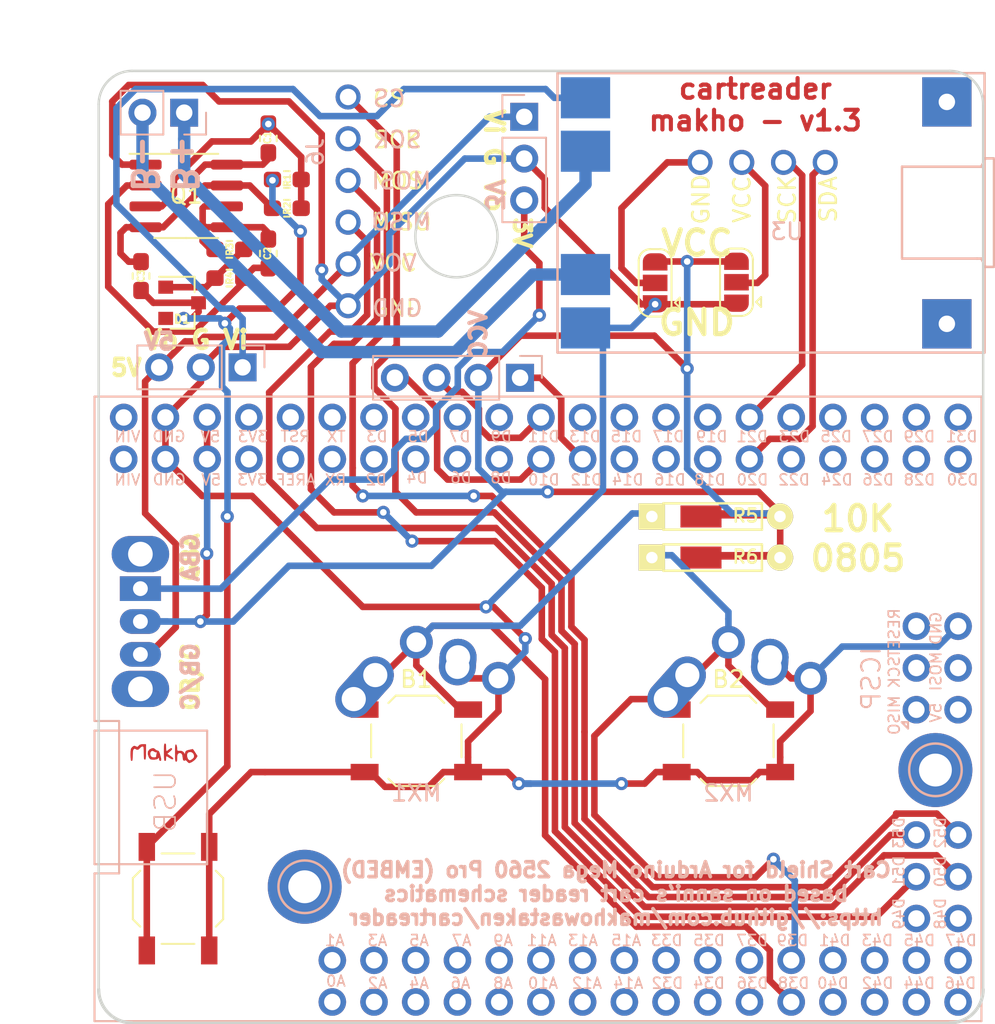
<source format=kicad_pcb>
(kicad_pcb (version 20171130) (host pcbnew "(5.1.6)-1")

  (general
    (thickness 1.6)
    (drawings 23)
    (tracks 428)
    (zones 0)
    (modules 28)
    (nets 98)
  )

  (page User 129.997 129.997)
  (layers
    (0 F.Cu signal)
    (31 B.Cu signal)
    (32 B.Adhes user)
    (33 F.Adhes user)
    (34 B.Paste user)
    (35 F.Paste user)
    (36 B.SilkS user)
    (37 F.SilkS user)
    (38 B.Mask user)
    (39 F.Mask user)
    (40 Dwgs.User user)
    (41 Cmts.User user)
    (42 Eco1.User user)
    (43 Eco2.User user)
    (44 Edge.Cuts user)
    (45 Margin user)
    (46 B.CrtYd user)
    (47 F.CrtYd user)
    (48 B.Fab user)
    (49 F.Fab user)
  )

  (setup
    (last_trace_width 0.25)
    (user_trace_width 0.25)
    (user_trace_width 0.4)
    (user_trace_width 0.75)
    (trace_clearance 0.2)
    (zone_clearance 0.508)
    (zone_45_only no)
    (trace_min 0.2)
    (via_size 0.8)
    (via_drill 0.4)
    (via_min_size 0.4)
    (via_min_drill 0.3)
    (uvia_size 0.3)
    (uvia_drill 0.1)
    (uvias_allowed no)
    (uvia_min_size 0.2)
    (uvia_min_drill 0.1)
    (edge_width 0.15)
    (segment_width 0.2)
    (pcb_text_width 0.3)
    (pcb_text_size 1.5 1.5)
    (mod_edge_width 0.15)
    (mod_text_size 1 1)
    (mod_text_width 0.15)
    (pad_size 3 3)
    (pad_drill 1)
    (pad_to_mask_clearance 0)
    (solder_mask_min_width 0.25)
    (aux_axis_origin 0 0)
    (visible_elements 7FFFFFFF)
    (pcbplotparams
      (layerselection 0x010fc_ffffffff)
      (usegerberextensions true)
      (usegerberattributes false)
      (usegerberadvancedattributes false)
      (creategerberjobfile false)
      (excludeedgelayer true)
      (linewidth 0.100000)
      (plotframeref false)
      (viasonmask false)
      (mode 1)
      (useauxorigin false)
      (hpglpennumber 1)
      (hpglpenspeed 20)
      (hpglpendiameter 15.000000)
      (psnegative false)
      (psa4output false)
      (plotreference true)
      (plotvalue true)
      (plotinvisibletext false)
      (padsonsilk false)
      (subtractmaskfromsilk false)
      (outputformat 1)
      (mirror false)
      (drillshape 0)
      (scaleselection 1)
      (outputdirectory "gerber/"))
  )

  (net 0 "")
  (net 1 GND)
  (net 2 D38)
  (net 3 D39)
  (net 4 "Net-(BT1-Pad1)")
  (net 5 "Net-(BT1-Pad2)")
  (net 6 VCC)
  (net 7 "Net-(J2-Pad2)")
  (net 8 "Net-(J2-Pad1)")
  (net 9 5VR)
  (net 10 3VR)
  (net 11 D53)
  (net 12 D52)
  (net 13 D51)
  (net 14 D50)
  (net 15 D10)
  (net 16 D11)
  (net 17 D12)
  (net 18 D20)
  (net 19 D21)
  (net 20 "Net-(C1-Pad2)")
  (net 21 D1)
  (net 22 "Net-(C2-Pad2)")
  (net 23 "Net-(C2-Pad1)")
  (net 24 "Net-(C3-Pad2)")
  (net 25 "Net-(D1-Pad2)")
  (net 26 "Net-(MEGA2560PRO101-PadVIN@2)")
  (net 27 "Net-(MEGA2560PRO101-PadVIN@1)")
  (net 28 "Net-(MEGA2560PRO101-PadTX)")
  (net 29 "Net-(MEGA2560PRO101-PadSCK)")
  (net 30 "Net-(MEGA2560PRO101-PadRX)")
  (net 31 "Net-(MEGA2560PRO101-PadRST)")
  (net 32 "Net-(MEGA2560PRO101-PadRESET)")
  (net 33 "Net-(MEGA2560PRO101-PadMOSI)")
  (net 34 "Net-(MEGA2560PRO101-PadMISO)")
  (net 35 D49)
  (net 36 D48)
  (net 37 D47)
  (net 38 D46)
  (net 39 D45)
  (net 40 D44)
  (net 41 D43)
  (net 42 D42)
  (net 43 D41)
  (net 44 D40)
  (net 45 D37)
  (net 46 D36)
  (net 47 D35)
  (net 48 D34)
  (net 49 D33)
  (net 50 D32)
  (net 51 D31)
  (net 52 D30)
  (net 53 D29)
  (net 54 D28)
  (net 55 D27)
  (net 56 D26)
  (net 57 D25)
  (net 58 D24)
  (net 59 D23)
  (net 60 D22)
  (net 61 D19)
  (net 62 D18)
  (net 63 D17)
  (net 64 D16)
  (net 65 D15)
  (net 66 D14)
  (net 67 D13)
  (net 68 D9)
  (net 69 D8)
  (net 70 D7)
  (net 71 D6)
  (net 72 D5)
  (net 73 D4)
  (net 74 D3)
  (net 75 D2)
  (net 76 "Net-(MEGA2560PRO101-PadAREF)")
  (net 77 A15)
  (net 78 A14)
  (net 79 A13)
  (net 80 A12)
  (net 81 A11)
  (net 82 A10)
  (net 83 A9)
  (net 84 A8)
  (net 85 A7)
  (net 86 A6)
  (net 87 A5)
  (net 88 A4)
  (net 89 A3)
  (net 90 A2)
  (net 91 A1)
  (net 92 A0)
  (net 93 "Net-(MEGA2560PRO101-Pad5V@3)")
  (net 94 "Net-(MEGA2560PRO101-Pad3V3@2)")
  (net 95 "Net-(MEGA2560PRO101-Pad3V3@1)")
  (net 96 "Net-(U3-Pad1)")
  (net 97 "Net-(U3-Pad2)")

  (net_class Default "This is the default net class."
    (clearance 0.2)
    (trace_width 0.25)
    (via_dia 0.8)
    (via_drill 0.4)
    (uvia_dia 0.3)
    (uvia_drill 0.1)
    (add_net A0)
    (add_net A1)
    (add_net A10)
    (add_net A11)
    (add_net A12)
    (add_net A13)
    (add_net A14)
    (add_net A15)
    (add_net A2)
    (add_net A3)
    (add_net A4)
    (add_net A5)
    (add_net A6)
    (add_net A7)
    (add_net A8)
    (add_net A9)
    (add_net D1)
    (add_net D10)
    (add_net D11)
    (add_net D12)
    (add_net D13)
    (add_net D14)
    (add_net D15)
    (add_net D16)
    (add_net D17)
    (add_net D18)
    (add_net D19)
    (add_net D2)
    (add_net D20)
    (add_net D21)
    (add_net D22)
    (add_net D23)
    (add_net D24)
    (add_net D25)
    (add_net D26)
    (add_net D27)
    (add_net D28)
    (add_net D29)
    (add_net D3)
    (add_net D30)
    (add_net D31)
    (add_net D32)
    (add_net D33)
    (add_net D34)
    (add_net D35)
    (add_net D36)
    (add_net D37)
    (add_net D38)
    (add_net D39)
    (add_net D4)
    (add_net D40)
    (add_net D41)
    (add_net D42)
    (add_net D43)
    (add_net D44)
    (add_net D45)
    (add_net D46)
    (add_net D47)
    (add_net D48)
    (add_net D49)
    (add_net D5)
    (add_net D50)
    (add_net D51)
    (add_net D52)
    (add_net D53)
    (add_net D6)
    (add_net D7)
    (add_net D8)
    (add_net D9)
    (add_net "Net-(C1-Pad2)")
    (add_net "Net-(C2-Pad1)")
    (add_net "Net-(C2-Pad2)")
    (add_net "Net-(C3-Pad2)")
    (add_net "Net-(D1-Pad2)")
    (add_net "Net-(J2-Pad1)")
    (add_net "Net-(J2-Pad2)")
    (add_net "Net-(MEGA2560PRO101-Pad3V3@1)")
    (add_net "Net-(MEGA2560PRO101-Pad3V3@2)")
    (add_net "Net-(MEGA2560PRO101-Pad5V@3)")
    (add_net "Net-(MEGA2560PRO101-PadAREF)")
    (add_net "Net-(MEGA2560PRO101-PadMISO)")
    (add_net "Net-(MEGA2560PRO101-PadMOSI)")
    (add_net "Net-(MEGA2560PRO101-PadRESET)")
    (add_net "Net-(MEGA2560PRO101-PadRST)")
    (add_net "Net-(MEGA2560PRO101-PadRX)")
    (add_net "Net-(MEGA2560PRO101-PadSCK)")
    (add_net "Net-(MEGA2560PRO101-PadTX)")
    (add_net "Net-(MEGA2560PRO101-PadVIN@1)")
    (add_net "Net-(MEGA2560PRO101-PadVIN@2)")
    (add_net "Net-(U3-Pad1)")
    (add_net "Net-(U3-Pad2)")
  )

  (net_class power ""
    (clearance 0.2)
    (trace_width 0.4)
    (via_dia 0.8)
    (via_drill 0.4)
    (uvia_dia 0.3)
    (uvia_drill 0.1)
    (add_net 3VR)
    (add_net 5VR)
    (add_net GND)
    (add_net "Net-(BT1-Pad1)")
    (add_net "Net-(BT1-Pad2)")
    (add_net VCC)
  )

  (net_class source ""
    (clearance 0.2)
    (trace_width 0.75)
    (via_dia 0.8)
    (via_drill 0.4)
    (uvia_dia 0.3)
    (uvia_drill 0.1)
  )

  (module misc_footprints:Catalex_uSD_BSilk (layer F.Cu) (tedit 5F599B0C) (tstamp 5CE46337)
    (at 31.304 17.68)
    (path /5DECB814)
    (fp_text reference J6 (at 1.5 9 270) (layer B.SilkS)
      (effects (font (size 1 1) (thickness 0.15)) (justify mirror))
    )
    (fp_text value uSD (at 19.25 2.5) (layer F.Fab)
      (effects (font (size 1 1) (thickness 0.15)))
    )
    (fp_text user GND (at 6.5 18.5) (layer B.SilkS)
      (effects (font (size 1 1) (thickness 0.15)) (justify mirror))
    )
    (fp_text user VCC (at 6.25 15.75) (layer B.SilkS)
      (effects (font (size 1 1) (thickness 0.15)) (justify mirror))
    )
    (fp_text user MISO (at 6.75 13.25) (layer B.SilkS)
      (effects (font (size 1 1) (thickness 0.15)) (justify mirror))
    )
    (fp_text user MOSI (at 6.75 10.75) (layer B.SilkS)
      (effects (font (size 1 1) (thickness 0.15)) (justify mirror))
    )
    (fp_text user SCK (at 6.5 8.25) (layer B.SilkS)
      (effects (font (size 1 1) (thickness 0.15)) (justify mirror))
    )
    (fp_text user CS (at 6 5.75) (layer B.SilkS)
      (effects (font (size 1 1) (thickness 0.15)) (justify mirror))
    )
    (fp_text user GND (at 6.5 18.5) (layer F.SilkS)
      (effects (font (size 1 1) (thickness 0.15)))
    )
    (fp_text user VCC (at 6.25 15.75) (layer F.SilkS)
      (effects (font (size 1 1) (thickness 0.15)))
    )
    (fp_text user MISO (at 6.75 13.25) (layer F.SilkS)
      (effects (font (size 1 1) (thickness 0.15)))
    )
    (fp_text user MOSI (at 6.75 10.75) (layer F.SilkS)
      (effects (font (size 1 1) (thickness 0.15)))
    )
    (fp_text user SCK (at 6.5 8.25) (layer F.SilkS)
      (effects (font (size 1 1) (thickness 0.15)))
    )
    (fp_text user CS (at 6 5.75) (layer F.SilkS)
      (effects (font (size 1 1) (thickness 0.15)))
    )
    (pad 6 thru_hole circle (at 3.5 18.35) (size 1.524 1.524) (drill 1) (layers *.Cu *.Mask)
      (net 1 GND))
    (pad 5 thru_hole circle (at 3.5 15.81) (size 1.524 1.524) (drill 1) (layers *.Cu *.Mask)
      (net 9 5VR))
    (pad 4 thru_hole circle (at 3.5 13.27) (size 1.524 1.524) (drill 1) (layers *.Cu *.Mask)
      (net 14 D50))
    (pad 3 thru_hole circle (at 3.5 10.73) (size 1.524 1.524) (drill 1) (layers *.Cu *.Mask)
      (net 13 D51))
    (pad 2 thru_hole circle (at 3.5 8.19) (size 1.524 1.524) (drill 1) (layers *.Cu *.Mask)
      (net 12 D52))
    (pad 1 thru_hole circle (at 3.5 5.65) (size 1.524 1.524) (drill 1) (layers *.Cu *.Mask)
      (net 11 D53))
  )

  (module misc_footprints:OLED_Module (layer F.Cu) (tedit 5F599ADD) (tstamp 5CE42360)
    (at 46.544 25.808)
    (path /5DEC91A6)
    (fp_text reference J2 (at 17.25 -1) (layer F.SilkS) hide
      (effects (font (size 1 1) (thickness 0.15)))
    )
    (fp_text value OLED (at 13.25 25.75) (layer F.Fab)
      (effects (font (size 1 1) (thickness 0.15)))
    )
    (fp_line (start 1.125 5.5) (end 1.125 19.25) (layer Dwgs.User) (width 0.15))
    (fp_line (start 1.125 19.25) (end 25.875 19.25) (layer Dwgs.User) (width 0.15))
    (fp_line (start 25.875 5.5) (end 25.875 19.25) (layer Dwgs.User) (width 0.15))
    (fp_line (start 1.125 5.5) (end 25.875 5.5) (layer Dwgs.User) (width 0.15))
    (fp_line (start 0 27) (end 0 0) (layer Dwgs.User) (width 0.15))
    (fp_line (start 27 27) (end 0 27) (layer Dwgs.User) (width 0.15))
    (fp_line (start 27 0) (end 27 27) (layer Dwgs.User) (width 0.15))
    (fp_line (start 0 0) (end 27 0) (layer Dwgs.User) (width 0.15))
    (fp_text user VCC (at 12.25 3.75 90) (layer F.SilkS)
      (effects (font (size 1 1) (thickness 0.15)))
    )
    (fp_text user SDA (at 17.5 3.75 90) (layer F.SilkS)
      (effects (font (size 1 1) (thickness 0.15)))
    )
    (fp_text user SCK (at 15 3.75 90) (layer F.SilkS)
      (effects (font (size 1 1) (thickness 0.15)))
    )
    (fp_text user GND (at 9.75 3.75 90) (layer F.SilkS)
      (effects (font (size 1 1) (thickness 0.15)))
    )
    (pad 4 thru_hole circle (at 17.31 1.5) (size 1.524 1.524) (drill 1) (layers *.Cu *.Mask)
      (net 18 D20))
    (pad 3 thru_hole circle (at 14.77 1.5) (size 1.524 1.524) (drill 1) (layers *.Cu *.Mask)
      (net 19 D21))
    (pad 2 thru_hole circle (at 12.23 1.5) (size 1.524 1.524) (drill 1) (layers *.Cu *.Mask)
      (net 7 "Net-(J2-Pad2)"))
    (pad 1 thru_hole circle (at 9.69 1.5) (size 1.524 1.524) (drill 1) (layers *.Cu *.Mask)
      (net 8 "Net-(J2-Pad1)"))
  )

  (module misc_footprints:makho_micro_fmask (layer F.Cu) (tedit 5F25B3E4) (tstamp 5F5AB53F)
    (at 23.6 63.2)
    (fp_text reference Ref** (at 0 1.7) (layer F.SilkS) hide
      (effects (font (size 1.27 1.27) (thickness 0.15)))
    )
    (fp_text value Val** (at 0 -1.45) (layer F.SilkS) hide
      (effects (font (size 1.27 1.27) (thickness 0.15)))
    )
    (fp_poly (pts (xy -1.105667 -0.027) (xy -1.107481 0.181438) (xy -1.114142 0.318683) (xy -1.127481 0.398154)
      (xy -1.149327 0.43327) (xy -1.169167 0.438667) (xy -1.199437 0.424273) (xy -1.218593 0.371631)
      (xy -1.228876 0.266547) (xy -1.232527 0.094828) (xy -1.232667 0.0365) (xy -1.233977 -0.150494)
      (xy -1.240082 -0.26852) (xy -1.254247 -0.333265) (xy -1.279737 -0.360412) (xy -1.316358 -0.365667)
      (xy -1.398641 -0.33261) (xy -1.469393 -0.259833) (xy -1.560525 -0.172608) (xy -1.660389 -0.160547)
      (xy -1.730406 -0.203006) (xy -1.789166 -0.229053) (xy -1.844706 -0.197823) (xy -1.880786 -0.14195)
      (xy -1.901543 -0.037873) (xy -1.909639 0.130208) (xy -1.91 0.18985) (xy -1.914722 0.374777)
      (xy -1.930498 0.48295) (xy -1.959746 0.521839) (xy -2.004884 0.498914) (xy -2.008778 0.495111)
      (xy -2.021876 0.442302) (xy -2.031743 0.326896) (xy -2.036713 0.170949) (xy -2.037 0.12149)
      (xy -2.034588 -0.053956) (xy -2.023753 -0.167506) (xy -1.999097 -0.241874) (xy -1.95522 -0.299777)
      (xy -1.93132 -0.32319) (xy -1.851678 -0.387379) (xy -1.788118 -0.395599) (xy -1.718499 -0.365131)
      (xy -1.63612 -0.331303) (xy -1.583106 -0.353644) (xy -1.546612 -0.400229) (xy -1.478886 -0.463094)
      (xy -1.374447 -0.489618) (xy -1.293766 -0.492667) (xy -1.105667 -0.492667) (xy -1.105667 -0.027)) (layer F.Mask) (width 0.01))
    (fp_poly (pts (xy -0.598475 -0.23487) (xy -0.538146 -0.182995) (xy -0.452577 -0.120822) (xy -0.379436 -0.102834)
      (xy -0.332328 -0.083809) (xy -0.286873 -0.000442) (xy -0.243952 0.132601) (xy -0.206477 0.277449)
      (xy -0.181204 0.396747) (xy -0.174333 0.452027) (xy -0.19875 0.516583) (xy -0.256119 0.50956)
      (xy -0.273111 0.495111) (xy -0.296911 0.433693) (xy -0.30268 0.378694) (xy -0.308591 0.317878)
      (xy -0.335655 0.33326) (xy -0.360263 0.364583) (xy -0.431162 0.41471) (xy -0.556519 0.43662)
      (xy -0.633223 0.438667) (xy -0.763229 0.43464) (xy -0.839116 0.411484) (xy -0.891396 0.352582)
      (xy -0.933322 0.275236) (xy -0.988792 0.101654) (xy -0.846007 0.101654) (xy -0.812103 0.221788)
      (xy -0.810502 0.224816) (xy -0.739581 0.291966) (xy -0.617344 0.311667) (xy -0.517602 0.303381)
      (xy -0.477083 0.267009) (xy -0.470667 0.209296) (xy -0.458914 0.095816) (xy -0.442306 0.033018)
      (xy -0.434019 -0.017367) (xy -0.46614 -0.008631) (xy -0.534671 -0.009863) (xy -0.602812 -0.052824)
      (xy -0.694473 -0.097816) (xy -0.774212 -0.0755) (xy -0.82905 -0.003226) (xy -0.846007 0.101654)
      (xy -0.988792 0.101654) (xy -0.989466 0.099548) (xy -0.974356 -0.053568) (xy -0.89206 -0.170838)
      (xy -0.778228 -0.230652) (xy -0.670822 -0.25442) (xy -0.598475 -0.23487)) (layer F.Mask) (width 0.01))
    (fp_poly (pts (xy 0.759655 -0.432761) (xy 0.784915 -0.326644) (xy 0.791078 -0.266886) (xy 0.802682 -0.147725)
      (xy 0.824764 -0.093972) (xy 0.869195 -0.086381) (xy 0.898564 -0.092626) (xy 1.029977 -0.095134)
      (xy 1.14855 -0.048059) (xy 1.224037 0.034307) (xy 1.234188 0.065969) (xy 1.248432 0.122276)
      (xy 1.250707 0.120021) (xy 1.398919 0.120021) (xy 1.399791 0.25076) (xy 1.443277 0.380038)
      (xy 1.466083 0.415541) (xy 1.525851 0.481141) (xy 1.584504 0.486584) (xy 1.655328 0.454816)
      (xy 1.754542 0.384005) (xy 1.815363 0.311611) (xy 1.833909 0.198455) (xy 1.791159 0.084757)
      (xy 1.704949 0.000079) (xy 1.611046 -0.027) (xy 1.505598 -0.009686) (xy 1.4428 0.0238)
      (xy 1.398919 0.120021) (xy 1.250707 0.120021) (xy 1.263523 0.107319) (xy 1.28456 0.028396)
      (xy 1.313827 -0.0552) (xy 1.367231 -0.104695) (xy 1.470017 -0.138909) (xy 1.525879 -0.151521)
      (xy 1.648057 -0.177154) (xy 1.730463 -0.193372) (xy 1.749504 -0.196333) (xy 1.778227 -0.163763)
      (xy 1.837757 -0.079287) (xy 1.898948 0.013694) (xy 2.033723 0.223722) (xy 1.956278 0.35639)
      (xy 1.875534 0.451346) (xy 1.75675 0.545867) (xy 1.630585 0.619116) (xy 1.5277 0.650255)
      (xy 1.523759 0.650333) (xy 1.471154 0.620113) (xy 1.401828 0.547378) (xy 1.401314 0.546725)
      (xy 1.334771 0.479633) (xy 1.284908 0.480491) (xy 1.269478 0.493455) (xy 1.212885 0.510268)
      (xy 1.164841 0.459614) (xy 1.139274 0.358518) (xy 1.13807 0.332833) (xy 1.114923 0.165209)
      (xy 1.054943 0.063291) (xy 0.963695 0.033001) (xy 0.880933 0.059308) (xy 0.831344 0.104033)
      (xy 0.806455 0.184987) (xy 0.799346 0.32549) (xy 0.799333 0.334323) (xy 0.793565 0.474229)
      (xy 0.773343 0.546021) (xy 0.735833 0.565667) (xy 0.709011 0.553215) (xy 0.690764 0.507394)
      (xy 0.679578 0.415506) (xy 0.67394 0.264854) (xy 0.672335 0.04274) (xy 0.672333 0.032972)
      (xy 0.674347 -0.197694) (xy 0.68107 -0.353707) (xy 0.693521 -0.445002) (xy 0.71272 -0.481513)
      (xy 0.72525 -0.482302) (xy 0.759655 -0.432761)) (layer F.Mask) (width 0.01))
    (fp_poly (pts (xy 0.096794 -0.514097) (xy 0.11651 -0.440749) (xy 0.122 -0.302167) (xy 0.126217 -0.174631)
      (xy 0.137094 -0.09006) (xy 0.147639 -0.069333) (xy 0.1934 -0.094134) (xy 0.275566 -0.155843)
      (xy 0.301887 -0.177551) (xy 0.399306 -0.245474) (xy 0.461424 -0.250665) (xy 0.477107 -0.239159)
      (xy 0.48627 -0.192584) (xy 0.433459 -0.121601) (xy 0.357892 -0.053331) (xy 0.192067 0.085888)
      (xy 0.393678 0.2246) (xy 0.512711 0.316241) (xy 0.558983 0.378765) (xy 0.550854 0.407746)
      (xy 0.492058 0.41898) (xy 0.388101 0.372221) (xy 0.336284 0.33959) (xy 0.23262 0.273764)
      (xy 0.16069 0.233219) (xy 0.144074 0.227) (xy 0.129475 0.264265) (xy 0.122187 0.355881)
      (xy 0.122 0.375167) (xy 0.108684 0.487959) (xy 0.070161 0.523482) (xy 0.023222 0.495111)
      (xy 0.012192 0.444013) (xy 0.003182 0.325989) (xy -0.002864 0.158773) (xy -0.005 -0.034056)
      (xy -0.003375 -0.251341) (xy 0.002603 -0.397031) (xy 0.014584 -0.484152) (xy 0.03422 -0.525732)
      (xy 0.0585 -0.535) (xy 0.096794 -0.514097)) (layer F.Mask) (width 0.01))
    (fp_poly (pts (xy 0.096794 -0.514097) (xy 0.11651 -0.440749) (xy 0.122 -0.302167) (xy 0.126217 -0.174631)
      (xy 0.137094 -0.09006) (xy 0.147639 -0.069333) (xy 0.1934 -0.094134) (xy 0.275566 -0.155843)
      (xy 0.301887 -0.177551) (xy 0.399306 -0.245474) (xy 0.461424 -0.250665) (xy 0.477107 -0.239159)
      (xy 0.48627 -0.192584) (xy 0.433459 -0.121601) (xy 0.357892 -0.053331) (xy 0.192067 0.085888)
      (xy 0.393678 0.2246) (xy 0.512711 0.316241) (xy 0.558983 0.378765) (xy 0.550854 0.407746)
      (xy 0.492058 0.41898) (xy 0.388101 0.372221) (xy 0.336284 0.33959) (xy 0.23262 0.273764)
      (xy 0.16069 0.233219) (xy 0.144074 0.227) (xy 0.129475 0.264265) (xy 0.122187 0.355881)
      (xy 0.122 0.375167) (xy 0.108684 0.487959) (xy 0.070161 0.523482) (xy 0.023222 0.495111)
      (xy 0.012192 0.444013) (xy 0.003182 0.325989) (xy -0.002864 0.158773) (xy -0.005 -0.034056)
      (xy -0.003375 -0.251341) (xy 0.002603 -0.397031) (xy 0.014584 -0.484152) (xy 0.03422 -0.525732)
      (xy 0.0585 -0.535) (xy 0.096794 -0.514097)) (layer F.Cu) (width 0.01))
    (fp_poly (pts (xy -0.598475 -0.23487) (xy -0.538146 -0.182995) (xy -0.452577 -0.120822) (xy -0.379436 -0.102834)
      (xy -0.332328 -0.083809) (xy -0.286873 -0.000442) (xy -0.243952 0.132601) (xy -0.206477 0.277449)
      (xy -0.181204 0.396747) (xy -0.174333 0.452027) (xy -0.19875 0.516583) (xy -0.256119 0.50956)
      (xy -0.273111 0.495111) (xy -0.296911 0.433693) (xy -0.30268 0.378694) (xy -0.308591 0.317878)
      (xy -0.335655 0.33326) (xy -0.360263 0.364583) (xy -0.431162 0.41471) (xy -0.556519 0.43662)
      (xy -0.633223 0.438667) (xy -0.763229 0.43464) (xy -0.839116 0.411484) (xy -0.891396 0.352582)
      (xy -0.933322 0.275236) (xy -0.988792 0.101654) (xy -0.846007 0.101654) (xy -0.812103 0.221788)
      (xy -0.810502 0.224816) (xy -0.739581 0.291966) (xy -0.617344 0.311667) (xy -0.517602 0.303381)
      (xy -0.477083 0.267009) (xy -0.470667 0.209296) (xy -0.458914 0.095816) (xy -0.442306 0.033018)
      (xy -0.434019 -0.017367) (xy -0.46614 -0.008631) (xy -0.534671 -0.009863) (xy -0.602812 -0.052824)
      (xy -0.694473 -0.097816) (xy -0.774212 -0.0755) (xy -0.82905 -0.003226) (xy -0.846007 0.101654)
      (xy -0.988792 0.101654) (xy -0.989466 0.099548) (xy -0.974356 -0.053568) (xy -0.89206 -0.170838)
      (xy -0.778228 -0.230652) (xy -0.670822 -0.25442) (xy -0.598475 -0.23487)) (layer F.Cu) (width 0.01))
    (fp_poly (pts (xy -1.105667 -0.027) (xy -1.107481 0.181438) (xy -1.114142 0.318683) (xy -1.127481 0.398154)
      (xy -1.149327 0.43327) (xy -1.169167 0.438667) (xy -1.199437 0.424273) (xy -1.218593 0.371631)
      (xy -1.228876 0.266547) (xy -1.232527 0.094828) (xy -1.232667 0.0365) (xy -1.233977 -0.150494)
      (xy -1.240082 -0.26852) (xy -1.254247 -0.333265) (xy -1.279737 -0.360412) (xy -1.316358 -0.365667)
      (xy -1.398641 -0.33261) (xy -1.469393 -0.259833) (xy -1.560525 -0.172608) (xy -1.660389 -0.160547)
      (xy -1.730406 -0.203006) (xy -1.789166 -0.229053) (xy -1.844706 -0.197823) (xy -1.880786 -0.14195)
      (xy -1.901543 -0.037873) (xy -1.909639 0.130208) (xy -1.91 0.18985) (xy -1.914722 0.374777)
      (xy -1.930498 0.48295) (xy -1.959746 0.521839) (xy -2.004884 0.498914) (xy -2.008778 0.495111)
      (xy -2.021876 0.442302) (xy -2.031743 0.326896) (xy -2.036713 0.170949) (xy -2.037 0.12149)
      (xy -2.034588 -0.053956) (xy -2.023753 -0.167506) (xy -1.999097 -0.241874) (xy -1.95522 -0.299777)
      (xy -1.93132 -0.32319) (xy -1.851678 -0.387379) (xy -1.788118 -0.395599) (xy -1.718499 -0.365131)
      (xy -1.63612 -0.331303) (xy -1.583106 -0.353644) (xy -1.546612 -0.400229) (xy -1.478886 -0.463094)
      (xy -1.374447 -0.489618) (xy -1.293766 -0.492667) (xy -1.105667 -0.492667) (xy -1.105667 -0.027)) (layer F.Cu) (width 0.01))
    (fp_poly (pts (xy 0.759655 -0.432761) (xy 0.784915 -0.326644) (xy 0.791078 -0.266886) (xy 0.802682 -0.147725)
      (xy 0.824764 -0.093972) (xy 0.869195 -0.086381) (xy 0.898564 -0.092626) (xy 1.029977 -0.095134)
      (xy 1.14855 -0.048059) (xy 1.224037 0.034307) (xy 1.234188 0.065969) (xy 1.248432 0.122276)
      (xy 1.250707 0.120021) (xy 1.398919 0.120021) (xy 1.399791 0.25076) (xy 1.443277 0.380038)
      (xy 1.466083 0.415541) (xy 1.525851 0.481141) (xy 1.584504 0.486584) (xy 1.655328 0.454816)
      (xy 1.754542 0.384005) (xy 1.815363 0.311611) (xy 1.833909 0.198455) (xy 1.791159 0.084757)
      (xy 1.704949 0.000079) (xy 1.611046 -0.027) (xy 1.505598 -0.009686) (xy 1.4428 0.0238)
      (xy 1.398919 0.120021) (xy 1.250707 0.120021) (xy 1.263523 0.107319) (xy 1.28456 0.028396)
      (xy 1.313827 -0.0552) (xy 1.367231 -0.104695) (xy 1.470017 -0.138909) (xy 1.525879 -0.151521)
      (xy 1.648057 -0.177154) (xy 1.730463 -0.193372) (xy 1.749504 -0.196333) (xy 1.778227 -0.163763)
      (xy 1.837757 -0.079287) (xy 1.898948 0.013694) (xy 2.033723 0.223722) (xy 1.956278 0.35639)
      (xy 1.875534 0.451346) (xy 1.75675 0.545867) (xy 1.630585 0.619116) (xy 1.5277 0.650255)
      (xy 1.523759 0.650333) (xy 1.471154 0.620113) (xy 1.401828 0.547378) (xy 1.401314 0.546725)
      (xy 1.334771 0.479633) (xy 1.284908 0.480491) (xy 1.269478 0.493455) (xy 1.212885 0.510268)
      (xy 1.164841 0.459614) (xy 1.139274 0.358518) (xy 1.13807 0.332833) (xy 1.114923 0.165209)
      (xy 1.054943 0.063291) (xy 0.963695 0.033001) (xy 0.880933 0.059308) (xy 0.831344 0.104033)
      (xy 0.806455 0.184987) (xy 0.799346 0.32549) (xy 0.799333 0.334323) (xy 0.793565 0.474229)
      (xy 0.773343 0.546021) (xy 0.735833 0.565667) (xy 0.709011 0.553215) (xy 0.690764 0.507394)
      (xy 0.679578 0.415506) (xy 0.67394 0.264854) (xy 0.672335 0.04274) (xy 0.672333 0.032972)
      (xy 0.674347 -0.197694) (xy 0.68107 -0.353707) (xy 0.693521 -0.445002) (xy 0.71272 -0.481513)
      (xy 0.72525 -0.482302) (xy 0.759655 -0.432761)) (layer F.Cu) (width 0.01))
  )

  (module Button_Switch_SMD:SW_SPST_TL3342 (layer F.Cu) (tedit 5A02FC95) (tstamp 5C949A1C)
    (at 24.45 72.1 270)
    (descr "Low-profile SMD Tactile Switch, https://www.e-switch.com/system/asset/product_line/data_sheet/165/TL3342.pdf")
    (tags "SPST Tactile Switch")
    (path /5F3F1E0E)
    (attr smd)
    (fp_text reference SW1 (at 0 -3.75 90) (layer F.SilkS) hide
      (effects (font (size 1 1) (thickness 0.15)))
    )
    (fp_text value "ON / OFF Button" (at 0 3.75 90) (layer F.Fab)
      (effects (font (size 1 1) (thickness 0.15)))
    )
    (fp_circle (center 0 0) (end 1 0) (layer F.Fab) (width 0.1))
    (fp_line (start -4.25 3) (end -4.25 -3) (layer F.CrtYd) (width 0.05))
    (fp_line (start 4.25 3) (end -4.25 3) (layer F.CrtYd) (width 0.05))
    (fp_line (start 4.25 -3) (end 4.25 3) (layer F.CrtYd) (width 0.05))
    (fp_line (start -4.25 -3) (end 4.25 -3) (layer F.CrtYd) (width 0.05))
    (fp_line (start -1.2 -2.6) (end -2.6 -1.2) (layer F.Fab) (width 0.1))
    (fp_line (start 1.2 -2.6) (end -1.2 -2.6) (layer F.Fab) (width 0.1))
    (fp_line (start 2.6 -1.2) (end 1.2 -2.6) (layer F.Fab) (width 0.1))
    (fp_line (start 2.6 1.2) (end 2.6 -1.2) (layer F.Fab) (width 0.1))
    (fp_line (start 1.2 2.6) (end 2.6 1.2) (layer F.Fab) (width 0.1))
    (fp_line (start -1.2 2.6) (end 1.2 2.6) (layer F.Fab) (width 0.1))
    (fp_line (start -2.6 1.2) (end -1.2 2.6) (layer F.Fab) (width 0.1))
    (fp_line (start -2.6 -1.2) (end -2.6 1.2) (layer F.Fab) (width 0.1))
    (fp_line (start -1.25 -2.75) (end 1.25 -2.75) (layer F.SilkS) (width 0.12))
    (fp_line (start -2.75 -1) (end -2.75 1) (layer F.SilkS) (width 0.12))
    (fp_line (start -1.25 2.75) (end 1.25 2.75) (layer F.SilkS) (width 0.12))
    (fp_line (start 2.75 -1) (end 2.75 1) (layer F.SilkS) (width 0.12))
    (fp_line (start -2 1) (end -2 -1) (layer F.Fab) (width 0.1))
    (fp_line (start -1 2) (end -2 1) (layer F.Fab) (width 0.1))
    (fp_line (start 1 2) (end -1 2) (layer F.Fab) (width 0.1))
    (fp_line (start 2 1) (end 1 2) (layer F.Fab) (width 0.1))
    (fp_line (start 2 -1) (end 2 1) (layer F.Fab) (width 0.1))
    (fp_line (start 1 -2) (end 2 -1) (layer F.Fab) (width 0.1))
    (fp_line (start -1 -2) (end 1 -2) (layer F.Fab) (width 0.1))
    (fp_line (start -2 -1) (end -1 -2) (layer F.Fab) (width 0.1))
    (fp_line (start -1.7 -2.3) (end -1.25 -2.75) (layer F.SilkS) (width 0.12))
    (fp_line (start 1.7 -2.3) (end 1.25 -2.75) (layer F.SilkS) (width 0.12))
    (fp_line (start 1.7 2.3) (end 1.25 2.75) (layer F.SilkS) (width 0.12))
    (fp_line (start -1.7 2.3) (end -1.25 2.75) (layer F.SilkS) (width 0.12))
    (fp_line (start 3.2 1.6) (end 2.2 1.6) (layer F.Fab) (width 0.1))
    (fp_line (start 2.7 2.1) (end 2.7 1.6) (layer F.Fab) (width 0.1))
    (fp_line (start 1.7 2.1) (end 3.2 2.1) (layer F.Fab) (width 0.1))
    (fp_line (start -1.7 2.1) (end -3.2 2.1) (layer F.Fab) (width 0.1))
    (fp_line (start -3.2 1.6) (end -2.2 1.6) (layer F.Fab) (width 0.1))
    (fp_line (start -2.7 2.1) (end -2.7 1.6) (layer F.Fab) (width 0.1))
    (fp_line (start -3.2 -1.6) (end -2.2 -1.6) (layer F.Fab) (width 0.1))
    (fp_line (start -1.7 -2.1) (end -3.2 -2.1) (layer F.Fab) (width 0.1))
    (fp_line (start -2.7 -2.1) (end -2.7 -1.6) (layer F.Fab) (width 0.1))
    (fp_line (start 3.2 -1.6) (end 2.2 -1.6) (layer F.Fab) (width 0.1))
    (fp_line (start 1.7 -2.1) (end 3.2 -2.1) (layer F.Fab) (width 0.1))
    (fp_line (start 2.7 -2.1) (end 2.7 -1.6) (layer F.Fab) (width 0.1))
    (fp_line (start -3.2 -2.1) (end -3.2 -1.6) (layer F.Fab) (width 0.1))
    (fp_line (start -3.2 2.1) (end -3.2 1.6) (layer F.Fab) (width 0.1))
    (fp_line (start 3.2 -2.1) (end 3.2 -1.6) (layer F.Fab) (width 0.1))
    (fp_line (start 3.2 2.1) (end 3.2 1.6) (layer F.Fab) (width 0.1))
    (fp_text user %R (at 0 -3.75 90) (layer F.Fab)
      (effects (font (size 1 1) (thickness 0.15)))
    )
    (pad 2 smd rect (at 3.15 1.9 270) (size 1.7 1) (layers F.Cu F.Paste F.Mask)
      (net 24 "Net-(C3-Pad2)"))
    (pad 2 smd rect (at -3.15 1.9 270) (size 1.7 1) (layers F.Cu F.Paste F.Mask)
      (net 24 "Net-(C3-Pad2)"))
    (pad 1 smd rect (at 3.15 -1.9 270) (size 1.7 1) (layers F.Cu F.Paste F.Mask)
      (net 1 GND))
    (pad 1 smd rect (at -3.15 -1.9 270) (size 1.7 1) (layers F.Cu F.Paste F.Mask)
      (net 1 GND))
    (model ${KISYS3DMOD}/Button_Switch_SMD.3dshapes/SW_SPST_TL3342.wrl
      (at (xyz 0 0 0))
      (scale (xyz 1 1 1))
      (rotate (xyz 0 0 0))
    )
  )

  (module misc_footprints:Resistor-hybrid-3pad (layer F.Cu) (tedit 5D06ACBD) (tstamp 5F5A11F2)
    (at 57.2 51.35 180)
    (path /5C714DA2)
    (attr smd)
    (fp_text reference R6 (at -1.8 0.0508) (layer F.SilkS)
      (effects (font (size 0.8 0.8) (thickness 0.15)))
    )
    (fp_text value 10K (at 0 -1.925) (layer F.SilkS) hide
      (effects (font (size 0.8 0.8) (thickness 0.15)))
    )
    (fp_line (start -2.8 -0.8) (end -2.8 0.8) (layer F.SilkS) (width 0.15))
    (fp_line (start -2.8 0.8) (end 3.2 0.8) (layer F.SilkS) (width 0.15))
    (fp_line (start 3.2 0.8) (end 3.2 -0.8) (layer F.SilkS) (width 0.15))
    (fp_line (start 3.2 -0.8) (end -2.8 -0.8) (layer F.SilkS) (width 0.15))
    (pad 2 smd rect (at -1.5 0 180) (size 4 0.25) (layers F.Cu)
      (net 6 VCC) (solder_mask_margin -999))
    (pad 1 thru_hole rect (at 3.9 0 180) (size 1.6 1.6) (drill 0.7) (layers *.Cu *.Mask F.SilkS)
      (net 3 D39))
    (pad 2 thru_hole circle (at -3.9 0 180) (size 1.6 1.6) (drill 0.7) (layers *.Cu *.Mask F.SilkS)
      (net 6 VCC))
    (pad 2 smd rect (at 0.91 0 180) (size 2.5 1.34) (layers F.Cu F.Paste F.Mask)
      (net 6 VCC))
  )

  (module misc_footprints:Resistor-hybrid-3pad (layer F.Cu) (tedit 5D06ACBD) (tstamp 5F5A11E6)
    (at 57.2 48.85 180)
    (path /5C714C92)
    (attr smd)
    (fp_text reference R5 (at -1.8 0.0508) (layer F.SilkS)
      (effects (font (size 0.8 0.8) (thickness 0.15)))
    )
    (fp_text value 10K (at 0 -1.925) (layer F.SilkS) hide
      (effects (font (size 0.8 0.8) (thickness 0.15)))
    )
    (fp_line (start -2.8 -0.8) (end -2.8 0.8) (layer F.SilkS) (width 0.15))
    (fp_line (start -2.8 0.8) (end 3.2 0.8) (layer F.SilkS) (width 0.15))
    (fp_line (start 3.2 0.8) (end 3.2 -0.8) (layer F.SilkS) (width 0.15))
    (fp_line (start 3.2 -0.8) (end -2.8 -0.8) (layer F.SilkS) (width 0.15))
    (pad 2 smd rect (at -1.5 0 180) (size 4 0.25) (layers F.Cu)
      (net 6 VCC) (solder_mask_margin -999))
    (pad 1 thru_hole rect (at 3.9 0 180) (size 1.6 1.6) (drill 0.7) (layers *.Cu *.Mask F.SilkS)
      (net 2 D38))
    (pad 2 thru_hole circle (at -3.9 0 180) (size 1.6 1.6) (drill 0.7) (layers *.Cu *.Mask F.SilkS)
      (net 6 VCC))
    (pad 2 smd rect (at 0.91 0 180) (size 2.5 1.34) (layers F.Cu F.Paste F.Mask)
      (net 6 VCC))
  )

  (module Resistor_SMD:R_0603_1608Metric_Pad1.05x0.95mm_HandSolder (layer F.Cu) (tedit 5B301BBD) (tstamp 5F5A11DA)
    (at 27.575 34.35)
    (descr "Resistor SMD 0603 (1608 Metric), square (rectangular) end terminal, IPC_7351 nominal with elongated pad for handsoldering. (Body size source: http://www.tortai-tech.com/upload/download/2011102023233369053.pdf), generated with kicad-footprint-generator")
    (tags "resistor handsolder")
    (path /5F40536C)
    (attr smd)
    (fp_text reference R4 (at 0.025 0 270) (layer F.SilkS)
      (effects (font (size 0.4 0.4) (thickness 0.1)))
    )
    (fp_text value 300K (at 0 1.43) (layer F.Fab)
      (effects (font (size 1 1) (thickness 0.15)))
    )
    (fp_line (start 1.65 0.73) (end -1.65 0.73) (layer F.CrtYd) (width 0.05))
    (fp_line (start 1.65 -0.73) (end 1.65 0.73) (layer F.CrtYd) (width 0.05))
    (fp_line (start -1.65 -0.73) (end 1.65 -0.73) (layer F.CrtYd) (width 0.05))
    (fp_line (start -1.65 0.73) (end -1.65 -0.73) (layer F.CrtYd) (width 0.05))
    (fp_line (start -0.171267 0.51) (end 0.171267 0.51) (layer F.SilkS) (width 0.12))
    (fp_line (start -0.171267 -0.51) (end 0.171267 -0.51) (layer F.SilkS) (width 0.12))
    (fp_line (start 0.8 0.4) (end -0.8 0.4) (layer F.Fab) (width 0.1))
    (fp_line (start 0.8 -0.4) (end 0.8 0.4) (layer F.Fab) (width 0.1))
    (fp_line (start -0.8 -0.4) (end 0.8 -0.4) (layer F.Fab) (width 0.1))
    (fp_line (start -0.8 0.4) (end -0.8 -0.4) (layer F.Fab) (width 0.1))
    (fp_text user %R (at 0 0) (layer F.Fab)
      (effects (font (size 0.4 0.4) (thickness 0.06)))
    )
    (pad 2 smd roundrect (at 0.875 0) (size 1.05 0.95) (layers F.Cu F.Paste F.Mask) (roundrect_rratio 0.25)
      (net 23 "Net-(C2-Pad1)"))
    (pad 1 smd roundrect (at -0.875 0) (size 1.05 0.95) (layers F.Cu F.Paste F.Mask) (roundrect_rratio 0.25)
      (net 25 "Net-(D1-Pad2)"))
    (model ${KISYS3DMOD}/Resistor_SMD.3dshapes/R_0603_1608Metric.wrl
      (at (xyz 0 0 0))
      (scale (xyz 1 1 1))
      (rotate (xyz 0 0 0))
    )
  )

  (module Resistor_SMD:R_0603_1608Metric_Pad1.05x0.95mm_HandSolder (layer F.Cu) (tedit 5B301BBD) (tstamp 5F5A11C9)
    (at 27.575 32.6)
    (descr "Resistor SMD 0603 (1608 Metric), square (rectangular) end terminal, IPC_7351 nominal with elongated pad for handsoldering. (Body size source: http://www.tortai-tech.com/upload/download/2011102023233369053.pdf), generated with kicad-footprint-generator")
    (tags "resistor handsolder")
    (path /5F405070)
    (attr smd)
    (fp_text reference R3 (at 0.025 0 270) (layer F.SilkS)
      (effects (font (size 0.4 0.4) (thickness 0.1)))
    )
    (fp_text value 100K (at 0 1.43) (layer F.Fab)
      (effects (font (size 1 1) (thickness 0.15)))
    )
    (fp_line (start 1.65 0.73) (end -1.65 0.73) (layer F.CrtYd) (width 0.05))
    (fp_line (start 1.65 -0.73) (end 1.65 0.73) (layer F.CrtYd) (width 0.05))
    (fp_line (start -1.65 -0.73) (end 1.65 -0.73) (layer F.CrtYd) (width 0.05))
    (fp_line (start -1.65 0.73) (end -1.65 -0.73) (layer F.CrtYd) (width 0.05))
    (fp_line (start -0.171267 0.51) (end 0.171267 0.51) (layer F.SilkS) (width 0.12))
    (fp_line (start -0.171267 -0.51) (end 0.171267 -0.51) (layer F.SilkS) (width 0.12))
    (fp_line (start 0.8 0.4) (end -0.8 0.4) (layer F.Fab) (width 0.1))
    (fp_line (start 0.8 -0.4) (end 0.8 0.4) (layer F.Fab) (width 0.1))
    (fp_line (start -0.8 -0.4) (end 0.8 -0.4) (layer F.Fab) (width 0.1))
    (fp_line (start -0.8 0.4) (end -0.8 -0.4) (layer F.Fab) (width 0.1))
    (fp_text user %R (at 0 0) (layer F.Fab)
      (effects (font (size 0.4 0.4) (thickness 0.06)))
    )
    (pad 2 smd roundrect (at 0.875 0) (size 1.05 0.95) (layers F.Cu F.Paste F.Mask) (roundrect_rratio 0.25)
      (net 25 "Net-(D1-Pad2)"))
    (pad 1 smd roundrect (at -0.875 0) (size 1.05 0.95) (layers F.Cu F.Paste F.Mask) (roundrect_rratio 0.25)
      (net 22 "Net-(C2-Pad2)"))
    (model ${KISYS3DMOD}/Resistor_SMD.3dshapes/R_0603_1608Metric.wrl
      (at (xyz 0 0 0))
      (scale (xyz 1 1 1))
      (rotate (xyz 0 0 0))
    )
  )

  (module Resistor_SMD:R_0603_1608Metric_Pad1.05x0.95mm_HandSolder (layer F.Cu) (tedit 5B301BBD) (tstamp 5D1EC41D)
    (at 31.075 30.1 180)
    (descr "Resistor SMD 0603 (1608 Metric), square (rectangular) end terminal, IPC_7351 nominal with elongated pad for handsoldering. (Body size source: http://www.tortai-tech.com/upload/download/2011102023233369053.pdf), generated with kicad-footprint-generator")
    (tags "resistor handsolder")
    (path /5F4025FF)
    (attr smd)
    (fp_text reference R2 (at -0.025 0 270) (layer F.SilkS)
      (effects (font (size 0.4 0.4) (thickness 0.1)))
    )
    (fp_text value 100K (at 0 1.43) (layer F.Fab)
      (effects (font (size 1 1) (thickness 0.15)))
    )
    (fp_line (start 1.65 0.73) (end -1.65 0.73) (layer F.CrtYd) (width 0.05))
    (fp_line (start 1.65 -0.73) (end 1.65 0.73) (layer F.CrtYd) (width 0.05))
    (fp_line (start -1.65 -0.73) (end 1.65 -0.73) (layer F.CrtYd) (width 0.05))
    (fp_line (start -1.65 0.73) (end -1.65 -0.73) (layer F.CrtYd) (width 0.05))
    (fp_line (start -0.171267 0.51) (end 0.171267 0.51) (layer F.SilkS) (width 0.12))
    (fp_line (start -0.171267 -0.51) (end 0.171267 -0.51) (layer F.SilkS) (width 0.12))
    (fp_line (start 0.8 0.4) (end -0.8 0.4) (layer F.Fab) (width 0.1))
    (fp_line (start 0.8 -0.4) (end 0.8 0.4) (layer F.Fab) (width 0.1))
    (fp_line (start -0.8 -0.4) (end 0.8 -0.4) (layer F.Fab) (width 0.1))
    (fp_line (start -0.8 0.4) (end -0.8 -0.4) (layer F.Fab) (width 0.1))
    (fp_text user %R (at 0 0) (layer F.Fab)
      (effects (font (size 0.4 0.4) (thickness 0.06)))
    )
    (pad 2 smd roundrect (at 0.875 0 180) (size 1.05 0.95) (layers F.Cu F.Paste F.Mask) (roundrect_rratio 0.25)
      (net 21 D1))
    (pad 1 smd roundrect (at -0.875 0 180) (size 1.05 0.95) (layers F.Cu F.Paste F.Mask) (roundrect_rratio 0.25)
      (net 20 "Net-(C1-Pad2)"))
    (model ${KISYS3DMOD}/Resistor_SMD.3dshapes/R_0603_1608Metric.wrl
      (at (xyz 0 0 0))
      (scale (xyz 1 1 1))
      (rotate (xyz 0 0 0))
    )
  )

  (module Resistor_SMD:R_0603_1608Metric_Pad1.05x0.95mm_HandSolder (layer F.Cu) (tedit 5B301BBD) (tstamp 5D1EC412)
    (at 31.075 28.35 180)
    (descr "Resistor SMD 0603 (1608 Metric), square (rectangular) end terminal, IPC_7351 nominal with elongated pad for handsoldering. (Body size source: http://www.tortai-tech.com/upload/download/2011102023233369053.pdf), generated with kicad-footprint-generator")
    (tags "resistor handsolder")
    (path /5F3F241D)
    (attr smd)
    (fp_text reference R1 (at -0.025 -0.05 90) (layer F.SilkS)
      (effects (font (size 0.4 0.4) (thickness 0.1)))
    )
    (fp_text value 10K (at 0 1.43) (layer F.Fab)
      (effects (font (size 1 1) (thickness 0.15)))
    )
    (fp_line (start 1.65 0.73) (end -1.65 0.73) (layer F.CrtYd) (width 0.05))
    (fp_line (start 1.65 -0.73) (end 1.65 0.73) (layer F.CrtYd) (width 0.05))
    (fp_line (start -1.65 -0.73) (end 1.65 -0.73) (layer F.CrtYd) (width 0.05))
    (fp_line (start -1.65 0.73) (end -1.65 -0.73) (layer F.CrtYd) (width 0.05))
    (fp_line (start -0.171267 0.51) (end 0.171267 0.51) (layer F.SilkS) (width 0.12))
    (fp_line (start -0.171267 -0.51) (end 0.171267 -0.51) (layer F.SilkS) (width 0.12))
    (fp_line (start 0.8 0.4) (end -0.8 0.4) (layer F.Fab) (width 0.1))
    (fp_line (start 0.8 -0.4) (end 0.8 0.4) (layer F.Fab) (width 0.1))
    (fp_line (start -0.8 -0.4) (end 0.8 -0.4) (layer F.Fab) (width 0.1))
    (fp_line (start -0.8 0.4) (end -0.8 -0.4) (layer F.Fab) (width 0.1))
    (fp_text user %R (at 0 0) (layer F.Fab)
      (effects (font (size 0.4 0.4) (thickness 0.06)))
    )
    (pad 2 smd roundrect (at 0.875 0 180) (size 1.05 0.95) (layers F.Cu F.Paste F.Mask) (roundrect_rratio 0.25)
      (net 24 "Net-(C3-Pad2)"))
    (pad 1 smd roundrect (at -0.875 0 180) (size 1.05 0.95) (layers F.Cu F.Paste F.Mask) (roundrect_rratio 0.25)
      (net 20 "Net-(C1-Pad2)"))
    (model ${KISYS3DMOD}/Resistor_SMD.3dshapes/R_0603_1608Metric.wrl
      (at (xyz 0 0 0))
      (scale (xyz 1 1 1))
      (rotate (xyz 0 0 0))
    )
  )

  (module Package_SO:SOIC-8_3.9x4.9mm_P1.27mm (layer F.Cu) (tedit 5D9F72B1) (tstamp 5F5A382B)
    (at 24.95 29.35)
    (descr "SOIC, 8 Pin (JEDEC MS-012AA, https://www.analog.com/media/en/package-pcb-resources/package/pkg_pdf/soic_narrow-r/r_8.pdf), generated with kicad-footprint-generator ipc_gullwing_generator.py")
    (tags "SOIC SO")
    (path /5F3FED7F)
    (attr smd)
    (fp_text reference Q1 (at 0 -0.05) (layer F.SilkS)
      (effects (font (size 1 1) (thickness 0.15)))
    )
    (fp_text value IRF7317PbF (at 0 3.4) (layer F.Fab)
      (effects (font (size 1 1) (thickness 0.15)))
    )
    (fp_line (start 3.7 -2.7) (end -3.7 -2.7) (layer F.CrtYd) (width 0.05))
    (fp_line (start 3.7 2.7) (end 3.7 -2.7) (layer F.CrtYd) (width 0.05))
    (fp_line (start -3.7 2.7) (end 3.7 2.7) (layer F.CrtYd) (width 0.05))
    (fp_line (start -3.7 -2.7) (end -3.7 2.7) (layer F.CrtYd) (width 0.05))
    (fp_line (start -1.95 -1.475) (end -0.975 -2.45) (layer F.Fab) (width 0.1))
    (fp_line (start -1.95 2.45) (end -1.95 -1.475) (layer F.Fab) (width 0.1))
    (fp_line (start 1.95 2.45) (end -1.95 2.45) (layer F.Fab) (width 0.1))
    (fp_line (start 1.95 -2.45) (end 1.95 2.45) (layer F.Fab) (width 0.1))
    (fp_line (start -0.975 -2.45) (end 1.95 -2.45) (layer F.Fab) (width 0.1))
    (fp_line (start 0 -2.56) (end -3.45 -2.56) (layer F.SilkS) (width 0.12))
    (fp_line (start 0 -2.56) (end 1.95 -2.56) (layer F.SilkS) (width 0.12))
    (fp_line (start 0 2.56) (end -1.95 2.56) (layer F.SilkS) (width 0.12))
    (fp_line (start 0 2.56) (end 1.95 2.56) (layer F.SilkS) (width 0.12))
    (fp_text user %R (at 0 0) (layer F.Fab)
      (effects (font (size 0.98 0.98) (thickness 0.15)))
    )
    (pad 8 smd roundrect (at 2.475 -1.905) (size 1.95 0.6) (layers F.Cu F.Paste F.Mask) (roundrect_rratio 0.25)
      (net 21 D1))
    (pad 7 smd roundrect (at 2.475 -0.635) (size 1.95 0.6) (layers F.Cu F.Paste F.Mask) (roundrect_rratio 0.25)
      (net 21 D1))
    (pad 6 smd roundrect (at 2.475 0.635) (size 1.95 0.6) (layers F.Cu F.Paste F.Mask) (roundrect_rratio 0.25)
      (net 22 "Net-(C2-Pad2)"))
    (pad 5 smd roundrect (at 2.475 1.905) (size 1.95 0.6) (layers F.Cu F.Paste F.Mask) (roundrect_rratio 0.25)
      (net 22 "Net-(C2-Pad2)"))
    (pad 4 smd roundrect (at -2.475 1.905) (size 1.95 0.6) (layers F.Cu F.Paste F.Mask) (roundrect_rratio 0.25)
      (net 21 D1))
    (pad 3 smd roundrect (at -2.475 0.635) (size 1.95 0.6) (layers F.Cu F.Paste F.Mask) (roundrect_rratio 0.25)
      (net 20 "Net-(C1-Pad2)"))
    (pad 2 smd roundrect (at -2.475 -0.635) (size 1.95 0.6) (layers F.Cu F.Paste F.Mask) (roundrect_rratio 0.25)
      (net 23 "Net-(C2-Pad1)"))
    (pad 1 smd roundrect (at -2.475 -1.905) (size 1.95 0.6) (layers F.Cu F.Paste F.Mask) (roundrect_rratio 0.25)
      (net 1 GND))
    (model ${KISYS3DMOD}/Package_SO.3dshapes/SOIC-8_3.9x4.9mm_P1.27mm.wrl
      (at (xyz 0 0 0))
      (scale (xyz 1 1 1))
      (rotate (xyz 0 0 0))
    )
  )

  (module Jumper:SolderJumper-3_P1.3mm_Open_RoundedPad1.0x1.5mm (layer F.Cu) (tedit 5B391EB7) (tstamp 5F5A0F86)
    (at 58.45 34.6 90)
    (descr "SMD Solder 3-pad Jumper, 1x1.5mm rounded Pads, 0.3mm gap, open")
    (tags "solder jumper open")
    (path /5C70CE54)
    (attr virtual)
    (fp_text reference JP1 (at 0 -1.8 90) (layer F.SilkS) hide
      (effects (font (size 1 1) (thickness 0.15)))
    )
    (fp_text value SolderJumper_3_Open (at 0 1.9 90) (layer F.Fab)
      (effects (font (size 1 1) (thickness 0.15)))
    )
    (fp_line (start 2.3 1.25) (end -2.3 1.25) (layer F.CrtYd) (width 0.05))
    (fp_line (start 2.3 1.25) (end 2.3 -1.25) (layer F.CrtYd) (width 0.05))
    (fp_line (start -2.3 -1.25) (end -2.3 1.25) (layer F.CrtYd) (width 0.05))
    (fp_line (start -2.3 -1.25) (end 2.3 -1.25) (layer F.CrtYd) (width 0.05))
    (fp_line (start -1.4 -1) (end 1.4 -1) (layer F.SilkS) (width 0.12))
    (fp_line (start 2.05 -0.3) (end 2.05 0.3) (layer F.SilkS) (width 0.12))
    (fp_line (start 1.4 1) (end -1.4 1) (layer F.SilkS) (width 0.12))
    (fp_line (start -2.05 0.3) (end -2.05 -0.3) (layer F.SilkS) (width 0.12))
    (fp_line (start -1.2 1.2) (end -1.5 1.5) (layer F.SilkS) (width 0.12))
    (fp_line (start -1.5 1.5) (end -0.9 1.5) (layer F.SilkS) (width 0.12))
    (fp_line (start -1.2 1.2) (end -0.9 1.5) (layer F.SilkS) (width 0.12))
    (fp_arc (start -1.35 -0.3) (end -1.35 -1) (angle -90) (layer F.SilkS) (width 0.12))
    (fp_arc (start -1.35 0.3) (end -2.05 0.3) (angle -90) (layer F.SilkS) (width 0.12))
    (fp_arc (start 1.35 0.3) (end 1.35 1) (angle -90) (layer F.SilkS) (width 0.12))
    (fp_arc (start 1.35 -0.3) (end 2.05 -0.3) (angle -90) (layer F.SilkS) (width 0.12))
    (pad 2 smd rect (at 0 0 90) (size 1 1.5) (layers F.Cu F.Mask)
      (net 7 "Net-(J2-Pad2)"))
    (pad 3 smd custom (at 1.3 0 90) (size 1 0.5) (layers F.Cu F.Mask)
      (net 6 VCC) (zone_connect 2)
      (options (clearance outline) (anchor rect))
      (primitives
        (gr_circle (center 0 0.25) (end 0.5 0.25) (width 0))
        (gr_circle (center 0 -0.25) (end 0.5 -0.25) (width 0))
        (gr_poly (pts
           (xy -0.55 -0.75) (xy 0 -0.75) (xy 0 0.75) (xy -0.55 0.75)) (width 0))
      ))
    (pad 1 smd custom (at -1.3 0 90) (size 1 0.5) (layers F.Cu F.Mask)
      (net 1 GND) (zone_connect 2)
      (options (clearance outline) (anchor rect))
      (primitives
        (gr_circle (center 0 0.25) (end 0.5 0.25) (width 0))
        (gr_circle (center 0 -0.25) (end 0.5 -0.25) (width 0))
        (gr_poly (pts
           (xy 0.55 -0.75) (xy 0 -0.75) (xy 0 0.75) (xy 0.55 0.75)) (width 0))
      ))
  )

  (module Diode_SMD:D_SOT-23_ANK (layer F.Cu) (tedit 587CCEF9) (tstamp 5F5A3906)
    (at 24.7 35.85)
    (descr "SOT-23, Single Diode")
    (tags SOT-23)
    (path /5F3F351C)
    (attr smd)
    (fp_text reference D1 (at 0 1) (layer F.SilkS)
      (effects (font (size 0.5 0.5) (thickness 0.125)))
    )
    (fp_text value MMBD7000LT1G (at 0 2.5) (layer F.Fab)
      (effects (font (size 1 1) (thickness 0.15)))
    )
    (fp_line (start 0.76 1.58) (end -0.7 1.58) (layer F.SilkS) (width 0.12))
    (fp_line (start -0.7 -1.52) (end -0.7 1.52) (layer F.Fab) (width 0.1))
    (fp_line (start -0.7 -1.52) (end 0.7 -1.52) (layer F.Fab) (width 0.1))
    (fp_line (start 0.76 -1.58) (end -1.4 -1.58) (layer F.SilkS) (width 0.12))
    (fp_line (start -1.7 1.75) (end -1.7 -1.75) (layer F.CrtYd) (width 0.05))
    (fp_line (start 1.7 1.75) (end -1.7 1.75) (layer F.CrtYd) (width 0.05))
    (fp_line (start 1.7 -1.75) (end 1.7 1.75) (layer F.CrtYd) (width 0.05))
    (fp_line (start -1.7 -1.75) (end 1.7 -1.75) (layer F.CrtYd) (width 0.05))
    (fp_line (start -0.7 1.52) (end 0.7 1.52) (layer F.Fab) (width 0.1))
    (fp_line (start 0.7 -1.52) (end 0.7 1.52) (layer F.Fab) (width 0.1))
    (fp_line (start 0.76 -1.58) (end 0.76 -0.65) (layer F.SilkS) (width 0.12))
    (fp_line (start 0.76 1.58) (end 0.76 0.65) (layer F.SilkS) (width 0.12))
    (fp_line (start 0.15 -0.65) (end 0.15 -0.25) (layer F.Fab) (width 0.1))
    (fp_line (start 0.15 -0.45) (end 0.4 -0.45) (layer F.Fab) (width 0.1))
    (fp_line (start 0.15 -0.45) (end -0.15 -0.65) (layer F.Fab) (width 0.1))
    (fp_line (start -0.15 -0.65) (end -0.15 -0.25) (layer F.Fab) (width 0.1))
    (fp_line (start -0.15 -0.25) (end 0.15 -0.45) (layer F.Fab) (width 0.1))
    (fp_line (start -0.15 -0.45) (end -0.4 -0.45) (layer F.Fab) (width 0.1))
    (fp_text user %R (at 0 -2.5) (layer F.Fab)
      (effects (font (size 1 1) (thickness 0.15)))
    )
    (pad 1 smd rect (at 1 0) (size 0.9 0.8) (layers F.Cu F.Paste F.Mask)
      (net 24 "Net-(C3-Pad2)"))
    (pad "" smd rect (at -1 0.95) (size 0.9 0.8) (layers F.Cu F.Paste F.Mask))
    (pad 2 smd rect (at -1 -0.95) (size 0.9 0.8) (layers F.Cu F.Paste F.Mask)
      (net 25 "Net-(D1-Pad2)"))
    (model ${KISYS3DMOD}/Diode_SMD.3dshapes/D_SOT-23.wrl
      (at (xyz 0 0 0))
      (scale (xyz 1 1 1))
      (rotate (xyz 0 0 0))
    )
  )

  (module Capacitor_SMD:C_0603_1608Metric_Pad1.05x0.95mm_HandSolder (layer F.Cu) (tedit 5B301BBE) (tstamp 5F5A386D)
    (at 22.2 34.225 270)
    (descr "Capacitor SMD 0603 (1608 Metric), square (rectangular) end terminal, IPC_7351 nominal with elongated pad for handsoldering. (Body size source: http://www.tortai-tech.com/upload/download/2011102023233369053.pdf), generated with kicad-footprint-generator")
    (tags "capacitor handsolder")
    (path /5F3F29E4)
    (attr smd)
    (fp_text reference C3 (at 0 0 90) (layer F.SilkS)
      (effects (font (size 0.4 0.4) (thickness 0.1)))
    )
    (fp_text value 1uF (at 0 1.43 90) (layer F.Fab)
      (effects (font (size 1 1) (thickness 0.15)))
    )
    (fp_line (start 1.65 0.73) (end -1.65 0.73) (layer F.CrtYd) (width 0.05))
    (fp_line (start 1.65 -0.73) (end 1.65 0.73) (layer F.CrtYd) (width 0.05))
    (fp_line (start -1.65 -0.73) (end 1.65 -0.73) (layer F.CrtYd) (width 0.05))
    (fp_line (start -1.65 0.73) (end -1.65 -0.73) (layer F.CrtYd) (width 0.05))
    (fp_line (start -0.171267 0.51) (end 0.171267 0.51) (layer F.SilkS) (width 0.12))
    (fp_line (start -0.171267 -0.51) (end 0.171267 -0.51) (layer F.SilkS) (width 0.12))
    (fp_line (start 0.8 0.4) (end -0.8 0.4) (layer F.Fab) (width 0.1))
    (fp_line (start 0.8 -0.4) (end 0.8 0.4) (layer F.Fab) (width 0.1))
    (fp_line (start -0.8 -0.4) (end 0.8 -0.4) (layer F.Fab) (width 0.1))
    (fp_line (start -0.8 0.4) (end -0.8 -0.4) (layer F.Fab) (width 0.1))
    (fp_text user %R (at 0 0 90) (layer F.Fab)
      (effects (font (size 0.4 0.4) (thickness 0.06)))
    )
    (pad 2 smd roundrect (at 0.875 0 270) (size 1.05 0.95) (layers F.Cu F.Paste F.Mask) (roundrect_rratio 0.25)
      (net 24 "Net-(C3-Pad2)"))
    (pad 1 smd roundrect (at -0.875 0 270) (size 1.05 0.95) (layers F.Cu F.Paste F.Mask) (roundrect_rratio 0.25)
      (net 21 D1))
    (model ${KISYS3DMOD}/Capacitor_SMD.3dshapes/C_0603_1608Metric.wrl
      (at (xyz 0 0 0))
      (scale (xyz 1 1 1))
      (rotate (xyz 0 0 0))
    )
  )

  (module Capacitor_SMD:C_0603_1608Metric_Pad1.05x0.95mm_HandSolder (layer F.Cu) (tedit 5B301BBE) (tstamp 5F5A389D)
    (at 29.95 32.85 90)
    (descr "Capacitor SMD 0603 (1608 Metric), square (rectangular) end terminal, IPC_7351 nominal with elongated pad for handsoldering. (Body size source: http://www.tortai-tech.com/upload/download/2011102023233369053.pdf), generated with kicad-footprint-generator")
    (tags "capacitor handsolder")
    (path /5F404B72)
    (attr smd)
    (fp_text reference C2 (at 0 -0.05 90) (layer F.SilkS)
      (effects (font (size 0.4 0.4) (thickness 0.1)))
    )
    (fp_text value 10uF (at 0 1.43 90) (layer F.Fab)
      (effects (font (size 1 1) (thickness 0.15)))
    )
    (fp_line (start 1.65 0.73) (end -1.65 0.73) (layer F.CrtYd) (width 0.05))
    (fp_line (start 1.65 -0.73) (end 1.65 0.73) (layer F.CrtYd) (width 0.05))
    (fp_line (start -1.65 -0.73) (end 1.65 -0.73) (layer F.CrtYd) (width 0.05))
    (fp_line (start -1.65 0.73) (end -1.65 -0.73) (layer F.CrtYd) (width 0.05))
    (fp_line (start -0.171267 0.51) (end 0.171267 0.51) (layer F.SilkS) (width 0.12))
    (fp_line (start -0.171267 -0.51) (end 0.171267 -0.51) (layer F.SilkS) (width 0.12))
    (fp_line (start 0.8 0.4) (end -0.8 0.4) (layer F.Fab) (width 0.1))
    (fp_line (start 0.8 -0.4) (end 0.8 0.4) (layer F.Fab) (width 0.1))
    (fp_line (start -0.8 -0.4) (end 0.8 -0.4) (layer F.Fab) (width 0.1))
    (fp_line (start -0.8 0.4) (end -0.8 -0.4) (layer F.Fab) (width 0.1))
    (fp_text user %R (at 0 0 90) (layer F.Fab)
      (effects (font (size 0.4 0.4) (thickness 0.06)))
    )
    (pad 2 smd roundrect (at 0.875 0 90) (size 1.05 0.95) (layers F.Cu F.Paste F.Mask) (roundrect_rratio 0.25)
      (net 22 "Net-(C2-Pad2)"))
    (pad 1 smd roundrect (at -0.875 0 90) (size 1.05 0.95) (layers F.Cu F.Paste F.Mask) (roundrect_rratio 0.25)
      (net 23 "Net-(C2-Pad1)"))
    (model ${KISYS3DMOD}/Capacitor_SMD.3dshapes/C_0603_1608Metric.wrl
      (at (xyz 0 0 0))
      (scale (xyz 1 1 1))
      (rotate (xyz 0 0 0))
    )
  )

  (module Capacitor_SMD:C_0603_1608Metric_Pad1.05x0.95mm_HandSolder (layer F.Cu) (tedit 5B301BBE) (tstamp 5F5A38CD)
    (at 29.95 25.85 90)
    (descr "Capacitor SMD 0603 (1608 Metric), square (rectangular) end terminal, IPC_7351 nominal with elongated pad for handsoldering. (Body size source: http://www.tortai-tech.com/upload/download/2011102023233369053.pdf), generated with kicad-footprint-generator")
    (tags "capacitor handsolder")
    (path /5F403831)
    (attr smd)
    (fp_text reference C1 (at 0.05 -0.05 270) (layer F.SilkS)
      (effects (font (size 0.4 0.4) (thickness 0.1)))
    )
    (fp_text value 0.1uF (at 0 1.43 90) (layer F.Fab)
      (effects (font (size 1 1) (thickness 0.15)))
    )
    (fp_line (start 1.65 0.73) (end -1.65 0.73) (layer F.CrtYd) (width 0.05))
    (fp_line (start 1.65 -0.73) (end 1.65 0.73) (layer F.CrtYd) (width 0.05))
    (fp_line (start -1.65 -0.73) (end 1.65 -0.73) (layer F.CrtYd) (width 0.05))
    (fp_line (start -1.65 0.73) (end -1.65 -0.73) (layer F.CrtYd) (width 0.05))
    (fp_line (start -0.171267 0.51) (end 0.171267 0.51) (layer F.SilkS) (width 0.12))
    (fp_line (start -0.171267 -0.51) (end 0.171267 -0.51) (layer F.SilkS) (width 0.12))
    (fp_line (start 0.8 0.4) (end -0.8 0.4) (layer F.Fab) (width 0.1))
    (fp_line (start 0.8 -0.4) (end 0.8 0.4) (layer F.Fab) (width 0.1))
    (fp_line (start -0.8 -0.4) (end 0.8 -0.4) (layer F.Fab) (width 0.1))
    (fp_line (start -0.8 0.4) (end -0.8 -0.4) (layer F.Fab) (width 0.1))
    (fp_text user %R (at 0 0 90) (layer F.Fab)
      (effects (font (size 0.4 0.4) (thickness 0.06)))
    )
    (pad 2 smd roundrect (at 0.875 0 90) (size 1.05 0.95) (layers F.Cu F.Paste F.Mask) (roundrect_rratio 0.25)
      (net 20 "Net-(C1-Pad2)"))
    (pad 1 smd roundrect (at -0.875 0 90) (size 1.05 0.95) (layers F.Cu F.Paste F.Mask) (roundrect_rratio 0.25)
      (net 21 D1))
    (model ${KISYS3DMOD}/Capacitor_SMD.3dshapes/C_0603_1608Metric.wrl
      (at (xyz 0 0 0))
      (scale (xyz 1 1 1))
      (rotate (xyz 0 0 0))
    )
  )

  (module misc_footprints:MEGA2560PRO-EMBED (layer B.Cu) (tedit 5CD78E9C) (tstamp 5C9CE58A)
    (at 54.164 61.876)
    (descr ROBOTDYN)
    (tags ROBOTDYN)
    (path /5C6F86AE)
    (attr virtual)
    (fp_text reference MEGA2560PRO101 (at -7.62 8.255) (layer B.SilkS) hide
      (effects (font (size 0.6096 0.6096) (thickness 0.0508)) (justify mirror))
    )
    (fp_text value MEGA2560PRO-EMBED (at -29.21 16.51) (layer B.SilkS) hide
      (effects (font (size 0.6096 0.6096) (thickness 0.0508)) (justify mirror))
    )
    (fp_circle (center 16.4 2.38586) (end 18 2.38586) (layer B.SilkS) (width 0.15))
    (fp_circle (center -22 9.5) (end -20.4 9.5) (layer B.SilkS) (width 0.15))
    (fp_line (start -27.94 8.128) (end -34.798 8.128) (layer B.SilkS) (width 0.127))
    (fp_line (start -27.94 0) (end -27.94 8.128) (layer B.SilkS) (width 0.127))
    (fp_line (start -34.798 0) (end -27.94 0) (layer B.SilkS) (width 0.127))
    (fp_line (start -34.798 8.128) (end -34.798 0) (layer B.SilkS) (width 0.127))
    (fp_line (start 14.732 -0.508) (end 14.47546 -0.508) (layer B.SilkS) (width 0.127))
    (fp_line (start 14.732 -0.127) (end 14.732 -0.508) (layer B.SilkS) (width 0.127))
    (fp_line (start 14.34846 -0.508) (end 14.732 -0.127) (layer B.SilkS) (width 0.127))
    (fp_line (start 14.47546 -0.508) (end 14.34846 -0.508) (layer B.SilkS) (width 0.127))
    (fp_line (start 14.605 -0.508) (end 14.47546 -0.508) (layer B.SilkS) (width 0.127))
    (fp_line (start -34.798 -20.32) (end 19.2024 -20.32) (layer B.SilkS) (width 0.127))
    (fp_line (start -34.798 -20.32) (end -34.798 -0.5842) (layer B.SilkS) (width 0.127))
    (fp_line (start -34.798 -0.5842) (end -33.2994 -0.5842) (layer B.SilkS) (width 0.127))
    (fp_line (start -33.2994 -0.5842) (end -33.2994 8.6868) (layer B.SilkS) (width 0.127))
    (fp_line (start -34.798 8.6868) (end -33.2994 8.6868) (layer B.SilkS) (width 0.127))
    (fp_line (start -34.798 8.6868) (end -34.798 17.67586) (layer B.SilkS) (width 0.127))
    (fp_line (start -34.798 17.67586) (end 19.2024 17.67586) (layer B.SilkS) (width 0.127))
    (fp_line (start 19.2024 -20.32) (end 19.2024 17.67586) (layer B.SilkS) (width 0.127))
    (fp_text user USB (at -30.48 4.318 90) (layer B.SilkS)
      (effects (font (size 1.27 1.27) (thickness 0.1016)) (justify mirror))
    )
    (fp_text user 5V (at 16.42872 -1.08966 90) (layer B.SilkS)
      (effects (font (size 0.6604 0.6604) (thickness 0.1016)) (justify mirror))
    )
    (fp_text user MOSI (at 16.42872 -3.60426 90) (layer B.SilkS)
      (effects (font (size 0.6604 0.6604) (thickness 0.1016)) (justify mirror))
    )
    (fp_text user GND (at 16.42872 -6.22046 90) (layer B.SilkS)
      (effects (font (size 0.6604 0.6604) (thickness 0.1016)) (justify mirror))
    )
    (fp_text user RESET (at 13.88872 -5.94106 90) (layer B.SilkS)
      (effects (font (size 0.6604 0.6604) (thickness 0.1016)) (justify mirror))
    )
    (fp_text user SCK (at 13.88872 -3.55346 90) (layer B.SilkS)
      (effects (font (size 0.6604 0.6604) (thickness 0.1016)) (justify mirror))
    )
    (fp_text user MISO (at 13.88872 -0.93726 90) (layer B.SilkS)
      (effects (font (size 0.6604 0.6604) (thickness 0.1016)) (justify mirror))
    )
    (fp_text user 3V3 (at -25.19172 -15.25778) (layer B.SilkS)
      (effects (font (size 0.6604 0.6604) (thickness 0.1016)) (justify mirror))
    )
    (fp_text user GND (at -30.24632 -15.26794) (layer B.SilkS)
      (effects (font (size 0.6604 0.6604) (thickness 0.1016)) (justify mirror))
    )
    (fp_text user 5V (at -27.69616 -15.2527) (layer B.SilkS)
      (effects (font (size 0.6604 0.6604) (thickness 0.1016)) (justify mirror))
    )
    (fp_text user VIN (at -32.7914 -15.2527) (layer B.SilkS)
      (effects (font (size 0.6604 0.6604) (thickness 0.1016)) (justify mirror))
    )
    (fp_text user ICSP (at 12.48918 -3.15722 90) (layer B.SilkS)
      (effects (font (size 1.13284 1.13284) (thickness 0.127)) (justify mirror))
    )
    (fp_text user A0 (at -20.1041 15.24) (layer B.SilkS)
      (effects (font (size 0.6604 0.6604) (thickness 0.1016)) (justify mirror))
    )
    (fp_text user A1 (at -20.17014 12.76604) (layer B.SilkS)
      (effects (font (size 0.6604 0.6604) (thickness 0.1016)) (justify mirror))
    )
    (fp_text user A2 (at -17.56156 15.367) (layer B.SilkS)
      (effects (font (size 0.6604 0.6604) (thickness 0.1016)) (justify mirror))
    )
    (fp_text user A3 (at -17.5768 12.76604) (layer B.SilkS)
      (effects (font (size 0.6604 0.6604) (thickness 0.1016)) (justify mirror))
    )
    (fp_text user A4 (at -15.04188 15.37208) (layer B.SilkS)
      (effects (font (size 0.6604 0.6604) (thickness 0.1016)) (justify mirror))
    )
    (fp_text user A5 (at -15.04442 12.76858) (layer B.SilkS)
      (effects (font (size 0.6604 0.6604) (thickness 0.1016)) (justify mirror))
    )
    (fp_text user A7 (at -12.44854 12.76858) (layer B.SilkS)
      (effects (font (size 0.6604 0.6604) (thickness 0.1016)) (justify mirror))
    )
    (fp_text user A6 (at -12.5222 15.367) (layer B.SilkS)
      (effects (font (size 0.6604 0.6604) (thickness 0.1016)) (justify mirror))
    )
    (fp_text user A8 (at -9.92886 15.367) (layer B.SilkS)
      (effects (font (size 0.6604 0.6604) (thickness 0.1016)) (justify mirror))
    )
    (fp_text user A9 (at -9.92632 12.76604) (layer B.SilkS)
      (effects (font (size 0.6604 0.6604) (thickness 0.1016)) (justify mirror))
    )
    (fp_text user D45 (at 15.4178 12.76858) (layer B.SilkS)
      (effects (font (size 0.6604 0.6604) (thickness 0.1016)) (justify mirror))
    )
    (fp_text user D44 (at 15.41272 15.37208) (layer B.SilkS)
      (effects (font (size 0.6604 0.6604) (thickness 0.1016)) (justify mirror))
    )
    (fp_text user A13 (at -5.0673 12.76604) (layer B.SilkS)
      (effects (font (size 0.6604 0.6604) (thickness 0.1016)) (justify mirror))
    )
    (fp_text user A15 (at -2.43078 12.76604) (layer B.SilkS)
      (effects (font (size 0.6604 0.6604) (thickness 0.1016)) (justify mirror))
    )
    (fp_text user D35 (at 2.61366 12.76604) (layer B.SilkS)
      (effects (font (size 0.6604 0.6604) (thickness 0.1016)) (justify mirror))
    )
    (fp_text user D37 (at 5.24256 12.76604) (layer B.SilkS)
      (effects (font (size 0.6604 0.6604) (thickness 0.1016)) (justify mirror))
    )
    (fp_text user D39 (at 7.69112 12.76604) (layer B.SilkS)
      (effects (font (size 0.6604 0.6604) (thickness 0.1016)) (justify mirror))
    )
    (fp_text user D41 (at 10.26668 12.76604) (layer B.SilkS)
      (effects (font (size 0.6604 0.6604) (thickness 0.1016)) (justify mirror))
    )
    (fp_text user D43 (at 12.85748 12.76604) (layer B.SilkS)
      (effects (font (size 0.6604 0.6604) (thickness 0.1016)) (justify mirror))
    )
    (fp_text user A12 (at -4.81838 15.367) (layer B.SilkS)
      (effects (font (size 0.6604 0.6604) (thickness 0.1016)) (justify mirror))
    )
    (fp_text user A14 (at -2.30378 15.367) (layer B.SilkS)
      (effects (font (size 0.6604 0.6604) (thickness 0.1016)) (justify mirror))
    )
    (fp_text user D34 (at 2.61366 15.367) (layer B.SilkS)
      (effects (font (size 0.6604 0.6604) (thickness 0.1016)) (justify mirror))
    )
    (fp_text user D36 (at 5.25526 15.367) (layer B.SilkS)
      (effects (font (size 0.6604 0.6604) (thickness 0.1016)) (justify mirror))
    )
    (fp_text user D38 (at 7.75716 15.367) (layer B.SilkS)
      (effects (font (size 0.6604 0.6604) (thickness 0.1016)) (justify mirror))
    )
    (fp_text user D40 (at 10.15746 15.367) (layer B.SilkS)
      (effects (font (size 0.6604 0.6604) (thickness 0.1016)) (justify mirror))
    )
    (fp_text user D42 (at 12.8778 15.367) (layer B.SilkS)
      (effects (font (size 0.6604 0.6604) (thickness 0.1016)) (justify mirror))
    )
    (fp_text user A11 (at -7.5692 12.76604) (layer B.SilkS)
      (effects (font (size 0.6604 0.6604) (thickness 0.1016)) (justify mirror))
    )
    (fp_text user D33 (at 0.0381 12.76604) (layer B.SilkS)
      (effects (font (size 0.6604 0.6604) (thickness 0.1016)) (justify mirror))
    )
    (fp_text user D47 (at 17.95272 12.76858) (layer B.SilkS)
      (effects (font (size 0.6604 0.6604) (thickness 0.1016)) (justify mirror))
    )
    (fp_text user A10 (at -7.49808 15.367) (layer B.SilkS)
      (effects (font (size 0.6604 0.6604) (thickness 0.1016)) (justify mirror))
    )
    (fp_text user D32 (at 0.07874 15.367) (layer B.SilkS)
      (effects (font (size 0.6604 0.6604) (thickness 0.1016)) (justify mirror))
    )
    (fp_text user D46 (at 17.91462 15.367) (layer B.SilkS)
      (effects (font (size 0.6604 0.6604) (thickness 0.1016)) (justify mirror))
    )
    (fp_text user D49 (at 14.17574 11.14298 -90) (layer B.SilkS)
      (effects (font (size 0.6604 0.6604) (thickness 0.1016)) (justify mirror))
    )
    (fp_text user D51 (at 14.17574 8.56488 -90) (layer B.SilkS)
      (effects (font (size 0.6604 0.6604) (thickness 0.1016)) (justify mirror))
    )
    (fp_text user D48 (at 16.69542 11.14298 -90) (layer B.SilkS)
      (effects (font (size 0.6604 0.6604) (thickness 0.1016)) (justify mirror))
    )
    (fp_text user D50 (at 16.69542 8.56996 -90) (layer B.SilkS)
      (effects (font (size 0.6604 0.6604) (thickness 0.1016)) (justify mirror))
    )
    (fp_text user D53 (at 14.17574 6.22046 -90) (layer B.SilkS)
      (effects (font (size 0.6604 0.6604) (thickness 0.1016)) (justify mirror))
    )
    (fp_text user D52 (at 16.69542 6.22046 -90) (layer B.SilkS)
      (effects (font (size 0.6604 0.6604) (thickness 0.1016)) (justify mirror))
    )
    (fp_text user D4 (at -15.16634 -15.3797) (layer B.SilkS)
      (effects (font (size 0.6604 0.6604) (thickness 0.1016)) (justify mirror))
    )
    (fp_text user D6 (at -12.48664 -15.38478) (layer B.SilkS)
      (effects (font (size 0.6604 0.6604) (thickness 0.1016)) (justify mirror))
    )
    (fp_text user AREF (at -22.53996 -15.2527) (layer B.SilkS)
      (effects (font (size 0.6604 0.6604) (thickness 0.1016)) (justify mirror))
    )
    (fp_text user RX (at -20.11934 -15.2527) (layer B.SilkS)
      (effects (font (size 0.6604 0.6604) (thickness 0.1016)) (justify mirror))
    )
    (fp_text user D2 (at -17.653 -15.25778) (layer B.SilkS)
      (effects (font (size 0.6604 0.6604) (thickness 0.1016)) (justify mirror))
    )
    (fp_text user D8 (at -10.05332 -15.38478) (layer B.SilkS)
      (effects (font (size 0.6604 0.6604) (thickness 0.1016)) (justify mirror))
    )
    (fp_text user D10 (at -7.44474 -15.25778) (layer B.SilkS)
      (effects (font (size 0.6604 0.6604) (thickness 0.1016)) (justify mirror))
    )
    (fp_text user D12 (at -4.85902 -15.25778) (layer B.SilkS)
      (effects (font (size 0.6604 0.6604) (thickness 0.1016)) (justify mirror))
    )
    (fp_text user D16 (at 0.23114 -15.25778) (layer B.SilkS)
      (effects (font (size 0.6604 0.6604) (thickness 0.1016)) (justify mirror))
    )
    (fp_text user D20 (at 5.25526 -15.25778) (layer B.SilkS)
      (effects (font (size 0.6604 0.6604) (thickness 0.1016)) (justify mirror))
    )
    (fp_text user D22 (at 7.79018 -15.25778) (layer B.SilkS)
      (effects (font (size 0.6604 0.6604) (thickness 0.1016)) (justify mirror))
    )
    (fp_text user D26 (at 12.90828 -15.25778) (layer B.SilkS)
      (effects (font (size 0.6604 0.6604) (thickness 0.1016)) (justify mirror))
    )
    (fp_text user D28 (at 15.42034 -15.25778) (layer B.SilkS)
      (effects (font (size 0.6604 0.6604) (thickness 0.1016)) (justify mirror))
    )
    (fp_text user D18 (at 2.667 -15.25778) (layer B.SilkS)
      (effects (font (size 0.6604 0.6604) (thickness 0.1016)) (justify mirror))
    )
    (fp_text user D24 (at 10.39876 -15.25778) (layer B.SilkS)
      (effects (font (size 0.6604 0.6604) (thickness 0.1016)) (justify mirror))
    )
    (fp_text user D30 (at 18.04924 -15.25778) (layer B.SilkS)
      (effects (font (size 0.6604 0.6604) (thickness 0.1016)) (justify mirror))
    )
    (fp_text user D14 (at -2.33426 -15.25778) (layer B.SilkS)
      (effects (font (size 0.6604 0.6604) (thickness 0.1016)) (justify mirror))
    )
    (fp_text user VIN (at -32.7914 -17.88414) (layer B.SilkS)
      (effects (font (size 0.6604 0.6604) (thickness 0.1016)) (justify mirror))
    )
    (fp_text user D7 (at -12.55776 -17.88414) (layer B.SilkS)
      (effects (font (size 0.6604 0.6604) (thickness 0.1016)) (justify mirror))
    )
    (fp_text user D15 (at -2.41808 -17.88668) (layer B.SilkS)
      (effects (font (size 0.6604 0.6604) (thickness 0.1016)) (justify mirror))
    )
    (fp_text user D23 (at 7.8105 -17.88668) (layer B.SilkS)
      (effects (font (size 0.6604 0.6604) (thickness 0.1016)) (justify mirror))
    )
    (fp_text user D31 (at 17.9959 -17.88668) (layer B.SilkS)
      (effects (font (size 0.6604 0.6604) (thickness 0.1016)) (justify mirror))
    )
    (fp_text user GND (at -30.26664 -17.89684) (layer B.SilkS)
      (effects (font (size 0.6604 0.6604) (thickness 0.1016)) (justify mirror))
    )
    (fp_text user 5V (at -27.74442 -17.88414) (layer B.SilkS)
      (effects (font (size 0.6604 0.6604) (thickness 0.1016)) (justify mirror))
    )
    (fp_text user TX (at -20.08124 -17.88414) (layer B.SilkS)
      (effects (font (size 0.6604 0.6604) (thickness 0.1016)) (justify mirror))
    )
    (fp_text user D3 (at -17.60474 -17.88668) (layer B.SilkS)
      (effects (font (size 0.6604 0.6604) (thickness 0.1016)) (justify mirror))
    )
    (fp_text user RST (at -22.57044 -17.89684) (layer B.SilkS)
      (effects (font (size 0.6604 0.6604) (thickness 0.1016)) (justify mirror))
    )
    (fp_text user D5 (at -15.09268 -17.88414) (layer B.SilkS)
      (effects (font (size 0.6604 0.6604) (thickness 0.1016)) (justify mirror))
    )
    (fp_text user D9 (at -10.03554 -17.88668) (layer B.SilkS)
      (effects (font (size 0.6604 0.6604) (thickness 0.1016)) (justify mirror))
    )
    (fp_text user D11 (at -7.45744 -17.88668) (layer B.SilkS)
      (effects (font (size 0.6604 0.6604) (thickness 0.1016)) (justify mirror))
    )
    (fp_text user D13 (at -4.9403 -17.88668) (layer B.SilkS)
      (effects (font (size 0.6604 0.6604) (thickness 0.1016)) (justify mirror))
    )
    (fp_text user D19 (at 2.77368 -17.88668) (layer B.SilkS)
      (effects (font (size 0.6604 0.6604) (thickness 0.1016)) (justify mirror))
    )
    (fp_text user D21 (at 5.23748 -17.88668) (layer B.SilkS)
      (effects (font (size 0.6604 0.6604) (thickness 0.1016)) (justify mirror))
    )
    (fp_text user D25 (at 10.35304 -17.88668) (layer B.SilkS)
      (effects (font (size 0.6604 0.6604) (thickness 0.1016)) (justify mirror))
    )
    (fp_text user D27 (at 12.8905 -17.88668) (layer B.SilkS)
      (effects (font (size 0.6604 0.6604) (thickness 0.1016)) (justify mirror))
    )
    (fp_text user 3V3 (at -25.16378 -17.88668) (layer B.SilkS)
      (effects (font (size 0.6604 0.6604) (thickness 0.1016)) (justify mirror))
    )
    (fp_text user D17 (at 0.14224 -17.88668) (layer B.SilkS)
      (effects (font (size 0.6604 0.6604) (thickness 0.1016)) (justify mirror))
    )
    (fp_text user D29 (at 15.41526 -17.88668) (layer B.SilkS)
      (effects (font (size 0.6604 0.6604) (thickness 0.1016)) (justify mirror))
    )
    (pad "" np_thru_hole circle (at -22 9.5) (size 4.5 4.5) (drill 2) (layers *.Cu *.Mask))
    (pad "" np_thru_hole circle (at 16.4 2.4) (size 4.5 4.5) (drill 2) (layers *.Cu *.Mask))
    (pad VIN@2 thru_hole circle (at -33.02 -16.51) (size 1.6764 1.6764) (drill 1) (layers *.Cu *.Paste *.Mask)
      (net 26 "Net-(MEGA2560PRO101-PadVIN@2)"))
    (pad VIN@1 thru_hole circle (at -33.02 -19.05) (size 1.6764 1.6764) (drill 1) (layers *.Cu *.Paste *.Mask)
      (net 27 "Net-(MEGA2560PRO101-PadVIN@1)"))
    (pad TX thru_hole circle (at -20.32 -19.05) (size 1.6764 1.6764) (drill 1) (layers *.Cu *.Paste *.Mask)
      (net 28 "Net-(MEGA2560PRO101-PadTX)"))
    (pad SCK thru_hole circle (at 15.24 -3.81) (size 1.6764 1.6764) (drill 1) (layers *.Cu *.Paste *.Mask)
      (net 29 "Net-(MEGA2560PRO101-PadSCK)"))
    (pad RX thru_hole circle (at -20.32 -16.51) (size 1.6764 1.6764) (drill 1) (layers *.Cu *.Paste *.Mask)
      (net 30 "Net-(MEGA2560PRO101-PadRX)"))
    (pad RST thru_hole circle (at -22.86 -19.05) (size 1.6764 1.6764) (drill 1) (layers *.Cu *.Paste *.Mask)
      (net 31 "Net-(MEGA2560PRO101-PadRST)"))
    (pad RESET thru_hole circle (at 15.24 -6.35) (size 1.6764 1.6764) (drill 1) (layers *.Cu *.Paste *.Mask)
      (net 32 "Net-(MEGA2560PRO101-PadRESET)"))
    (pad MOSI thru_hole circle (at 17.78 -3.81) (size 1.6764 1.6764) (drill 1) (layers *.Cu *.Paste *.Mask)
      (net 33 "Net-(MEGA2560PRO101-PadMOSI)"))
    (pad MISO thru_hole circle (at 15.24 -1.27) (size 1.6764 1.6764) (drill 1) (layers *.Cu *.Paste *.Mask)
      (net 34 "Net-(MEGA2560PRO101-PadMISO)"))
    (pad GND@3 thru_hole circle (at 17.78 -6.35) (size 1.6764 1.6764) (drill 1) (layers *.Cu *.Paste *.Mask)
      (net 1 GND))
    (pad GND@2 thru_hole circle (at -30.48 -16.51) (size 1.6764 1.6764) (drill 1) (layers *.Cu *.Paste *.Mask)
      (net 1 GND))
    (pad GND@1 thru_hole circle (at -30.48 -19.05) (size 1.6764 1.6764) (drill 1) (layers *.Cu *.Paste *.Mask)
      (net 1 GND))
    (pad D53 thru_hole circle (at 15.24 6.35) (size 1.6764 1.6764) (drill 1) (layers *.Cu *.Paste *.Mask)
      (net 11 D53))
    (pad D52 thru_hole circle (at 17.78 6.35) (size 1.6764 1.6764) (drill 1) (layers *.Cu *.Paste *.Mask)
      (net 12 D52))
    (pad D51 thru_hole circle (at 15.24 8.89) (size 1.6764 1.6764) (drill 1) (layers *.Cu *.Paste *.Mask)
      (net 13 D51))
    (pad D50 thru_hole circle (at 17.78 8.89) (size 1.6764 1.6764) (drill 1) (layers *.Cu *.Paste *.Mask)
      (net 14 D50))
    (pad D49 thru_hole circle (at 15.24 11.43) (size 1.6764 1.6764) (drill 1) (layers *.Cu *.Paste *.Mask)
      (net 35 D49))
    (pad D48 thru_hole circle (at 17.78 11.43) (size 1.6764 1.6764) (drill 1) (layers *.Cu *.Paste *.Mask)
      (net 36 D48))
    (pad D47 thru_hole circle (at 17.78 13.97) (size 1.6764 1.6764) (drill 1) (layers *.Cu *.Paste *.Mask)
      (net 37 D47))
    (pad D46 thru_hole circle (at 17.78 16.51) (size 1.6764 1.6764) (drill 1) (layers *.Cu *.Paste *.Mask)
      (net 38 D46))
    (pad D45 thru_hole circle (at 15.24 13.97) (size 1.6764 1.6764) (drill 1) (layers *.Cu *.Paste *.Mask)
      (net 39 D45))
    (pad D44 thru_hole circle (at 15.24 16.51) (size 1.6764 1.6764) (drill 1) (layers *.Cu *.Paste *.Mask)
      (net 40 D44))
    (pad D43 thru_hole circle (at 12.7 13.97) (size 1.6764 1.6764) (drill 1) (layers *.Cu *.Paste *.Mask)
      (net 41 D43))
    (pad D42 thru_hole circle (at 12.7 16.51) (size 1.6764 1.6764) (drill 1) (layers *.Cu *.Paste *.Mask)
      (net 42 D42))
    (pad D41 thru_hole circle (at 10.16 13.97) (size 1.6764 1.6764) (drill 1) (layers *.Cu *.Paste *.Mask)
      (net 43 D41))
    (pad D40 thru_hole circle (at 10.16 16.51) (size 1.6764 1.6764) (drill 1) (layers *.Cu *.Paste *.Mask)
      (net 44 D40))
    (pad D39 thru_hole circle (at 7.62 13.97) (size 1.6764 1.6764) (drill 1) (layers *.Cu *.Paste *.Mask)
      (net 3 D39))
    (pad D38 thru_hole circle (at 7.62 16.51) (size 1.6764 1.6764) (drill 1) (layers *.Cu *.Paste *.Mask)
      (net 2 D38))
    (pad D37 thru_hole circle (at 5.08 13.97) (size 1.6764 1.6764) (drill 1) (layers *.Cu *.Paste *.Mask)
      (net 45 D37))
    (pad D36 thru_hole circle (at 5.08 16.51) (size 1.6764 1.6764) (drill 1) (layers *.Cu *.Paste *.Mask)
      (net 46 D36))
    (pad D35 thru_hole circle (at 2.54 13.97) (size 1.6764 1.6764) (drill 1) (layers *.Cu *.Paste *.Mask)
      (net 47 D35))
    (pad D34 thru_hole circle (at 2.54 16.51) (size 1.6764 1.6764) (drill 1) (layers *.Cu *.Paste *.Mask)
      (net 48 D34))
    (pad D33 thru_hole circle (at 0 13.97) (size 1.6764 1.6764) (drill 1) (layers *.Cu *.Paste *.Mask)
      (net 49 D33))
    (pad D32 thru_hole circle (at 0 16.51) (size 1.6764 1.6764) (drill 1) (layers *.Cu *.Paste *.Mask)
      (net 50 D32))
    (pad D31 thru_hole circle (at 17.78 -19.05) (size 1.6764 1.6764) (drill 1) (layers *.Cu *.Paste *.Mask)
      (net 51 D31))
    (pad D30 thru_hole circle (at 17.78 -16.51) (size 1.6764 1.6764) (drill 1) (layers *.Cu *.Paste *.Mask)
      (net 52 D30))
    (pad D29 thru_hole circle (at 15.24 -19.05) (size 1.6764 1.6764) (drill 1) (layers *.Cu *.Paste *.Mask)
      (net 53 D29))
    (pad D28 thru_hole circle (at 15.24 -16.51) (size 1.6764 1.6764) (drill 1) (layers *.Cu *.Paste *.Mask)
      (net 54 D28))
    (pad D27 thru_hole circle (at 12.7 -19.05) (size 1.6764 1.6764) (drill 1) (layers *.Cu *.Paste *.Mask)
      (net 55 D27))
    (pad D26 thru_hole circle (at 12.7 -16.51) (size 1.6764 1.6764) (drill 1) (layers *.Cu *.Paste *.Mask)
      (net 56 D26))
    (pad D25 thru_hole circle (at 10.16 -19.05) (size 1.6764 1.6764) (drill 1) (layers *.Cu *.Paste *.Mask)
      (net 57 D25))
    (pad D24 thru_hole circle (at 10.16 -16.51) (size 1.6764 1.6764) (drill 1) (layers *.Cu *.Paste *.Mask)
      (net 58 D24))
    (pad D23 thru_hole circle (at 7.62 -19.05) (size 1.6764 1.6764) (drill 1) (layers *.Cu *.Paste *.Mask)
      (net 59 D23))
    (pad D22 thru_hole circle (at 7.62 -16.51) (size 1.6764 1.6764) (drill 1) (layers *.Cu *.Paste *.Mask)
      (net 60 D22))
    (pad D21 thru_hole circle (at 5.08 -19.05) (size 1.6764 1.6764) (drill 1) (layers *.Cu *.Paste *.Mask)
      (net 19 D21))
    (pad D20 thru_hole circle (at 5.08 -16.51) (size 1.6764 1.6764) (drill 1) (layers *.Cu *.Paste *.Mask)
      (net 18 D20))
    (pad D19 thru_hole circle (at 2.54 -19.05) (size 1.6764 1.6764) (drill 1) (layers *.Cu *.Paste *.Mask)
      (net 61 D19))
    (pad D18 thru_hole circle (at 2.54 -16.51) (size 1.6764 1.6764) (drill 1) (layers *.Cu *.Paste *.Mask)
      (net 62 D18))
    (pad D17 thru_hole circle (at 0 -19.05) (size 1.6764 1.6764) (drill 1) (layers *.Cu *.Paste *.Mask)
      (net 63 D17))
    (pad D16 thru_hole circle (at 0 -16.51) (size 1.6764 1.6764) (drill 1) (layers *.Cu *.Paste *.Mask)
      (net 64 D16))
    (pad D15 thru_hole circle (at -2.54 -19.05) (size 1.6764 1.6764) (drill 1) (layers *.Cu *.Paste *.Mask)
      (net 65 D15))
    (pad D14 thru_hole circle (at -2.54 -16.51) (size 1.6764 1.6764) (drill 1) (layers *.Cu *.Paste *.Mask)
      (net 66 D14))
    (pad D13 thru_hole circle (at -5.08 -19.05) (size 1.6764 1.6764) (drill 1) (layers *.Cu *.Paste *.Mask)
      (net 67 D13))
    (pad D12 thru_hole circle (at -5.08 -16.51) (size 1.6764 1.6764) (drill 1) (layers *.Cu *.Paste *.Mask)
      (net 17 D12))
    (pad D11 thru_hole circle (at -7.62 -19.05) (size 1.6764 1.6764) (drill 1) (layers *.Cu *.Paste *.Mask)
      (net 16 D11))
    (pad D10 thru_hole circle (at -7.62 -16.51) (size 1.6764 1.6764) (drill 1) (layers *.Cu *.Paste *.Mask)
      (net 15 D10))
    (pad D9 thru_hole circle (at -10.16 -19.05) (size 1.6764 1.6764) (drill 1) (layers *.Cu *.Paste *.Mask)
      (net 68 D9))
    (pad D8 thru_hole circle (at -10.16 -16.51) (size 1.6764 1.6764) (drill 1) (layers *.Cu *.Paste *.Mask)
      (net 69 D8))
    (pad D7 thru_hole circle (at -12.7 -19.05) (size 1.6764 1.6764) (drill 1) (layers *.Cu *.Paste *.Mask)
      (net 70 D7))
    (pad D6 thru_hole circle (at -12.7 -16.51) (size 1.6764 1.6764) (drill 1) (layers *.Cu *.Paste *.Mask)
      (net 71 D6))
    (pad D5 thru_hole circle (at -15.24 -19.05) (size 1.6764 1.6764) (drill 1) (layers *.Cu *.Paste *.Mask)
      (net 72 D5))
    (pad D4 thru_hole circle (at -15.24 -16.51) (size 1.6764 1.6764) (drill 1) (layers *.Cu *.Paste *.Mask)
      (net 73 D4))
    (pad D3 thru_hole circle (at -17.78 -19.05) (size 1.6764 1.6764) (drill 1) (layers *.Cu *.Paste *.Mask)
      (net 74 D3))
    (pad D2 thru_hole circle (at -17.78 -16.51) (size 1.6764 1.6764) (drill 1) (layers *.Cu *.Paste *.Mask)
      (net 75 D2))
    (pad AREF thru_hole circle (at -22.86 -16.51) (size 1.6764 1.6764) (drill 1) (layers *.Cu *.Paste *.Mask)
      (net 76 "Net-(MEGA2560PRO101-PadAREF)"))
    (pad A15 thru_hole circle (at -2.54 13.97) (size 1.6764 1.6764) (drill 1) (layers *.Cu *.Paste *.Mask)
      (net 77 A15))
    (pad A14 thru_hole circle (at -2.54 16.51) (size 1.6764 1.6764) (drill 1) (layers *.Cu *.Paste *.Mask)
      (net 78 A14))
    (pad A13 thru_hole circle (at -5.08 13.97) (size 1.6764 1.6764) (drill 1) (layers *.Cu *.Paste *.Mask)
      (net 79 A13))
    (pad A12 thru_hole circle (at -5.08 16.51) (size 1.6764 1.6764) (drill 1) (layers *.Cu *.Paste *.Mask)
      (net 80 A12))
    (pad A11 thru_hole circle (at -7.62 13.97) (size 1.6764 1.6764) (drill 1) (layers *.Cu *.Paste *.Mask)
      (net 81 A11))
    (pad A10 thru_hole circle (at -7.62 16.51) (size 1.6764 1.6764) (drill 1) (layers *.Cu *.Paste *.Mask)
      (net 82 A10))
    (pad A9 thru_hole circle (at -10.16 13.97) (size 1.6764 1.6764) (drill 1) (layers *.Cu *.Paste *.Mask)
      (net 83 A9))
    (pad A8 thru_hole circle (at -10.16 16.51) (size 1.6764 1.6764) (drill 1) (layers *.Cu *.Paste *.Mask)
      (net 84 A8))
    (pad A7 thru_hole circle (at -12.7 13.97) (size 1.6764 1.6764) (drill 1) (layers *.Cu *.Paste *.Mask)
      (net 85 A7))
    (pad A6 thru_hole circle (at -12.7 16.51) (size 1.6764 1.6764) (drill 1) (layers *.Cu *.Paste *.Mask)
      (net 86 A6))
    (pad A5 thru_hole circle (at -15.24 13.97) (size 1.6764 1.6764) (drill 1) (layers *.Cu *.Paste *.Mask)
      (net 87 A5))
    (pad A4 thru_hole circle (at -15.24 16.51) (size 1.6764 1.6764) (drill 1) (layers *.Cu *.Paste *.Mask)
      (net 88 A4))
    (pad A3 thru_hole circle (at -17.78 13.97) (size 1.6764 1.6764) (drill 1) (layers *.Cu *.Paste *.Mask)
      (net 89 A3))
    (pad A2 thru_hole circle (at -17.78 16.51) (size 1.6764 1.6764) (drill 1) (layers *.Cu *.Paste *.Mask)
      (net 90 A2))
    (pad A1 thru_hole circle (at -20.32 13.97) (size 1.6764 1.6764) (drill 1) (layers *.Cu *.Paste *.Mask)
      (net 91 A1))
    (pad A0 thru_hole circle (at -20.32 16.51) (size 1.6764 1.6764) (drill 1) (layers *.Cu *.Paste *.Mask)
      (net 92 A0))
    (pad 5V@3 thru_hole circle (at 17.78 -1.27) (size 1.6764 1.6764) (drill 1) (layers *.Cu *.Paste *.Mask)
      (net 93 "Net-(MEGA2560PRO101-Pad5V@3)"))
    (pad 5V@2 thru_hole circle (at -27.94 -16.51) (size 1.6764 1.6764) (drill 1) (layers *.Cu *.Paste *.Mask)
      (net 6 VCC))
    (pad 5V@1 thru_hole circle (at -27.94 -19.05) (size 1.6764 1.6764) (drill 1) (layers *.Cu *.Paste *.Mask)
      (net 6 VCC))
    (pad 3V3@2 thru_hole circle (at -25.4 -16.51) (size 1.6764 1.6764) (drill 1) (layers *.Cu *.Paste *.Mask)
      (net 94 "Net-(MEGA2560PRO101-Pad3V3@2)"))
    (pad 3V3@1 thru_hole circle (at -25.4 -19.05) (size 1.6764 1.6764) (drill 1) (layers *.Cu *.Paste *.Mask)
      (net 95 "Net-(MEGA2560PRO101-Pad3V3@1)"))
  )

  (module Button_Switch_THT:SW_CuK_OS102011MA1QN1_SPDT_Angled (layer F.Cu) (tedit 5CD79900) (tstamp 5C949A34)
    (at 22.16 53.24 270)
    (descr "CuK miniature slide switch, OS series, SPDT, right angle, http://www.ckswitches.com/media/1428/os.pdf")
    (tags "switch SPDT")
    (path /5C70B384)
    (fp_text reference SW2 (at -5.765 -0.105 90) (layer F.SilkS) hide
      (effects (font (size 1 1) (thickness 0.15)) (justify mirror))
    )
    (fp_text value SW_SPDT (at 1.7 7.7 90) (layer F.Fab)
      (effects (font (size 1 1) (thickness 0.15)))
    )
    (fp_line (start -3.7 -2.7) (end 7.7 -2.7) (layer F.CrtYd) (width 0.05))
    (fp_line (start -3.7 6.7) (end -3.7 -2.7) (layer F.CrtYd) (width 0.05))
    (fp_line (start 7.7 6.7) (end -3.7 6.7) (layer F.CrtYd) (width 0.05))
    (fp_line (start 7.7 -2.7) (end 7.7 6.7) (layer F.CrtYd) (width 0.05))
    (fp_line (start 0 6.2) (end 0 2.2) (layer F.Fab) (width 0.1))
    (fp_line (start 2 6.2) (end 0 6.2) (layer F.Fab) (width 0.1))
    (fp_line (start 2 2.2) (end 2 6.2) (layer F.Fab) (width 0.1))
    (fp_line (start 6.3 2.2) (end 6.3 -2.2) (layer F.Fab) (width 0.1))
    (fp_line (start -2.3 2.2) (end 6.3 2.2) (layer F.Fab) (width 0.1))
    (fp_line (start -2.3 -2.2) (end -2.3 2.2) (layer F.Fab) (width 0.1))
    (fp_line (start -2.3 -2.2) (end 6.3 -2.2) (layer F.Fab) (width 0.1))
    (fp_text user %R (at 2.3 1.7 90) (layer F.Fab)
      (effects (font (size 0.5 0.5) (thickness 0.1)))
    )
    (pad "" thru_hole oval (at 6.1 0 270) (size 2.2 3.5) (drill 1.5) (layers *.Cu *.Mask))
    (pad "" thru_hole oval (at -2.1 0 270) (size 2.2 3.5) (drill 1.5) (layers *.Cu *.Mask))
    (pad 3 thru_hole oval (at 4 0 270) (size 1.5 2.5) (drill 0.9) (layers *.Cu *.Mask)
      (net 9 5VR))
    (pad 2 thru_hole oval (at 2 0 270) (size 1.5 2.5) (drill 0.9) (layers *.Cu *.Mask)
      (net 6 VCC))
    (pad 1 thru_hole rect (at 0 0 270) (size 1.5 2.5) (drill 0.9) (layers *.Cu *.Mask)
      (net 10 3VR))
    (model ${KISYS3DMOD}/Button_Switch_THT.3dshapes/SW_CuK_OS102011MA1QN1_SPDT_Angled.wrl
      (at (xyz 0 0 0))
      (scale (xyz 1 1 1))
      (rotate (xyz 0 0 0))
    )
  )

  (module Button_Switch_SMD:SW_SPST_TL3342 (layer F.Cu) (tedit 5C8E041D) (tstamp 5C9CDEEB)
    (at 38.9601 62.4979)
    (descr "Low-profile SMD Tactile Switch, https://www.e-switch.com/system/asset/product_line/data_sheet/165/TL3342.pdf")
    (tags "SPST Tactile Switch")
    (path /5C70AD01)
    (attr smd)
    (fp_text reference B1 (at 0 -3.75 unlocked) (layer F.SilkS)
      (effects (font (size 1 1) (thickness 0.15)))
    )
    (fp_text value SW_Push (at 0 3.75) (layer F.Fab)
      (effects (font (size 1 1) (thickness 0.15)))
    )
    (fp_circle (center 0 0) (end 1 0) (layer F.Fab) (width 0.1))
    (fp_line (start -4.25 3) (end -4.25 -3) (layer F.CrtYd) (width 0.05))
    (fp_line (start 4.25 3) (end -4.25 3) (layer F.CrtYd) (width 0.05))
    (fp_line (start 4.25 -3) (end 4.25 3) (layer F.CrtYd) (width 0.05))
    (fp_line (start -4.25 -3) (end 4.25 -3) (layer F.CrtYd) (width 0.05))
    (fp_line (start -1.2 -2.6) (end -2.6 -1.2) (layer F.Fab) (width 0.1))
    (fp_line (start 1.2 -2.6) (end -1.2 -2.6) (layer F.Fab) (width 0.1))
    (fp_line (start 2.6 -1.2) (end 1.2 -2.6) (layer F.Fab) (width 0.1))
    (fp_line (start 2.6 1.2) (end 2.6 -1.2) (layer F.Fab) (width 0.1))
    (fp_line (start 1.2 2.6) (end 2.6 1.2) (layer F.Fab) (width 0.1))
    (fp_line (start -1.2 2.6) (end 1.2 2.6) (layer F.Fab) (width 0.1))
    (fp_line (start -2.6 1.2) (end -1.2 2.6) (layer F.Fab) (width 0.1))
    (fp_line (start -2.6 -1.2) (end -2.6 1.2) (layer F.Fab) (width 0.1))
    (fp_line (start -1.25 -2.75) (end 1.25 -2.75) (layer F.SilkS) (width 0.12))
    (fp_line (start -2.75 -1) (end -2.75 1) (layer F.SilkS) (width 0.12))
    (fp_line (start -1.25 2.75) (end 1.25 2.75) (layer F.SilkS) (width 0.12))
    (fp_line (start 2.75 -1) (end 2.75 1) (layer F.SilkS) (width 0.12))
    (fp_line (start -2 1) (end -2 -1) (layer F.Fab) (width 0.1))
    (fp_line (start -1 2) (end -2 1) (layer F.Fab) (width 0.1))
    (fp_line (start 1 2) (end -1 2) (layer F.Fab) (width 0.1))
    (fp_line (start 2 1) (end 1 2) (layer F.Fab) (width 0.1))
    (fp_line (start 2 -1) (end 2 1) (layer F.Fab) (width 0.1))
    (fp_line (start 1 -2) (end 2 -1) (layer F.Fab) (width 0.1))
    (fp_line (start -1 -2) (end 1 -2) (layer F.Fab) (width 0.1))
    (fp_line (start -2 -1) (end -1 -2) (layer F.Fab) (width 0.1))
    (fp_line (start -1.7 -2.3) (end -1.25 -2.75) (layer F.SilkS) (width 0.12))
    (fp_line (start 1.7 -2.3) (end 1.25 -2.75) (layer F.SilkS) (width 0.12))
    (fp_line (start 1.7 2.3) (end 1.25 2.75) (layer F.SilkS) (width 0.12))
    (fp_line (start -1.7 2.3) (end -1.25 2.75) (layer F.SilkS) (width 0.12))
    (fp_line (start 3.2 1.6) (end 2.2 1.6) (layer F.Fab) (width 0.1))
    (fp_line (start 2.7 2.1) (end 2.7 1.6) (layer F.Fab) (width 0.1))
    (fp_line (start 1.7 2.1) (end 3.2 2.1) (layer F.Fab) (width 0.1))
    (fp_line (start -1.7 2.1) (end -3.2 2.1) (layer F.Fab) (width 0.1))
    (fp_line (start -3.2 1.6) (end -2.2 1.6) (layer F.Fab) (width 0.1))
    (fp_line (start -2.7 2.1) (end -2.7 1.6) (layer F.Fab) (width 0.1))
    (fp_line (start -3.2 -1.6) (end -2.2 -1.6) (layer F.Fab) (width 0.1))
    (fp_line (start -1.7 -2.1) (end -3.2 -2.1) (layer F.Fab) (width 0.1))
    (fp_line (start -2.7 -2.1) (end -2.7 -1.6) (layer F.Fab) (width 0.1))
    (fp_line (start 3.2 -1.6) (end 2.2 -1.6) (layer F.Fab) (width 0.1))
    (fp_line (start 1.7 -2.1) (end 3.2 -2.1) (layer F.Fab) (width 0.1))
    (fp_line (start 2.7 -2.1) (end 2.7 -1.6) (layer F.Fab) (width 0.1))
    (fp_line (start -3.2 -2.1) (end -3.2 -1.6) (layer F.Fab) (width 0.1))
    (fp_line (start -3.2 2.1) (end -3.2 1.6) (layer F.Fab) (width 0.1))
    (fp_line (start 3.2 -2.1) (end 3.2 -1.6) (layer F.Fab) (width 0.1))
    (fp_line (start 3.2 2.1) (end 3.2 1.6) (layer F.Fab) (width 0.1))
    (fp_text user %R (at 0 -3.75) (layer F.Fab)
      (effects (font (size 1 1) (thickness 0.15)))
    )
    (pad 2 smd rect (at 3.15 1.9) (size 1.7 1) (layers F.Cu F.Paste F.Mask)
      (net 1 GND))
    (pad 2 smd rect (at -3.15 1.9) (size 1.7 1) (layers F.Cu F.Paste F.Mask)
      (net 1 GND))
    (pad 1 smd rect (at 3.15 -1.9) (size 1.7 1) (layers F.Cu F.Paste F.Mask)
      (net 2 D38))
    (pad 1 smd rect (at -3.15 -1.9) (size 1.7 1) (layers F.Cu F.Paste F.Mask)
      (net 2 D38))
    (model ${KISYS3DMOD}/Button_Switch_SMD.3dshapes/SW_SPST_TL3342.wrl
      (at (xyz 0 0 0))
      (scale (xyz 1 1 1))
      (rotate (xyz 0 0 0))
    )
  )

  (module Button_Switch_SMD:SW_SPST_TL3342 (layer F.Cu) (tedit 5C8E042B) (tstamp 5C9CDF21)
    (at 57.9601 62.4979)
    (descr "Low-profile SMD Tactile Switch, https://www.e-switch.com/system/asset/product_line/data_sheet/165/TL3342.pdf")
    (tags "SPST Tactile Switch")
    (path /5C70ADC3)
    (attr smd)
    (fp_text reference B2 (at 0 -3.75 unlocked) (layer F.SilkS)
      (effects (font (size 1 1) (thickness 0.15)))
    )
    (fp_text value SW_Push (at 0 3.75) (layer F.Fab)
      (effects (font (size 1 1) (thickness 0.15)))
    )
    (fp_line (start 3.2 2.1) (end 3.2 1.6) (layer F.Fab) (width 0.1))
    (fp_line (start 3.2 -2.1) (end 3.2 -1.6) (layer F.Fab) (width 0.1))
    (fp_line (start -3.2 2.1) (end -3.2 1.6) (layer F.Fab) (width 0.1))
    (fp_line (start -3.2 -2.1) (end -3.2 -1.6) (layer F.Fab) (width 0.1))
    (fp_line (start 2.7 -2.1) (end 2.7 -1.6) (layer F.Fab) (width 0.1))
    (fp_line (start 1.7 -2.1) (end 3.2 -2.1) (layer F.Fab) (width 0.1))
    (fp_line (start 3.2 -1.6) (end 2.2 -1.6) (layer F.Fab) (width 0.1))
    (fp_line (start -2.7 -2.1) (end -2.7 -1.6) (layer F.Fab) (width 0.1))
    (fp_line (start -1.7 -2.1) (end -3.2 -2.1) (layer F.Fab) (width 0.1))
    (fp_line (start -3.2 -1.6) (end -2.2 -1.6) (layer F.Fab) (width 0.1))
    (fp_line (start -2.7 2.1) (end -2.7 1.6) (layer F.Fab) (width 0.1))
    (fp_line (start -3.2 1.6) (end -2.2 1.6) (layer F.Fab) (width 0.1))
    (fp_line (start -1.7 2.1) (end -3.2 2.1) (layer F.Fab) (width 0.1))
    (fp_line (start 1.7 2.1) (end 3.2 2.1) (layer F.Fab) (width 0.1))
    (fp_line (start 2.7 2.1) (end 2.7 1.6) (layer F.Fab) (width 0.1))
    (fp_line (start 3.2 1.6) (end 2.2 1.6) (layer F.Fab) (width 0.1))
    (fp_line (start -1.7 2.3) (end -1.25 2.75) (layer F.SilkS) (width 0.12))
    (fp_line (start 1.7 2.3) (end 1.25 2.75) (layer F.SilkS) (width 0.12))
    (fp_line (start 1.7 -2.3) (end 1.25 -2.75) (layer F.SilkS) (width 0.12))
    (fp_line (start -1.7 -2.3) (end -1.25 -2.75) (layer F.SilkS) (width 0.12))
    (fp_line (start -2 -1) (end -1 -2) (layer F.Fab) (width 0.1))
    (fp_line (start -1 -2) (end 1 -2) (layer F.Fab) (width 0.1))
    (fp_line (start 1 -2) (end 2 -1) (layer F.Fab) (width 0.1))
    (fp_line (start 2 -1) (end 2 1) (layer F.Fab) (width 0.1))
    (fp_line (start 2 1) (end 1 2) (layer F.Fab) (width 0.1))
    (fp_line (start 1 2) (end -1 2) (layer F.Fab) (width 0.1))
    (fp_line (start -1 2) (end -2 1) (layer F.Fab) (width 0.1))
    (fp_line (start -2 1) (end -2 -1) (layer F.Fab) (width 0.1))
    (fp_line (start 2.75 -1) (end 2.75 1) (layer F.SilkS) (width 0.12))
    (fp_line (start -1.25 2.75) (end 1.25 2.75) (layer F.SilkS) (width 0.12))
    (fp_line (start -2.75 -1) (end -2.75 1) (layer F.SilkS) (width 0.12))
    (fp_line (start -1.25 -2.75) (end 1.25 -2.75) (layer F.SilkS) (width 0.12))
    (fp_line (start -2.6 -1.2) (end -2.6 1.2) (layer F.Fab) (width 0.1))
    (fp_line (start -2.6 1.2) (end -1.2 2.6) (layer F.Fab) (width 0.1))
    (fp_line (start -1.2 2.6) (end 1.2 2.6) (layer F.Fab) (width 0.1))
    (fp_line (start 1.2 2.6) (end 2.6 1.2) (layer F.Fab) (width 0.1))
    (fp_line (start 2.6 1.2) (end 2.6 -1.2) (layer F.Fab) (width 0.1))
    (fp_line (start 2.6 -1.2) (end 1.2 -2.6) (layer F.Fab) (width 0.1))
    (fp_line (start 1.2 -2.6) (end -1.2 -2.6) (layer F.Fab) (width 0.1))
    (fp_line (start -1.2 -2.6) (end -2.6 -1.2) (layer F.Fab) (width 0.1))
    (fp_line (start -4.25 -3) (end 4.25 -3) (layer F.CrtYd) (width 0.05))
    (fp_line (start 4.25 -3) (end 4.25 3) (layer F.CrtYd) (width 0.05))
    (fp_line (start 4.25 3) (end -4.25 3) (layer F.CrtYd) (width 0.05))
    (fp_line (start -4.25 3) (end -4.25 -3) (layer F.CrtYd) (width 0.05))
    (fp_circle (center 0 0) (end 1 0) (layer F.Fab) (width 0.1))
    (fp_text user %R (at 0 -3.75) (layer F.Fab)
      (effects (font (size 1 1) (thickness 0.15)))
    )
    (pad 1 smd rect (at -3.15 -1.9) (size 1.7 1) (layers F.Cu F.Paste F.Mask)
      (net 3 D39))
    (pad 1 smd rect (at 3.15 -1.9) (size 1.7 1) (layers F.Cu F.Paste F.Mask)
      (net 3 D39))
    (pad 2 smd rect (at -3.15 1.9) (size 1.7 1) (layers F.Cu F.Paste F.Mask)
      (net 1 GND))
    (pad 2 smd rect (at 3.15 1.9) (size 1.7 1) (layers F.Cu F.Paste F.Mask)
      (net 1 GND))
    (model ${KISYS3DMOD}/Button_Switch_SMD.3dshapes/SW_SPST_TL3342.wrl
      (at (xyz 0 0 0))
      (scale (xyz 1 1 1))
      (rotate (xyz 0 0 0))
    )
  )

  (module Jumper:SolderJumper-3_P1.3mm_Open_RoundedPad1.0x1.5mm (layer F.Cu) (tedit 5CD76733) (tstamp 5C9CE157)
    (at 53.498 34.6386 90)
    (descr "SMD Solder 3-pad Jumper, 1x1.5mm rounded Pads, 0.3mm gap, open")
    (tags "solder jumper open")
    (path /5C70CF69)
    (attr virtual)
    (fp_text reference JP2 (at 0 -1.8 270) (layer F.SilkS) hide
      (effects (font (size 1 1) (thickness 0.15)))
    )
    (fp_text value SolderJumper_3_Open (at 0 1.9 270) (layer F.Fab) hide
      (effects (font (size 1 1) (thickness 0.15)))
    )
    (fp_line (start -1.2 1.2) (end -0.9 1.5) (layer F.SilkS) (width 0.12))
    (fp_line (start -1.5 1.5) (end -0.9 1.5) (layer F.SilkS) (width 0.12))
    (fp_line (start -1.2 1.2) (end -1.5 1.5) (layer F.SilkS) (width 0.12))
    (fp_line (start -2.05 0.3) (end -2.05 -0.3) (layer F.SilkS) (width 0.12))
    (fp_line (start 1.4 1) (end -1.4 1) (layer F.SilkS) (width 0.12))
    (fp_line (start 2.05 -0.3) (end 2.05 0.3) (layer F.SilkS) (width 0.12))
    (fp_line (start -1.4 -1) (end 1.4 -1) (layer F.SilkS) (width 0.12))
    (fp_line (start -2.3 -1.25) (end 2.3 -1.25) (layer F.CrtYd) (width 0.05))
    (fp_line (start -2.3 -1.25) (end -2.3 1.25) (layer F.CrtYd) (width 0.05))
    (fp_line (start 2.3 1.25) (end 2.3 -1.25) (layer F.CrtYd) (width 0.05))
    (fp_line (start 2.3 1.25) (end -2.3 1.25) (layer F.CrtYd) (width 0.05))
    (fp_arc (start 1.35 -0.3) (end 2.05 -0.3) (angle -90) (layer F.SilkS) (width 0.12))
    (fp_arc (start 1.35 0.3) (end 1.35 1) (angle -90) (layer F.SilkS) (width 0.12))
    (fp_arc (start -1.35 0.3) (end -2.05 0.3) (angle -90) (layer F.SilkS) (width 0.12))
    (fp_arc (start -1.35 -0.3) (end -1.35 -1) (angle -90) (layer F.SilkS) (width 0.12))
    (pad 1 smd custom (at -1.3 0 90) (size 1 0.5) (layers F.Cu F.Mask)
      (net 1 GND) (zone_connect 0)
      (options (clearance outline) (anchor rect))
      (primitives
        (gr_circle (center 0 0.25) (end 0.5 0.25) (width 0))
        (gr_circle (center 0 -0.25) (end 0.5 -0.25) (width 0))
        (gr_poly (pts
           (xy 0.55 -0.75) (xy 0 -0.75) (xy 0 0.75) (xy 0.55 0.75)) (width 0))
      ))
    (pad 3 smd custom (at 1.3 0 90) (size 1 0.5) (layers F.Cu F.Mask)
      (net 6 VCC) (zone_connect 0)
      (options (clearance outline) (anchor rect))
      (primitives
        (gr_circle (center 0 0.25) (end 0.5 0.25) (width 0))
        (gr_circle (center 0 -0.25) (end 0.5 -0.25) (width 0))
        (gr_poly (pts
           (xy -0.55 -0.75) (xy 0 -0.75) (xy 0 0.75) (xy -0.55 0.75)) (width 0))
      ))
    (pad 2 smd rect (at 0 0 90) (size 1 1.5) (layers F.Cu F.Mask)
      (net 8 "Net-(J2-Pad1)"))
  )

  (module misc_footprints:4056E_LiIon_loader_SMT (layer B.Cu) (tedit 5D564BA6) (tstamp 5C9CE62E)
    (at 60.26 30.38 180)
    (path /5C70BCE6)
    (fp_text reference U3 (at -1.266 -1.13 180) (layer B.SilkS)
      (effects (font (size 1 1) (thickness 0.15)) (justify mirror))
    )
    (fp_text value tp4056_board (at 0.66 3.46 180) (layer B.Fab)
      (effects (font (size 1 1) (thickness 0.15)) (justify mirror))
    )
    (fp_line (start -13.29 -8.5) (end 12.7 -8.5) (layer B.SilkS) (width 0.15))
    (fp_line (start -13.3 8.5) (end 12.7 8.5) (layer B.SilkS) (width 0.15))
    (fp_line (start -13.87 -3.26) (end -13.87 3.29) (layer B.SilkS) (width 0.15))
    (fp_line (start -13.856 -3.288) (end -13.348 -3.288) (layer B.SilkS) (width 0.15))
    (fp_line (start -13.348 -3.288) (end -13.094 -2.78) (layer B.SilkS) (width 0.15))
    (fp_line (start -13.094 -2.78) (end -12.84 -2.78) (layer B.SilkS) (width 0.15))
    (fp_line (start -13.856 3.316) (end -13.348 3.316) (layer B.SilkS) (width 0.15))
    (fp_line (start -13.348 3.316) (end -13.094 2.808) (layer B.SilkS) (width 0.15))
    (fp_line (start -13.094 2.808) (end -8.268 2.808) (layer B.SilkS) (width 0.15))
    (fp_line (start -8.268 2.808) (end -8.268 -2.78) (layer B.SilkS) (width 0.15))
    (fp_line (start -8.268 -2.78) (end -12.84 -2.78) (layer B.SilkS) (width 0.15))
    (fp_line (start -13.296 -8.5) (end -13.296 8.5) (layer B.SilkS) (width 0.15))
    (fp_line (start 12.706 8.5) (end 12.706 -8.5) (layer B.SilkS) (width 0.15))
    (fp_text user USB (at -9.538 0.014 270) (layer B.SilkS) hide
      (effects (font (size 1 1) (thickness 0.15)) (justify mirror))
    )
    (fp_text user B- (at 13.97 -4.445 180) (layer B.SilkS) hide
      (effects (font (size 1 1) (thickness 0.15)) (justify mirror))
    )
    (fp_text user B+ (at 13.97 3.81 180) (layer B.SilkS) hide
      (effects (font (size 1 1) (thickness 0.15)) (justify mirror))
    )
    (fp_text user OUT- (at 12.827 -10.16 90) (layer B.SilkS) hide
      (effects (font (size 1 1) (thickness 0.15)) (justify mirror))
    )
    (fp_text user OUT+ (at 14.986 6.985) (layer B.SilkS) hide
      (effects (font (size 1 1) (thickness 0.15)) (justify mirror))
    )
    (fp_text user IN- (at -10.795 -10.16 180) (layer B.SilkS) hide
      (effects (font (size 1 1) (thickness 0.15)) (justify mirror))
    )
    (fp_text user IN+ (at -10.795 10.16 180) (layer B.SilkS) hide
      (effects (font (size 1 1) (thickness 0.15)) (justify mirror))
    )
    (pad 1 thru_hole rect (at -11 6.75 180) (size 3 3) (drill 1) (layers *.Cu *.Mask)
      (net 96 "Net-(U3-Pad1)"))
    (pad 2 thru_hole rect (at -11 -6.75 180) (size 3 3) (drill 1) (layers *.Cu *.Mask)
      (net 97 "Net-(U3-Pad2)"))
    (pad 6 smd rect (at 11 -7 180) (size 3 2.5) (layers B.Cu B.Paste B.Mask)
      (net 1 GND))
    (pad 5 smd rect (at 11 7 180) (size 3 2.5) (layers B.Cu B.Paste B.Mask)
      (net 20 "Net-(C1-Pad2)"))
    (pad 3 smd rect (at 11 3.75 180) (size 3 2.5) (layers B.Cu B.Paste B.Mask)
      (net 4 "Net-(BT1-Pad1)"))
    (pad 4 smd rect (at 11 -3.75 180) (size 3 2.5) (layers B.Cu B.Paste B.Mask)
      (net 5 "Net-(BT1-Pad2)"))
  )

  (module Connector_PinSocket_2.54mm:PinSocket_1x03_P2.54mm_Vertical (layer B.Cu) (tedit 5CD799D1) (tstamp 5C9D069E)
    (at 45.528 24.538 180)
    (descr "Through hole straight socket strip, 1x03, 2.54mm pitch, single row (from Kicad 4.0.7), script generated")
    (tags "Through hole socket strip THT 1x03 2.54mm single row")
    (path /5DECE098)
    (fp_text reference J5 (at 0 2.77 180) (layer B.SilkS) hide
      (effects (font (size 1 1) (thickness 0.15)) (justify mirror))
    )
    (fp_text value 3.3V_REGULATOR (at 0 -7.85 180) (layer B.Fab)
      (effects (font (size 1 1) (thickness 0.15)) (justify mirror))
    )
    (fp_line (start -1.27 1.27) (end 0.635 1.27) (layer B.Fab) (width 0.1))
    (fp_line (start 0.635 1.27) (end 1.27 0.635) (layer B.Fab) (width 0.1))
    (fp_line (start 1.27 0.635) (end 1.27 -6.35) (layer B.Fab) (width 0.1))
    (fp_line (start 1.27 -6.35) (end -1.27 -6.35) (layer B.Fab) (width 0.1))
    (fp_line (start -1.27 -6.35) (end -1.27 1.27) (layer B.Fab) (width 0.1))
    (fp_line (start -1.33 -1.27) (end 1.33 -1.27) (layer B.SilkS) (width 0.12))
    (fp_line (start -1.33 -1.27) (end -1.33 -6.41) (layer B.SilkS) (width 0.12))
    (fp_line (start -1.33 -6.41) (end 1.33 -6.41) (layer B.SilkS) (width 0.12))
    (fp_line (start 1.33 -1.27) (end 1.33 -6.41) (layer B.SilkS) (width 0.12))
    (fp_line (start 1.33 1.33) (end 1.33 0) (layer B.SilkS) (width 0.12))
    (fp_line (start 0 1.33) (end 1.33 1.33) (layer B.SilkS) (width 0.12))
    (fp_line (start -1.8 1.8) (end 1.75 1.8) (layer B.CrtYd) (width 0.05))
    (fp_line (start 1.75 1.8) (end 1.75 -6.85) (layer B.CrtYd) (width 0.05))
    (fp_line (start 1.75 -6.85) (end -1.8 -6.85) (layer B.CrtYd) (width 0.05))
    (fp_line (start -1.8 -6.85) (end -1.8 1.8) (layer B.CrtYd) (width 0.05))
    (fp_text user %R (at 0 -2.54 270) (layer B.Fab)
      (effects (font (size 1 1) (thickness 0.15)) (justify mirror))
    )
    (pad 1 thru_hole rect (at 0 0 180) (size 1.7 1.7) (drill 1) (layers *.Cu *.Mask)
      (net 9 5VR))
    (pad 2 thru_hole oval (at 0 -2.54 180) (size 1.7 1.7) (drill 1) (layers *.Cu *.Mask)
      (net 1 GND))
    (pad 3 thru_hole oval (at 0 -5.08 180) (size 1.7 1.7) (drill 1) (layers *.Cu *.Mask)
      (net 10 3VR))
    (model ${KISYS3DMOD}/Connector_PinSocket_2.54mm.3dshapes/PinSocket_1x03_P2.54mm_Vertical.wrl
      (at (xyz 0 0 0))
      (scale (xyz 1 1 1))
      (rotate (xyz 0 0 0))
    )
  )

  (module Connector_PinHeader_2.54mm:PinHeader_1x02_P2.54mm_Vertical (layer B.Cu) (tedit 59FED5CC) (tstamp 5F5A394D)
    (at 24.827 24.284 90)
    (descr "Through hole straight pin header, 1x02, 2.54mm pitch, single row")
    (tags "Through hole pin header THT 1x02 2.54mm single row")
    (path /5C70A2DB)
    (fp_text reference BT1 (at 0 2.33 270) (layer B.SilkS) hide
      (effects (font (size 1 1) (thickness 0.15)) (justify mirror))
    )
    (fp_text value Battery (at 0 -4.87 270) (layer B.Fab)
      (effects (font (size 1 1) (thickness 0.15)) (justify mirror))
    )
    (fp_line (start -0.635 1.27) (end 1.27 1.27) (layer B.Fab) (width 0.1))
    (fp_line (start 1.27 1.27) (end 1.27 -3.81) (layer B.Fab) (width 0.1))
    (fp_line (start 1.27 -3.81) (end -1.27 -3.81) (layer B.Fab) (width 0.1))
    (fp_line (start -1.27 -3.81) (end -1.27 0.635) (layer B.Fab) (width 0.1))
    (fp_line (start -1.27 0.635) (end -0.635 1.27) (layer B.Fab) (width 0.1))
    (fp_line (start -1.33 -3.87) (end 1.33 -3.87) (layer B.SilkS) (width 0.12))
    (fp_line (start -1.33 -1.27) (end -1.33 -3.87) (layer B.SilkS) (width 0.12))
    (fp_line (start 1.33 -1.27) (end 1.33 -3.87) (layer B.SilkS) (width 0.12))
    (fp_line (start -1.33 -1.27) (end 1.33 -1.27) (layer B.SilkS) (width 0.12))
    (fp_line (start -1.33 0) (end -1.33 1.33) (layer B.SilkS) (width 0.12))
    (fp_line (start -1.33 1.33) (end 0 1.33) (layer B.SilkS) (width 0.12))
    (fp_line (start -1.8 1.8) (end -1.8 -4.35) (layer B.CrtYd) (width 0.05))
    (fp_line (start -1.8 -4.35) (end 1.8 -4.35) (layer B.CrtYd) (width 0.05))
    (fp_line (start 1.8 -4.35) (end 1.8 1.8) (layer B.CrtYd) (width 0.05))
    (fp_line (start 1.8 1.8) (end -1.8 1.8) (layer B.CrtYd) (width 0.05))
    (fp_text user %R (at 0 -1.27) (layer B.Fab)
      (effects (font (size 1 1) (thickness 0.15)) (justify mirror))
    )
    (pad 1 thru_hole rect (at 0 0 90) (size 1.7 1.7) (drill 1) (layers *.Cu *.Mask)
      (net 4 "Net-(BT1-Pad1)"))
    (pad 2 thru_hole oval (at 0 -2.54 90) (size 1.7 1.7) (drill 1) (layers *.Cu *.Mask)
      (net 5 "Net-(BT1-Pad2)"))
    (model ${KISYS3DMOD}/Connector_PinHeader_2.54mm.3dshapes/PinHeader_1x02_P2.54mm_Vertical.wrl
      (at (xyz 0 0 0))
      (scale (xyz 1 1 1))
      (rotate (xyz 0 0 0))
    )
  )

  (module Connector_PinSocket_2.54mm:PinSocket_1x04_P2.54mm_Vertical (layer B.Cu) (tedit 5CD79A1A) (tstamp 5CE42378)
    (at 45.274 40.413 90)
    (descr "Through hole straight socket strip, 1x04, 2.54mm pitch, single row (from Kicad 4.0.7), script generated")
    (tags "Through hole socket strip THT 1x04 2.54mm single row")
    (path /5DECA52A)
    (fp_text reference J3 (at 0 2.77 270) (layer B.SilkS) hide
      (effects (font (size 1 1) (thickness 0.15)) (justify mirror))
    )
    (fp_text value RGB_LED (at 0 -10.39 270) (layer B.Fab)
      (effects (font (size 1 1) (thickness 0.15)) (justify mirror))
    )
    (fp_line (start -1.27 1.27) (end 0.635 1.27) (layer B.Fab) (width 0.1))
    (fp_line (start 0.635 1.27) (end 1.27 0.635) (layer B.Fab) (width 0.1))
    (fp_line (start 1.27 0.635) (end 1.27 -8.89) (layer B.Fab) (width 0.1))
    (fp_line (start 1.27 -8.89) (end -1.27 -8.89) (layer B.Fab) (width 0.1))
    (fp_line (start -1.27 -8.89) (end -1.27 1.27) (layer B.Fab) (width 0.1))
    (fp_line (start -1.33 -1.27) (end 1.33 -1.27) (layer B.SilkS) (width 0.12))
    (fp_line (start -1.33 -1.27) (end -1.33 -8.95) (layer B.SilkS) (width 0.12))
    (fp_line (start -1.33 -8.95) (end 1.33 -8.95) (layer B.SilkS) (width 0.12))
    (fp_line (start 1.33 -1.27) (end 1.33 -8.95) (layer B.SilkS) (width 0.12))
    (fp_line (start 1.33 1.33) (end 1.33 0) (layer B.SilkS) (width 0.12))
    (fp_line (start 0 1.33) (end 1.33 1.33) (layer B.SilkS) (width 0.12))
    (fp_line (start -1.8 1.8) (end 1.75 1.8) (layer B.CrtYd) (width 0.05))
    (fp_line (start 1.75 1.8) (end 1.75 -9.4) (layer B.CrtYd) (width 0.05))
    (fp_line (start 1.75 -9.4) (end -1.8 -9.4) (layer B.CrtYd) (width 0.05))
    (fp_line (start -1.8 -9.4) (end -1.8 1.8) (layer B.CrtYd) (width 0.05))
    (fp_text user %R (at 0 -3.81) (layer B.Fab)
      (effects (font (size 1 1) (thickness 0.15)) (justify mirror))
    )
    (pad 1 thru_hole rect (at 0 0 90) (size 1.7 1.7) (drill 1) (layers *.Cu *.Mask)
      (net 17 D12))
    (pad 2 thru_hole oval (at 0 -2.54 90) (size 1.7 1.7) (drill 1) (layers *.Cu *.Mask)
      (net 6 VCC))
    (pad 3 thru_hole oval (at 0 -5.08 90) (size 1.7 1.7) (drill 1) (layers *.Cu *.Mask)
      (net 16 D11))
    (pad 4 thru_hole oval (at 0 -7.62 90) (size 1.7 1.7) (drill 1) (layers *.Cu *.Mask)
      (net 15 D10))
    (model ${KISYS3DMOD}/Connector_PinSocket_2.54mm.3dshapes/PinSocket_1x04_P2.54mm_Vertical.wrl
      (at (xyz 0 0 0))
      (scale (xyz 1 1 1))
      (rotate (xyz 0 0 0))
    )
  )

  (module Connector_PinSocket_2.54mm:PinSocket_1x03_P2.54mm_Vertical (layer B.Cu) (tedit 5CD799CB) (tstamp 5D06B8BD)
    (at 28.383 39.778 90)
    (descr "Through hole straight socket strip, 1x03, 2.54mm pitch, single row (from Kicad 4.0.7), script generated")
    (tags "Through hole socket strip THT 1x03 2.54mm single row")
    (path /5DECD626)
    (fp_text reference J4 (at 0 2.77 270) (layer B.SilkS) hide
      (effects (font (size 1 1) (thickness 0.15)) (justify mirror))
    )
    (fp_text value 5V_REGULATOR (at 0 -7.85 270) (layer B.Fab)
      (effects (font (size 1 1) (thickness 0.15)) (justify mirror))
    )
    (fp_line (start -1.27 1.27) (end 0.635 1.27) (layer B.Fab) (width 0.1))
    (fp_line (start 0.635 1.27) (end 1.27 0.635) (layer B.Fab) (width 0.1))
    (fp_line (start 1.27 0.635) (end 1.27 -6.35) (layer B.Fab) (width 0.1))
    (fp_line (start 1.27 -6.35) (end -1.27 -6.35) (layer B.Fab) (width 0.1))
    (fp_line (start -1.27 -6.35) (end -1.27 1.27) (layer B.Fab) (width 0.1))
    (fp_line (start -1.33 -1.27) (end 1.33 -1.27) (layer B.SilkS) (width 0.12))
    (fp_line (start -1.33 -1.27) (end -1.33 -6.41) (layer B.SilkS) (width 0.12))
    (fp_line (start -1.33 -6.41) (end 1.33 -6.41) (layer B.SilkS) (width 0.12))
    (fp_line (start 1.33 -1.27) (end 1.33 -6.41) (layer B.SilkS) (width 0.12))
    (fp_line (start 1.33 1.33) (end 1.33 0) (layer B.SilkS) (width 0.12))
    (fp_line (start 0 1.33) (end 1.33 1.33) (layer B.SilkS) (width 0.12))
    (fp_line (start -1.8 1.8) (end 1.75 1.8) (layer B.CrtYd) (width 0.05))
    (fp_line (start 1.75 1.8) (end 1.75 -6.85) (layer B.CrtYd) (width 0.05))
    (fp_line (start 1.75 -6.85) (end -1.8 -6.85) (layer B.CrtYd) (width 0.05))
    (fp_line (start -1.8 -6.85) (end -1.8 1.8) (layer B.CrtYd) (width 0.05))
    (fp_text user %R (at 0 -2.54) (layer B.Fab)
      (effects (font (size 1 1) (thickness 0.15)) (justify mirror))
    )
    (pad 1 thru_hole rect (at 0 0 90) (size 1.7 1.7) (drill 1) (layers *.Cu *.Mask)
      (net 20 "Net-(C1-Pad2)"))
    (pad 2 thru_hole oval (at 0 -2.54 90) (size 1.7 1.7) (drill 1) (layers *.Cu *.Mask)
      (net 1 GND))
    (pad 3 thru_hole oval (at 0 -5.08 90) (size 1.7 1.7) (drill 1) (layers *.Cu *.Mask)
      (net 9 5VR))
    (model ${KISYS3DMOD}/Connector_PinSocket_2.54mm.3dshapes/PinSocket_1x03_P2.54mm_Vertical.wrl
      (at (xyz 0 0 0))
      (scale (xyz 1 1 1))
      (rotate (xyz 0 0 0))
    )
  )

  (module misc_footprints:MX-Alps-Choc-1U-NoLED_fixed (layer F.Cu) (tedit 5C91B812) (tstamp 5D1EC3DC)
    (at 38.9601 62.4979)
    (path /5C72CF54)
    (fp_text reference MX1 (at 0 3.175) (layer B.SilkS)
      (effects (font (size 1 1) (thickness 0.15)) (justify mirror))
    )
    (fp_text value SW_Push (at 0 -7.9375) (layer Dwgs.User)
      (effects (font (size 1 1) (thickness 0.15)))
    )
    (fp_line (start 5 -7) (end 7 -7) (layer Dwgs.User) (width 0.15))
    (fp_line (start 7 -7) (end 7 -5) (layer Dwgs.User) (width 0.15))
    (fp_line (start 5 7) (end 7 7) (layer Dwgs.User) (width 0.15))
    (fp_line (start 7 7) (end 7 5) (layer Dwgs.User) (width 0.15))
    (fp_line (start -7 5) (end -7 7) (layer Dwgs.User) (width 0.15))
    (fp_line (start -7 7) (end -5 7) (layer Dwgs.User) (width 0.15))
    (fp_line (start -5 -7) (end -7 -7) (layer Dwgs.User) (width 0.15))
    (fp_line (start -7 -7) (end -7 -5) (layer Dwgs.User) (width 0.15))
    (fp_line (start -9.525 -9.525) (end 9.525 -9.525) (layer Dwgs.User) (width 0.15))
    (fp_line (start 9.525 -9.525) (end 9.525 9.525) (layer Dwgs.User) (width 0.15))
    (fp_line (start 9.525 9.525) (end -9.525 9.525) (layer Dwgs.User) (width 0.15))
    (fp_line (start -9.525 9.525) (end -9.525 -9.525) (layer Dwgs.User) (width 0.15))
    (pad 1 thru_hole oval (at 2.5 -4.5 86.1) (size 2.831378 2.25) (drill 1.47 (offset 0.290689 0)) (layers *.Cu *.Mask)
      (net 1 GND))
    (pad 1 thru_hole circle (at 2.54 -5.08) (size 2.25 2.25) (drill 1.47) (layers *.Cu *.Mask)
      (net 1 GND))
    (pad 2 thru_hole oval (at -3.81 -2.54 48.1) (size 4.211556 2.25) (drill 1.47 (offset 0.980778 0)) (layers *.Cu *.Mask)
      (net 2 D38))
    (pad "" np_thru_hole circle (at 0 0) (size 3.9878 3.9878) (drill 3.9878) (layers *.Cu *.Mask))
    (pad 2 thru_hole circle (at -2.5 -4) (size 2.25 2.25) (drill 1.47) (layers *.Cu *.Mask)
      (net 2 D38))
    (pad "" np_thru_hole circle (at -5.08 0 48.0996) (size 1.75 1.75) (drill 1.75) (layers *.Cu *.Mask))
    (pad "" np_thru_hole circle (at 5.08 0 48.0996) (size 1.75 1.75) (drill 1.75) (layers *.Cu *.Mask))
    (pad 1 thru_hole circle (at 5 -3.8) (size 2 2) (drill 1.2) (layers *.Cu *.Mask)
      (net 1 GND))
    (pad 2 thru_hole circle (at 0 -6) (size 2 2) (drill 1.2) (layers *.Cu *.Mask)
      (net 2 D38))
    (pad "" np_thru_hole circle (at -5.5 0 48.1) (size 1.7 1.7) (drill 1.7) (layers *.Cu *.Mask))
    (pad "" np_thru_hole circle (at 5.5 0 48.1) (size 1.7 1.7) (drill 1.7) (layers *.Cu *.Mask))
    (pad "" np_thru_hole circle (at -5.22 4.2 48.1) (size 1.2 1.2) (drill 1.2) (layers *.Cu *.Mask))
  )

  (module misc_footprints:MX-Alps-Choc-1U-NoLED_fixed (layer F.Cu) (tedit 5C91B812) (tstamp 5D1EC3F7)
    (at 57.9601 62.4979)
    (path /5C72CFC2)
    (fp_text reference MX2 (at 0 3.175) (layer B.SilkS)
      (effects (font (size 1 1) (thickness 0.15)) (justify mirror))
    )
    (fp_text value SW_Push (at 0 -7.9375) (layer Dwgs.User)
      (effects (font (size 1 1) (thickness 0.15)))
    )
    (fp_line (start -9.525 9.525) (end -9.525 -9.525) (layer Dwgs.User) (width 0.15))
    (fp_line (start 9.525 9.525) (end -9.525 9.525) (layer Dwgs.User) (width 0.15))
    (fp_line (start 9.525 -9.525) (end 9.525 9.525) (layer Dwgs.User) (width 0.15))
    (fp_line (start -9.525 -9.525) (end 9.525 -9.525) (layer Dwgs.User) (width 0.15))
    (fp_line (start -7 -7) (end -7 -5) (layer Dwgs.User) (width 0.15))
    (fp_line (start -5 -7) (end -7 -7) (layer Dwgs.User) (width 0.15))
    (fp_line (start -7 7) (end -5 7) (layer Dwgs.User) (width 0.15))
    (fp_line (start -7 5) (end -7 7) (layer Dwgs.User) (width 0.15))
    (fp_line (start 7 7) (end 7 5) (layer Dwgs.User) (width 0.15))
    (fp_line (start 5 7) (end 7 7) (layer Dwgs.User) (width 0.15))
    (fp_line (start 7 -7) (end 7 -5) (layer Dwgs.User) (width 0.15))
    (fp_line (start 5 -7) (end 7 -7) (layer Dwgs.User) (width 0.15))
    (pad "" np_thru_hole circle (at -5.22 4.2 48.1) (size 1.2 1.2) (drill 1.2) (layers *.Cu *.Mask))
    (pad "" np_thru_hole circle (at 5.5 0 48.1) (size 1.7 1.7) (drill 1.7) (layers *.Cu *.Mask))
    (pad "" np_thru_hole circle (at -5.5 0 48.1) (size 1.7 1.7) (drill 1.7) (layers *.Cu *.Mask))
    (pad 2 thru_hole circle (at 0 -6) (size 2 2) (drill 1.2) (layers *.Cu *.Mask)
      (net 3 D39))
    (pad 1 thru_hole circle (at 5 -3.8) (size 2 2) (drill 1.2) (layers *.Cu *.Mask)
      (net 1 GND))
    (pad "" np_thru_hole circle (at 5.08 0 48.0996) (size 1.75 1.75) (drill 1.75) (layers *.Cu *.Mask))
    (pad "" np_thru_hole circle (at -5.08 0 48.0996) (size 1.75 1.75) (drill 1.75) (layers *.Cu *.Mask))
    (pad 2 thru_hole circle (at -2.5 -4) (size 2.25 2.25) (drill 1.47) (layers *.Cu *.Mask)
      (net 3 D39))
    (pad "" np_thru_hole circle (at 0 0) (size 3.9878 3.9878) (drill 3.9878) (layers *.Cu *.Mask))
    (pad 2 thru_hole oval (at -3.81 -2.54 48.1) (size 4.211556 2.25) (drill 1.47 (offset 0.980778 0)) (layers *.Cu *.Mask)
      (net 3 D39))
    (pad 1 thru_hole circle (at 2.54 -5.08) (size 2.25 2.25) (drill 1.47) (layers *.Cu *.Mask)
      (net 1 GND))
    (pad 1 thru_hole oval (at 2.5 -4.5 86.1) (size 2.831378 2.25) (drill 1.47 (offset 0.290689 0)) (layers *.Cu *.Mask)
      (net 1 GND))
  )

  (gr_circle (center 41.4 31.8) (end 41.4 34.3) (layer Edge.Cuts) (width 0.15))
  (gr_text "Vo G Vi" (at 25.6 38.1) (layer F.SilkS) (tstamp 5D1ECAC9)
    (effects (font (size 1.1 1.1) (thickness 0.275)))
  )
  (gr_text "Vi G Vo" (at 43.7 27.2 270) (layer F.SilkS)
    (effects (font (size 1.1 1.1) (thickness 0.275)))
  )
  (gr_text 3V (at 45.4 31.6 270) (layer F.SilkS) (tstamp 5D1ECAB1)
    (effects (font (size 1 1) (thickness 0.25)))
  )
  (gr_text 5V (at 21.3 39.8) (layer F.SilkS) (tstamp 5D1ECAAA)
    (effects (font (size 1 1) (thickness 0.25)))
  )
  (gr_text 3V (at 43.7 29.3 270) (layer B.SilkS)
    (effects (font (size 1 1) (thickness 0.25)) (justify mirror))
  )
  (gr_text 5V (at 23.3 38.2) (layer B.SilkS)
    (effects (font (size 1 1) (thickness 0.25)) (justify mirror))
  )
  (gr_text VCC (at 42.734 37.746 90) (layer B.SilkS)
    (effects (font (size 1 1) (thickness 0.25)) (justify mirror))
  )
  (gr_text "B+\nB-" (at 23.6 27.4 270) (layer B.SilkS) (tstamp 5F5A3810)
    (effects (font (size 1.5 1.5) (thickness 0.3)) (justify mirror))
  )
  (gr_arc (start 21.652 23.776) (end 21.652 21.744) (angle -90) (layer Edge.Cuts) (width 0.15))
  (gr_arc (start 71.436 23.776) (end 73.468 23.776) (angle -90) (layer Edge.Cuts) (width 0.15))
  (gr_arc (start 71.436 77.624) (end 71.436 79.656) (angle -90) (layer Edge.Cuts) (width 0.2))
  (gr_arc (start 21.652 77.624) (end 19.62 77.624) (angle -90) (layer Edge.Cuts) (width 0.2))
  (gr_text "GB/C     GBA" (at 25.208 55.272 90) (layer F.SilkS)
    (effects (font (size 1 1) (thickness 0.25)))
  )
  (gr_text "cartreader\nmakho - v1.3" (at 59.6 23.8) (layer F.Cu)
    (effects (font (size 1.2 1.2) (thickness 0.25)))
  )
  (gr_text "Cart Shield for Arduino Mega 2560 Pro (EMBED)\nbased on sanni's cart reader schematics\nhttps://github.com/makhowastaken/cartreader" (at 51.116 71.8) (layer B.SilkS)
    (effects (font (size 0.9 0.9) (thickness 0.225)) (justify mirror))
  )
  (gr_text "10K\n0805" (at 65.848 50.192) (layer F.SilkS)
    (effects (font (size 1.5 1.5) (thickness 0.3)))
  )
  (gr_line (start 21.652 79.656) (end 71.436 79.656) (layer Edge.Cuts) (width 0.15))
  (gr_text "GBA     GB/C" (at 25.208 55.272 90) (layer B.SilkS)
    (effects (font (size 1 1) (thickness 0.25)) (justify mirror))
  )
  (gr_line (start 21.652 21.744) (end 71.436 21.744) (layer Edge.Cuts) (width 0.15))
  (gr_line (start 19.62 77.624) (end 19.62 23.776) (layer Edge.Cuts) (width 0.15))
  (gr_line (start 73.468 23.776) (end 73.468 77.624) (layer Edge.Cuts) (width 0.15))
  (gr_text "VCC\n\nGND" (at 56.038037 34.638615) (layer F.SilkS)
    (effects (font (size 1.5 1.5) (thickness 0.3)))
  )

  (segment (start 25.843 40.667) (end 23.684 42.826) (width 0.4) (layer F.Cu) (net 1))
  (segment (start 25.843 39.778) (end 25.843 40.667) (width 0.4) (layer F.Cu) (net 1))
  (segment (start 23.684 42.826) (end 23.684 45.366) (width 0.4) (layer F.Cu) (net 1))
  (segment (start 42.1601 58.6979) (end 41.4601 57.9979) (width 0.4) (layer F.Cu) (net 1))
  (segment (start 43.9601 58.6979) (end 42.1601 58.6979) (width 0.4) (layer F.Cu) (net 1))
  (segment (start 42.1101 63.4979) (end 42.1101 64.3979) (width 0.4) (layer F.Cu) (net 1))
  (segment (start 42.1101 62.540898) (end 42.1101 63.4979) (width 0.4) (layer F.Cu) (net 1))
  (segment (start 43.9601 58.6979) (end 43.9601 60.690898) (width 0.4) (layer F.Cu) (net 1))
  (segment (start 36.1601 64.3979) (end 35.8101 64.3979) (width 0.4) (layer F.Cu) (net 1))
  (segment (start 37.0601 65.2979) (end 36.1601 64.3979) (width 0.4) (layer F.Cu) (net 1))
  (segment (start 39.703074 65.2979) (end 37.0601 65.2979) (width 0.4) (layer F.Cu) (net 1))
  (segment (start 40.603074 64.3979) (end 39.703074 65.2979) (width 0.4) (layer F.Cu) (net 1))
  (segment (start 42.1101 64.3979) (end 40.603074 64.3979) (width 0.4) (layer F.Cu) (net 1))
  (segment (start 46.377999 27.927999) (end 45.528 27.078) (width 0.4) (layer F.Cu) (net 1))
  (segment (start 46.778001 28.328001) (end 46.377999 27.927999) (width 0.4) (layer F.Cu) (net 1))
  (segment (start 46.778001 30.066193) (end 46.778001 28.328001) (width 0.4) (layer F.Cu) (net 1))
  (segment (start 52.650408 35.9386) (end 46.778001 30.066193) (width 0.4) (layer F.Cu) (net 1))
  (segment (start 53.498 35.9386) (end 52.650408 35.9386) (width 0.4) (layer F.Cu) (net 1))
  (segment (start 57.730408 35.9386) (end 53.498 35.9386) (width 0.4) (layer F.Cu) (net 1))
  (segment (start 58.578 35.9386) (end 57.730408 35.9386) (width 0.4) (layer F.Cu) (net 1))
  (segment (start 61.1101 63.4979) (end 61.1101 64.3979) (width 0.4) (layer F.Cu) (net 1))
  (segment (start 61.1101 62.540898) (end 61.1101 63.4979) (width 0.4) (layer F.Cu) (net 1))
  (segment (start 62.9601 60.690898) (end 61.1101 62.540898) (width 0.4) (layer F.Cu) (net 1))
  (segment (start 62.9601 58.6979) (end 62.9601 60.690898) (width 0.4) (layer F.Cu) (net 1))
  (segment (start 56.554001 64.891801) (end 56.0601 64.3979) (width 0.4) (layer F.Cu) (net 1))
  (segment (start 56.0601 64.3979) (end 54.8101 64.3979) (width 0.4) (layer F.Cu) (net 1))
  (segment (start 59.366199 64.891801) (end 56.554001 64.891801) (width 0.4) (layer F.Cu) (net 1))
  (segment (start 59.8601 64.3979) (end 59.366199 64.891801) (width 0.4) (layer F.Cu) (net 1))
  (segment (start 61.1101 64.3979) (end 59.8601 64.3979) (width 0.4) (layer F.Cu) (net 1))
  (segment (start 61.7801 58.6979) (end 60.5001 57.4179) (width 0.4) (layer F.Cu) (net 1))
  (segment (start 62.9601 58.6979) (end 61.7801 58.6979) (width 0.4) (layer F.Cu) (net 1))
  (segment (start 53.5601 64.3979) (end 52.858 65.1) (width 0.4) (layer F.Cu) (net 1))
  (segment (start 54.8101 64.3979) (end 53.5601 64.3979) (width 0.4) (layer F.Cu) (net 1))
  (segment (start 52.858 65.1) (end 51.45 65.1) (width 0.4) (layer F.Cu) (net 1))
  (segment (start 51.45 65.1) (end 51.45 65.1) (width 0.4) (layer F.Cu) (net 1) (tstamp 5D56584F))
  (via (at 51.45 65.1) (size 0.8) (drill 0.4) (layers F.Cu B.Cu) (net 1))
  (segment (start 45.45 65.1) (end 45.95 65.1) (width 0.4) (layer B.Cu) (net 1) (tstamp 5D565851))
  (segment (start 25.918 47.6) (end 28.95 47.6) (width 0.4) (layer F.Cu) (net 1))
  (segment (start 23.684 45.366) (end 25.918 47.6) (width 0.4) (layer F.Cu) (net 1))
  (segment (start 28.95 47.6) (end 30.2 48.85) (width 0.4) (layer F.Cu) (net 1))
  (segment (start 30.2 48.85) (end 30.2 48.85) (width 0.4) (layer F.Cu) (net 1) (tstamp 5D565857))
  (segment (start 70.705799 56.764201) (end 71.105801 56.364199) (width 0.4) (layer B.Cu) (net 1))
  (segment (start 64.893799 56.764201) (end 70.705799 56.764201) (width 0.4) (layer B.Cu) (net 1))
  (segment (start 71.105801 56.364199) (end 71.944 55.526) (width 0.4) (layer B.Cu) (net 1))
  (segment (start 62.9601 58.6979) (end 64.893799 56.764201) (width 0.4) (layer B.Cu) (net 1))
  (segment (start 43.9601 60.690898) (end 42.1101 62.540898) (width 0.4) (layer F.Cu) (net 1))
  (segment (start 30.2 48.85) (end 32.45 51.1) (width 0.4) (layer F.Cu) (net 1))
  (segment (start 32.2 50.85) (end 32.45 51.1) (width 0.4) (layer F.Cu) (net 1))
  (segment (start 32.45 51.1) (end 35.7 54.35) (width 0.4) (layer F.Cu) (net 1))
  (via (at 33.2 33.85) (size 0.8) (drill 0.4) (layers F.Cu B.Cu) (net 1))
  (segment (start 33.2 34.426) (end 34.804 36.03) (width 0.4) (layer B.Cu) (net 1))
  (segment (start 33.2 33.85) (end 33.2 34.426) (width 0.4) (layer B.Cu) (net 1))
  (segment (start 20.45 26.85) (end 21.045 27.445) (width 0.4) (layer F.Cu) (net 1))
  (segment (start 20.45 23.6) (end 20.45 26.85) (width 0.4) (layer F.Cu) (net 1))
  (segment (start 21.45 22.6) (end 20.45 23.6) (width 0.4) (layer F.Cu) (net 1))
  (segment (start 21.045 27.445) (end 22.475 27.445) (width 0.4) (layer F.Cu) (net 1))
  (segment (start 33.2 25.6) (end 31.2 23.6) (width 0.4) (layer F.Cu) (net 1))
  (segment (start 33.2 33.85) (end 33.2 25.6) (width 0.4) (layer F.Cu) (net 1))
  (segment (start 31.2 23.6) (end 26.95 23.6) (width 0.4) (layer F.Cu) (net 1))
  (segment (start 26.95 23.6) (end 25.95 22.6) (width 0.4) (layer F.Cu) (net 1))
  (segment (start 25.95 22.6) (end 21.45 22.6) (width 0.4) (layer F.Cu) (net 1))
  (segment (start 26.35 75.25) (end 26.35 68.95) (width 0.4) (layer F.Cu) (net 1))
  (segment (start 26.35 68.95) (end 26.35 66.95) (width 0.4) (layer F.Cu) (net 1))
  (segment (start 28.9021 64.3979) (end 29.7479 64.3979) (width 0.4) (layer F.Cu) (net 1))
  (segment (start 26.35 66.95) (end 28.9021 64.3979) (width 0.4) (layer F.Cu) (net 1))
  (segment (start 35.8101 64.3979) (end 29.7479 64.3979) (width 0.4) (layer F.Cu) (net 1))
  (via (at 43.2 54.35) (size 0.8) (drill 0.4) (layers F.Cu B.Cu) (net 1))
  (segment (start 49.26 37.38) (end 50.322201 38.442201) (width 0.4) (layer B.Cu) (net 1))
  (segment (start 50.322201 47.227799) (end 43.2 54.35) (width 0.4) (layer B.Cu) (net 1))
  (segment (start 35.7 54.35) (end 43.2 54.35) (width 0.4) (layer F.Cu) (net 1))
  (segment (start 50.322201 38.442201) (end 50.322201 47.227799) (width 0.4) (layer B.Cu) (net 1))
  (via (at 53.498 35.9386) (size 0.8) (drill 0.4) (layers F.Cu B.Cu) (net 1))
  (segment (start 49.26 37.38) (end 52.0566 37.38) (width 0.4) (layer B.Cu) (net 1))
  (segment (start 52.0566 37.38) (end 53.498 35.9386) (width 0.4) (layer B.Cu) (net 1))
  (segment (start 33.72637 36.03) (end 31.228371 38.527999) (width 0.4) (layer F.Cu) (net 1))
  (segment (start 27.093001 38.527999) (end 25.843 39.778) (width 0.4) (layer F.Cu) (net 1))
  (segment (start 31.228371 38.527999) (end 27.093001 38.527999) (width 0.4) (layer F.Cu) (net 1))
  (segment (start 34.804 36.03) (end 33.72637 36.03) (width 0.4) (layer F.Cu) (net 1))
  (segment (start 44.497846 64.3979) (end 45.199946 65.1) (width 0.4) (layer F.Cu) (net 1))
  (via (at 45.199946 65.1) (size 0.8) (drill 0.4) (layers F.Cu B.Cu) (net 1))
  (segment (start 42.1101 64.3979) (end 44.497846 64.3979) (width 0.4) (layer F.Cu) (net 1))
  (segment (start 45.95 65.1) (end 45.199946 65.1) (width 0.4) (layer B.Cu) (net 1))
  (segment (start 51.45 65.1) (end 45.199946 65.1) (width 0.4) (layer B.Cu) (net 1))
  (via (at 45.594543 56.284014) (size 0.8) (drill 0.4) (layers F.Cu B.Cu) (net 1))
  (segment (start 45.594543 57.063457) (end 45.594543 56.284014) (width 0.4) (layer B.Cu) (net 1))
  (segment (start 43.9601 58.6979) (end 45.594543 57.063457) (width 0.4) (layer B.Cu) (net 1))
  (segment (start 43.660529 54.35) (end 45.594543 56.284014) (width 0.4) (layer F.Cu) (net 1))
  (segment (start 43.2 54.35) (end 43.660529 54.35) (width 0.4) (layer F.Cu) (net 1))
  (segment (start 37.317 33.517) (end 34.804 36.03) (width 0.4) (layer B.Cu) (net 1))
  (segment (start 37.317 31.671644) (end 37.317 33.517) (width 0.4) (layer B.Cu) (net 1))
  (segment (start 41.910644 27.078) (end 37.317 31.671644) (width 0.4) (layer B.Cu) (net 1))
  (segment (start 45.528 27.078) (end 41.910644 27.078) (width 0.4) (layer B.Cu) (net 1))
  (segment (start 35.5001 59.9579) (end 38.9601 56.4979) (width 0.4) (layer F.Cu) (net 2))
  (segment (start 35.1501 59.9579) (end 35.5001 59.9579) (width 0.4) (layer F.Cu) (net 2))
  (segment (start 41.645887 60.5979) (end 42.1101 60.5979) (width 0.4) (layer F.Cu) (net 2))
  (segment (start 38.9601 57.912113) (end 41.645887 60.5979) (width 0.4) (layer F.Cu) (net 2))
  (segment (start 38.9601 56.4979) (end 38.9601 57.912113) (width 0.4) (layer F.Cu) (net 2))
  (segment (start 39.960099 55.497901) (end 38.9601 56.4979) (width 0.4) (layer B.Cu) (net 2))
  (segment (start 45.282099 55.497901) (end 39.960099 55.497901) (width 0.4) (layer B.Cu) (net 2))
  (segment (start 52.112 48.668) (end 45.282099 55.497901) (width 0.4) (layer B.Cu) (net 2))
  (segment (start 53.312 48.668) (end 52.112 48.668) (width 0.4) (layer B.Cu) (net 2))
  (segment (start 60.482201 75.251663) (end 59.030591 73.800053) (width 0.4) (layer F.Cu) (net 2))
  (segment (start 46.799945 58.751403) (end 43.546443 55.497901) (width 0.4) (layer F.Cu) (net 2))
  (segment (start 60.482201 77.084201) (end 60.482201 75.251663) (width 0.4) (layer F.Cu) (net 2))
  (segment (start 43.546443 55.497901) (end 39.960099 55.497901) (width 0.4) (layer F.Cu) (net 2))
  (segment (start 59.030591 73.800053) (end 52.357339 73.800053) (width 0.4) (layer F.Cu) (net 2))
  (segment (start 61.784 78.386) (end 60.482201 77.084201) (width 0.4) (layer F.Cu) (net 2))
  (segment (start 52.357339 73.800053) (end 46.799945 68.24266) (width 0.4) (layer F.Cu) (net 2))
  (segment (start 46.799945 68.24266) (end 46.799945 58.751403) (width 0.4) (layer F.Cu) (net 2))
  (segment (start 39.960099 55.497901) (end 38.9601 56.4979) (width 0.4) (layer F.Cu) (net 2))
  (segment (start 54.5001 59.9579) (end 57.9601 56.4979) (width 0.4) (layer F.Cu) (net 3))
  (segment (start 54.1501 59.9579) (end 54.5001 59.9579) (width 0.4) (layer F.Cu) (net 3))
  (segment (start 60.645887 60.5979) (end 61.1101 60.5979) (width 0.4) (layer F.Cu) (net 3))
  (segment (start 57.9601 57.912113) (end 60.645887 60.5979) (width 0.4) (layer F.Cu) (net 3))
  (segment (start 57.9601 56.4979) (end 57.9601 57.912113) (width 0.4) (layer F.Cu) (net 3))
  (segment (start 57.9601 55.083687) (end 57.9601 56.4979) (width 0.4) (layer B.Cu) (net 3))
  (segment (start 57.9601 54.6561) (end 57.9601 55.083687) (width 0.4) (layer B.Cu) (net 3))
  (segment (start 54.512 51.208) (end 57.9601 54.6561) (width 0.4) (layer B.Cu) (net 3))
  (segment (start 53.312 51.208) (end 54.512 51.208) (width 0.4) (layer B.Cu) (net 3))
  (segment (start 54.1501 59.9579) (end 52.0421 59.9579) (width 0.4) (layer F.Cu) (net 3))
  (segment (start 52.0421 59.9579) (end 49.8 62.2) (width 0.4) (layer F.Cu) (net 3))
  (segment (start 49.8 62.2) (end 49.8 67) (width 0.4) (layer F.Cu) (net 3))
  (segment (start 49.8 67) (end 53.6 70.8) (width 0.4) (layer F.Cu) (net 3))
  (via (at 60.7 69.7) (size 0.8) (drill 0.4) (layers F.Cu B.Cu) (net 3))
  (segment (start 53.6 70.8) (end 59.6 70.8) (width 0.4) (layer F.Cu) (net 3))
  (segment (start 59.6 70.8) (end 60.7 69.7) (width 0.4) (layer F.Cu) (net 3))
  (segment (start 60.7 69.7) (end 62 71) (width 0.4) (layer B.Cu) (net 3))
  (segment (start 62 75.63) (end 61.784 75.846) (width 0.4) (layer B.Cu) (net 3))
  (segment (start 62 71) (end 62 75.63) (width 0.4) (layer B.Cu) (net 3))
  (segment (start 49.26 28.63) (end 40.29 37.6) (width 0.75) (layer B.Cu) (net 4))
  (segment (start 49.26 26.63) (end 49.26 28.63) (width 0.75) (layer B.Cu) (net 4))
  (segment (start 24.827 28.031762) (end 24.827 25.884) (width 0.75) (layer B.Cu) (net 4))
  (segment (start 24.827 25.884) (end 24.827 24.284) (width 0.75) (layer B.Cu) (net 4))
  (segment (start 34.395238 37.6) (end 24.827 28.031762) (width 0.75) (layer B.Cu) (net 4))
  (segment (start 40.29 37.6) (end 34.395238 37.6) (width 0.75) (layer B.Cu) (net 4))
  (segment (start 41.350968 38.85) (end 33.2 38.85) (width 0.75) (layer B.Cu) (net 5))
  (segment (start 49.26 34.13) (end 46.070968 34.13) (width 0.75) (layer B.Cu) (net 5))
  (segment (start 33.2 38.85) (end 22.287 27.937) (width 0.75) (layer B.Cu) (net 5))
  (segment (start 46.070968 34.13) (end 41.350968 38.85) (width 0.75) (layer B.Cu) (net 5))
  (segment (start 22.287 27.937) (end 22.287 24.284) (width 0.75) (layer B.Cu) (net 5))
  (segment (start 61.112 51.208) (end 61.112 48.668) (width 0.4) (layer F.Cu) (net 6))
  (segment (start 61.112 51.208) (end 56.302 51.208) (width 0.4) (layer F.Cu) (net 6))
  (segment (start 59.98063 48.668) (end 56.302 48.668) (width 0.4) (layer F.Cu) (net 6))
  (segment (start 61.112 48.668) (end 59.98063 48.668) (width 0.4) (layer F.Cu) (net 6))
  (segment (start 57.730408 33.3386) (end 55.45 33.3386) (width 0.4) (layer F.Cu) (net 6))
  (segment (start 58.578 33.3386) (end 57.730408 33.3386) (width 0.4) (layer F.Cu) (net 6))
  (segment (start 55.45 33.3386) (end 53.498 33.3386) (width 0.4) (layer F.Cu) (net 6) (tstamp 5D565813))
  (via (at 55.45 33.3386) (size 0.8) (drill 0.4) (layers F.Cu B.Cu) (net 6))
  (segment (start 59.98063 48.668) (end 61.112 48.668) (width 0.4) (layer B.Cu) (net 6))
  (segment (start 58.173462 48.668) (end 59.98063 48.668) (width 0.4) (layer B.Cu) (net 6))
  (segment (start 55.45 45.944538) (end 58.173462 48.668) (width 0.4) (layer B.Cu) (net 6))
  (segment (start 55.45 33.3386) (end 55.45 39.85) (width 0.4) (layer B.Cu) (net 6))
  (segment (start 42.734 40.413) (end 45.297 37.85) (width 0.4) (layer F.Cu) (net 6))
  (segment (start 45.297 37.85) (end 53.45 37.85) (width 0.4) (layer F.Cu) (net 6))
  (segment (start 53.45 37.85) (end 55.45 39.85) (width 0.4) (layer F.Cu) (net 6))
  (segment (start 55.45 39.85) (end 55.45 45.944538) (width 0.4) (layer B.Cu) (net 6) (tstamp 5D56584D))
  (via (at 55.45 39.85) (size 0.8) (drill 0.4) (layers F.Cu B.Cu) (net 6))
  (segment (start 23.81 55.24) (end 22.16 55.24) (width 0.4) (layer B.Cu) (net 6))
  (segment (start 42.734 45.928538) (end 44.155462 47.35) (width 0.4) (layer B.Cu) (net 6))
  (segment (start 42.734 40.413) (end 42.734 45.928538) (width 0.4) (layer B.Cu) (net 6))
  (segment (start 46.95 47.35) (end 46.95 47.35) (width 0.4) (layer B.Cu) (net 6) (tstamp 5D568C70))
  (via (at 46.95 47.35) (size 0.8) (drill 0.4) (layers F.Cu B.Cu) (net 6))
  (segment (start 59.794 47.35) (end 61.112 48.668) (width 0.4) (layer F.Cu) (net 6))
  (segment (start 46.95 47.35) (end 59.794 47.35) (width 0.4) (layer F.Cu) (net 6))
  (segment (start 22.16 55.24) (end 27.81 55.24) (width 0.4) (layer B.Cu) (net 6))
  (segment (start 27.81 55.24) (end 31.2 51.85) (width 0.4) (layer B.Cu) (net 6))
  (segment (start 44.384002 47.35) (end 44.45 47.35) (width 0.4) (layer B.Cu) (net 6))
  (segment (start 39.884002 51.85) (end 44.384002 47.35) (width 0.4) (layer B.Cu) (net 6))
  (segment (start 44.155462 47.35) (end 44.45 47.35) (width 0.4) (layer B.Cu) (net 6))
  (segment (start 31.2 51.85) (end 39.884002 51.85) (width 0.4) (layer B.Cu) (net 6))
  (segment (start 44.45 47.35) (end 46.95 47.35) (width 0.4) (layer B.Cu) (net 6))
  (segment (start 26.224 42.826) (end 26.224 45.366) (width 0.4) (layer F.Cu) (net 6))
  (via (at 26.2 51.1) (size 0.8) (drill 0.4) (layers F.Cu B.Cu) (net 6))
  (segment (start 26.224 45.366) (end 26.224 51.076) (width 0.4) (layer B.Cu) (net 6))
  (segment (start 26.224 51.076) (end 26.2 51.1) (width 0.4) (layer B.Cu) (net 6))
  (via (at 25.81 55.24) (size 0.8) (drill 0.4) (layers F.Cu B.Cu) (net 6))
  (segment (start 26.2 51.1) (end 26.2 54.85) (width 0.4) (layer F.Cu) (net 6))
  (segment (start 26.2 54.85) (end 25.81 55.24) (width 0.4) (layer F.Cu) (net 6))
  (segment (start 46.95 47.35) (end 46.95 47.45) (width 0.4) (layer F.Cu) (net 6))
  (segment (start 59.728 34.6386) (end 58.578 34.6386) (width 0.4) (layer F.Cu) (net 7))
  (segment (start 60.2 34.1666) (end 59.728 34.6386) (width 0.4) (layer F.Cu) (net 7))
  (segment (start 60.2 28.734) (end 60.2 34.1666) (width 0.4) (layer F.Cu) (net 7))
  (segment (start 58.774 27.308) (end 60.2 28.734) (width 0.4) (layer F.Cu) (net 7))
  (segment (start 56.234 27.308) (end 54.242 27.308) (width 0.4) (layer F.Cu) (net 8))
  (segment (start 54.242 27.308) (end 51.45 30.1) (width 0.4) (layer F.Cu) (net 8))
  (segment (start 51.45 33.7406) (end 52.348 34.6386) (width 0.4) (layer F.Cu) (net 8))
  (segment (start 52.348 34.6386) (end 53.498 34.6386) (width 0.4) (layer F.Cu) (net 8))
  (segment (start 51.45 30.1) (end 51.45 33.7406) (width 0.4) (layer F.Cu) (net 8))
  (segment (start 22.66 57.24) (end 22.16 57.24) (width 0.4) (layer F.Cu) (net 9))
  (segment (start 24.31001 55.58999) (end 22.66 57.24) (width 0.4) (layer F.Cu) (net 9))
  (segment (start 24.31001 50.518676) (end 24.31001 55.58999) (width 0.4) (layer F.Cu) (net 9))
  (segment (start 22.445799 40.635201) (end 22.445799 48.654465) (width 0.4) (layer F.Cu) (net 9))
  (segment (start 22.445799 48.654465) (end 24.31001 50.518676) (width 0.4) (layer F.Cu) (net 9))
  (segment (start 23.303 39.778) (end 22.445799 40.635201) (width 0.4) (layer F.Cu) (net 9))
  (segment (start 25.768533 38.200012) (end 24.880988 38.200012) (width 0.4) (layer F.Cu) (net 9))
  (segment (start 30.366012 37.927988) (end 26.040557 37.927988) (width 0.4) (layer F.Cu) (net 9))
  (segment (start 34.804 33.49) (end 30.366012 37.927988) (width 0.4) (layer F.Cu) (net 9))
  (segment (start 24.880988 38.200012) (end 23.303 39.778) (width 0.4) (layer F.Cu) (net 9))
  (segment (start 26.040557 37.927988) (end 25.768533 38.200012) (width 0.4) (layer F.Cu) (net 9))
  (segment (start 43.413457 24.538) (end 34.804 33.147457) (width 0.4) (layer B.Cu) (net 9))
  (segment (start 34.804 33.147457) (end 34.804 33.49) (width 0.4) (layer B.Cu) (net 9))
  (segment (start 45.528 24.538) (end 43.413457 24.538) (width 0.4) (layer B.Cu) (net 9))
  (via (at 46.45 36.6) (size 0.8) (drill 0.4) (layers F.Cu B.Cu) (net 10))
  (segment (start 37.622201 45.960337) (end 37.622201 44.835261) (width 0.4) (layer B.Cu) (net 10))
  (segment (start 33.695799 46.604201) (end 36.978337 46.604201) (width 0.4) (layer B.Cu) (net 10))
  (segment (start 22.16 53.24) (end 27.06 53.24) (width 0.4) (layer B.Cu) (net 10))
  (segment (start 38.329663 44.127799) (end 39.454739 44.127799) (width 0.4) (layer B.Cu) (net 10))
  (segment (start 40.162201 42.295261) (end 41.483999 40.973463) (width 0.4) (layer B.Cu) (net 10))
  (segment (start 36.978337 46.604201) (end 37.622201 45.960337) (width 0.4) (layer B.Cu) (net 10))
  (segment (start 27.06 53.24) (end 33.695799 46.604201) (width 0.4) (layer B.Cu) (net 10))
  (segment (start 37.622201 44.835261) (end 38.329663 44.127799) (width 0.4) (layer B.Cu) (net 10))
  (segment (start 41.483999 40.973463) (end 41.483999 39.812999) (width 0.4) (layer B.Cu) (net 10))
  (segment (start 39.454739 44.127799) (end 40.162201 43.420337) (width 0.4) (layer B.Cu) (net 10))
  (segment (start 40.162201 43.420337) (end 40.162201 42.295261) (width 0.4) (layer B.Cu) (net 10))
  (segment (start 46.45 33.444) (end 45.528 32.522) (width 0.4) (layer F.Cu) (net 10))
  (segment (start 46.45 36.6) (end 46.45 33.444) (width 0.4) (layer F.Cu) (net 10))
  (segment (start 45.528 29.618) (end 45.528 32.522) (width 0.4) (layer F.Cu) (net 10))
  (segment (start 44.201501 38.848499) (end 46.45 36.6) (width 0.4) (layer B.Cu) (net 10))
  (segment (start 42.448499 38.848499) (end 44.201501 38.848499) (width 0.4) (layer B.Cu) (net 10))
  (segment (start 41.483999 39.812999) (end 42.448499 38.848499) (width 0.4) (layer B.Cu) (net 10))
  (segment (start 36.403999 41.013461) (end 36.403999 39.812999) (width 0.4) (layer F.Cu) (net 11))
  (segment (start 38.95 48.6) (end 37.685799 47.335799) (width 0.4) (layer F.Cu) (net 11))
  (segment (start 69.404 68.226) (end 67.822543 68.226) (width 0.4) (layer F.Cu) (net 11))
  (segment (start 48.599978 56.605807) (end 47.799989 55.805818) (width 0.4) (layer F.Cu) (net 11))
  (segment (start 37.766029 38.450969) (end 37.766029 26.292029) (width 0.4) (layer F.Cu) (net 11))
  (segment (start 37.766029 26.292029) (end 34.804 23.33) (width 0.4) (layer F.Cu) (net 11))
  (segment (start 37.685799 47.335799) (end 37.685799 42.295261) (width 0.4) (layer F.Cu) (net 11))
  (segment (start 36.403999 39.812999) (end 37.766029 38.450969) (width 0.4) (layer F.Cu) (net 11))
  (segment (start 47.799989 55.805818) (end 47.799989 52.697075) (width 0.4) (layer F.Cu) (net 11))
  (segment (start 37.685799 42.295261) (end 36.403999 41.013461) (width 0.4) (layer F.Cu) (net 11))
  (segment (start 43.702914 48.6) (end 38.95 48.6) (width 0.4) (layer F.Cu) (net 11))
  (segment (start 47.799989 52.697075) (end 43.702914 48.6) (width 0.4) (layer F.Cu) (net 11))
  (segment (start 48.599978 67.497064) (end 48.599978 56.605807) (width 0.4) (layer F.Cu) (net 11))
  (segment (start 53.102925 72.000011) (end 48.599978 67.497064) (width 0.4) (layer F.Cu) (net 11))
  (segment (start 64.048532 72.000011) (end 53.102925 72.000011) (width 0.4) (layer F.Cu) (net 11))
  (segment (start 67.822543 68.226) (end 64.048532 72.000011) (width 0.4) (layer F.Cu) (net 11))
  (segment (start 37.166019 28.232019) (end 37.166019 37.447537) (width 0.4) (layer F.Cu) (net 12))
  (segment (start 37.166019 37.447537) (end 35.082201 39.531355) (width 0.4) (layer F.Cu) (net 12))
  (segment (start 35.082201 39.531355) (end 35.082201 45.896739) (width 0.4) (layer F.Cu) (net 12))
  (segment (start 34.804 25.87) (end 37.166019 28.232019) (width 0.4) (layer F.Cu) (net 12))
  (segment (start 35.082201 45.896739) (end 35.082201 46.982201) (width 0.4) (layer F.Cu) (net 12))
  (segment (start 35.082201 46.982201) (end 35.7 47.6) (width 0.4) (layer F.Cu) (net 12))
  (segment (start 35.7 47.6) (end 35.7 47.6) (width 0.4) (layer F.Cu) (net 12) (tstamp 5D568C33))
  (via (at 35.7 47.6) (size 0.8) (drill 0.4) (layers F.Cu B.Cu) (net 12))
  (segment (start 35.7 47.6) (end 42.45 47.6) (width 0.4) (layer B.Cu) (net 12))
  (segment (start 42.45 47.6) (end 42.45 47.6) (width 0.4) (layer B.Cu) (net 12) (tstamp 5D5691F3))
  (via (at 42.45 47.6) (size 0.8) (drill 0.4) (layers F.Cu B.Cu) (net 12))
  (segment (start 68.173999 66.926001) (end 70.644001 66.926001) (width 0.4) (layer F.Cu) (net 12))
  (segment (start 53.351457 71.4) (end 63.8 71.4) (width 0.4) (layer F.Cu) (net 12))
  (segment (start 63.8 71.4) (end 68.173999 67.026001) (width 0.4) (layer F.Cu) (net 12))
  (segment (start 48.4 52.448543) (end 48.4 55.557286) (width 0.4) (layer F.Cu) (net 12))
  (segment (start 43.551457 47.6) (end 48.4 52.448543) (width 0.4) (layer F.Cu) (net 12))
  (segment (start 49.200053 56.357339) (end 49.200053 61.951404) (width 0.4) (layer F.Cu) (net 12))
  (segment (start 70.644001 66.926001) (end 71.944 68.226) (width 0.4) (layer F.Cu) (net 12))
  (segment (start 68.173999 67.026001) (end 68.173999 66.926001) (width 0.4) (layer F.Cu) (net 12))
  (segment (start 49.199989 67.248532) (end 53.351457 71.4) (width 0.4) (layer F.Cu) (net 12))
  (segment (start 49.199989 61.951468) (end 49.199989 67.248532) (width 0.4) (layer F.Cu) (net 12))
  (segment (start 49.200053 61.951404) (end 49.199989 61.951468) (width 0.4) (layer F.Cu) (net 12))
  (segment (start 48.4 55.557286) (end 49.200053 56.357339) (width 0.4) (layer F.Cu) (net 12))
  (segment (start 42.45 47.6) (end 43.551457 47.6) (width 0.4) (layer F.Cu) (net 12))
  (segment (start 38.7 50.35) (end 38.7 50.35) (width 0.4) (layer F.Cu) (net 13) (tstamp 5D566161))
  (via (at 38.7 50.35) (size 0.8) (drill 0.4) (layers F.Cu B.Cu) (net 13))
  (segment (start 36.56601 36.836294) (end 35.052304 38.35) (width 0.4) (layer F.Cu) (net 13))
  (segment (start 34.804 28.41) (end 36.566011 30.172011) (width 0.4) (layer F.Cu) (net 13))
  (segment (start 36.566011 30.172011) (end 36.56601 36.836294) (width 0.4) (layer F.Cu) (net 13))
  (segment (start 35.052304 38.35) (end 33.95 38.35) (width 0.4) (layer F.Cu) (net 13))
  (segment (start 32.542201 39.757799) (end 32.542201 47.007799) (width 0.4) (layer F.Cu) (net 13))
  (segment (start 33.95 38.35) (end 32.542201 39.757799) (width 0.4) (layer F.Cu) (net 13))
  (segment (start 32.542201 47.007799) (end 32.542201 47.192201) (width 0.4) (layer F.Cu) (net 13))
  (segment (start 32.542201 47.192201) (end 33.750001 48.400001) (width 0.4) (layer F.Cu) (net 13))
  (segment (start 33.750001 48.400001) (end 33.95 48.6) (width 0.4) (layer F.Cu) (net 13))
  (segment (start 33.95 48.6) (end 36.95 48.6) (width 0.4) (layer F.Cu) (net 13))
  (segment (start 36.95 48.6) (end 36.95 48.6) (width 0.4) (layer F.Cu) (net 13) (tstamp 5D569218))
  (via (at 36.95 48.6) (size 0.8) (drill 0.4) (layers F.Cu B.Cu) (net 13))
  (segment (start 36.95 48.6) (end 38.7 50.35) (width 0.4) (layer B.Cu) (net 13))
  (segment (start 66.969967 73.200033) (end 52.605861 73.200033) (width 0.4) (layer F.Cu) (net 13))
  (segment (start 46.599967 56.302882) (end 46.599967 53.194138) (width 0.4) (layer F.Cu) (net 13))
  (segment (start 46.599967 53.194138) (end 43.755829 50.35) (width 0.4) (layer F.Cu) (net 13))
  (segment (start 52.605861 73.200033) (end 47.399956 67.994128) (width 0.4) (layer F.Cu) (net 13))
  (segment (start 69.404 70.766) (end 66.969967 73.200033) (width 0.4) (layer F.Cu) (net 13))
  (segment (start 43.755829 50.35) (end 38.7 50.35) (width 0.4) (layer F.Cu) (net 13))
  (segment (start 47.399956 57.102871) (end 46.599967 56.302882) (width 0.4) (layer F.Cu) (net 13))
  (segment (start 47.399956 67.994128) (end 47.399956 57.102871) (width 0.4) (layer F.Cu) (net 13))
  (segment (start 35.966001 36.587761) (end 34.953762 37.6) (width 0.4) (layer F.Cu) (net 14))
  (segment (start 34.804 30.95) (end 35.966001 32.112001) (width 0.4) (layer F.Cu) (net 14))
  (segment (start 35.966001 32.112001) (end 35.966001 36.587761) (width 0.4) (layer F.Cu) (net 14))
  (segment (start 34.953762 37.6) (end 33.7 37.6) (width 0.4) (layer F.Cu) (net 14))
  (segment (start 30.002201 41.297799) (end 30.002201 46.652201) (width 0.4) (layer F.Cu) (net 14))
  (segment (start 33.7 37.6) (end 30.002201 41.297799) (width 0.4) (layer F.Cu) (net 14))
  (segment (start 32.2 48.85) (end 32.7 49.35) (width 0.4) (layer F.Cu) (net 14))
  (segment (start 30.002201 46.652201) (end 32.2 48.85) (width 0.4) (layer F.Cu) (net 14))
  (segment (start 32.899999 49.549999) (end 32.2 48.85) (width 0.4) (layer F.Cu) (net 14))
  (segment (start 71.944 70.766) (end 70.642201 69.464201) (width 0.4) (layer F.Cu) (net 14))
  (segment (start 64.297064 72.600022) (end 52.854393 72.600022) (width 0.4) (layer F.Cu) (net 14))
  (segment (start 52.854393 72.600022) (end 47.999967 67.745596) (width 0.4) (layer F.Cu) (net 14))
  (segment (start 43.80437 49.549999) (end 32.899999 49.549999) (width 0.4) (layer F.Cu) (net 14))
  (segment (start 67.432885 69.464201) (end 64.297064 72.600022) (width 0.4) (layer F.Cu) (net 14))
  (segment (start 47.199978 56.05435) (end 47.199978 52.945607) (width 0.4) (layer F.Cu) (net 14))
  (segment (start 47.999967 56.854339) (end 47.199978 56.05435) (width 0.4) (layer F.Cu) (net 14))
  (segment (start 70.642201 69.464201) (end 67.432885 69.464201) (width 0.4) (layer F.Cu) (net 14))
  (segment (start 47.999967 67.745596) (end 47.999967 56.854339) (width 0.4) (layer F.Cu) (net 14))
  (segment (start 47.199978 52.945607) (end 43.80437 49.549999) (width 0.4) (layer F.Cu) (net 14))
  (segment (start 45.705801 46.204199) (end 46.544 45.366) (width 0.4) (layer F.Cu) (net 15))
  (segment (start 45.305799 46.604201) (end 45.705801 46.204199) (width 0.4) (layer F.Cu) (net 15))
  (segment (start 40.869663 46.604201) (end 45.305799 46.604201) (width 0.4) (layer F.Cu) (net 15))
  (segment (start 40.225799 45.960337) (end 40.869663 46.604201) (width 0.4) (layer F.Cu) (net 15))
  (segment (start 40.225799 42.294801) (end 40.225799 45.960337) (width 0.4) (layer F.Cu) (net 15))
  (segment (start 38.343998 40.413) (end 40.225799 42.294801) (width 0.4) (layer F.Cu) (net 15))
  (segment (start 37.654 40.413) (end 38.343998 40.413) (width 0.4) (layer F.Cu) (net 15))
  (segment (start 45.705801 43.664199) (end 46.544 42.826) (width 0.4) (layer F.Cu) (net 16))
  (segment (start 45.305799 44.064201) (end 45.705801 43.664199) (width 0.4) (layer F.Cu) (net 16))
  (segment (start 43.409663 44.064201) (end 45.305799 44.064201) (width 0.4) (layer F.Cu) (net 16))
  (segment (start 42.765799 43.420337) (end 43.409663 44.064201) (width 0.4) (layer F.Cu) (net 16))
  (segment (start 42.765799 42.295261) (end 42.765799 43.420337) (width 0.4) (layer F.Cu) (net 16))
  (segment (start 41.733537 41.262999) (end 42.765799 42.295261) (width 0.4) (layer F.Cu) (net 16))
  (segment (start 41.043999 41.262999) (end 41.733537 41.262999) (width 0.4) (layer F.Cu) (net 16))
  (segment (start 40.194 40.413) (end 41.043999 41.262999) (width 0.4) (layer F.Cu) (net 16))
  (segment (start 48.245801 44.527801) (end 49.084 45.366) (width 0.4) (layer F.Cu) (net 17))
  (segment (start 47.782201 44.064201) (end 48.245801 44.527801) (width 0.4) (layer F.Cu) (net 17))
  (segment (start 47.782201 41.671201) (end 47.782201 44.064201) (width 0.4) (layer F.Cu) (net 17))
  (segment (start 46.524 40.413) (end 47.782201 41.671201) (width 0.4) (layer F.Cu) (net 17))
  (segment (start 45.274 40.413) (end 46.524 40.413) (width 0.4) (layer F.Cu) (net 17))
  (segment (start 63.085799 28.076201) (end 63.085799 43.356739) (width 0.4) (layer F.Cu) (net 18))
  (segment (start 60.082199 44.527801) (end 59.244 45.366) (width 0.4) (layer F.Cu) (net 18))
  (segment (start 60.482201 44.127799) (end 60.082199 44.527801) (width 0.4) (layer F.Cu) (net 18))
  (segment (start 62.314739 44.127799) (end 60.482201 44.127799) (width 0.4) (layer F.Cu) (net 18))
  (segment (start 63.085799 43.356739) (end 62.314739 44.127799) (width 0.4) (layer F.Cu) (net 18))
  (segment (start 63.854 27.308) (end 63.085799 28.076201) (width 0.4) (layer F.Cu) (net 18))
  (segment (start 61.314 27.308) (end 61.658 27.308) (width 0.25) (layer F.Cu) (net 19))
  (segment (start 62.45 39.62) (end 59.244 42.826) (width 0.4) (layer F.Cu) (net 19))
  (segment (start 61.658 27.308) (end 62.45 28.1) (width 0.4) (layer F.Cu) (net 19))
  (segment (start 62.45 28.1) (end 62.45 39.62) (width 0.4) (layer F.Cu) (net 19))
  (segment (start 26.515999 26.034001) (end 24.2 28.35) (width 0.4) (layer F.Cu) (net 20) (tstamp 5F5A3801))
  (segment (start 23.45 29.985) (end 22.475 29.985) (width 0.4) (layer F.Cu) (net 20) (tstamp 5F5A3804))
  (segment (start 24.2 29.235) (end 23.45 29.985) (width 0.4) (layer F.Cu) (net 20) (tstamp 5F5A3807))
  (segment (start 24.2 28.35) (end 24.2 29.235) (width 0.4) (layer F.Cu) (net 20) (tstamp 5F5A37FE))
  (segment (start 28.890999 26.034001) (end 26.515999 26.034001) (width 0.4) (layer F.Cu) (net 20) (tstamp 5F5A380D))
  (segment (start 29.95 24.975) (end 28.890999 26.034001) (width 0.4) (layer F.Cu) (net 20) (tstamp 5F5A380A))
  (segment (start 31.95 30.1) (end 31.95 28.35) (width 0.4) (layer F.Cu) (net 20))
  (segment (start 31.95 26.975) (end 31.95 28.35) (width 0.4) (layer F.Cu) (net 20))
  (segment (start 29.95 24.975) (end 29.95 24.975) (width 0.4) (layer F.Cu) (net 20))
  (segment (start 29.95 24.975) (end 31.95 26.975) (width 0.4) (layer F.Cu) (net 20) (tstamp 5F5A692A))
  (via (at 29.95 24.975) (size 0.8) (drill 0.4) (layers F.Cu B.Cu) (net 20))
  (segment (start 36.557999 24.492001) (end 33.092001 24.492001) (width 0.4) (layer B.Cu) (net 20))
  (segment (start 33.092001 24.492001) (end 31.45 22.85) (width 0.4) (layer B.Cu) (net 20))
  (segment (start 21.870998 22.85) (end 20.7 24.020998) (width 0.4) (layer B.Cu) (net 20))
  (segment (start 27.756013 36.199989) (end 28.383 36.826976) (width 0.4) (layer B.Cu) (net 20))
  (segment (start 20.7 24.020998) (end 20.7 29.85) (width 0.4) (layer B.Cu) (net 20))
  (segment (start 28.383 36.826976) (end 28.383 39.778) (width 0.4) (layer B.Cu) (net 20))
  (segment (start 38.2 22.85) (end 36.557999 24.492001) (width 0.4) (layer B.Cu) (net 20))
  (segment (start 47.36 23.38) (end 46.83 22.85) (width 0.4) (layer B.Cu) (net 20))
  (segment (start 31.45 22.85) (end 21.870998 22.85) (width 0.4) (layer B.Cu) (net 20))
  (segment (start 27.049989 36.199989) (end 27.756013 36.199989) (width 0.4) (layer B.Cu) (net 20))
  (segment (start 46.83 22.85) (end 38.2 22.85) (width 0.4) (layer B.Cu) (net 20))
  (segment (start 49.26 23.38) (end 47.36 23.38) (width 0.4) (layer B.Cu) (net 20))
  (segment (start 20.7 29.85) (end 27.049989 36.199989) (width 0.4) (layer B.Cu) (net 20))
  (segment (start 22.475 31.255) (end 23.545 31.255) (width 0.4) (layer F.Cu) (net 21) (tstamp 5F5A37EC))
  (segment (start 26.085 28.715) (end 27.425 28.715) (width 0.4) (layer F.Cu) (net 21) (tstamp 5F5A37E9))
  (segment (start 25.45 29.35) (end 25.45 28.1) (width 0.4) (layer F.Cu) (net 21) (tstamp 5F5A37B9))
  (segment (start 23.545 31.255) (end 25.45 29.35) (width 0.4) (layer F.Cu) (net 21) (tstamp 5F5A37B6))
  (segment (start 25.45 29.35) (end 26.085 28.715) (width 0.4) (layer F.Cu) (net 21) (tstamp 5F5A37B3))
  (segment (start 26.105 27.445) (end 27.425 27.445) (width 0.4) (layer F.Cu) (net 21) (tstamp 5F5A37BC))
  (segment (start 25.45 28.1) (end 26.105 27.445) (width 0.4) (layer F.Cu) (net 21) (tstamp 5F5A37BF))
  (segment (start 29.95 26.725) (end 29.95 27.1) (width 0.4) (layer F.Cu) (net 21) (tstamp 5F5A37E3))
  (segment (start 29.605 27.445) (end 27.425 27.445) (width 0.4) (layer F.Cu) (net 21) (tstamp 5F5A37E6))
  (segment (start 29.95 27.1) (end 29.605 27.445) (width 0.4) (layer F.Cu) (net 21) (tstamp 5F5A37E0))
  (segment (start 22.2 33.35) (end 21.45 33.35) (width 0.4) (layer F.Cu) (net 21) (tstamp 5F5A37D1))
  (segment (start 21.45 33.35) (end 20.95 32.85) (width 0.4) (layer F.Cu) (net 21) (tstamp 5F5A37D4))
  (segment (start 20.95 32.85) (end 20.95 31.6) (width 0.4) (layer F.Cu) (net 21) (tstamp 5F5A37D7))
  (segment (start 21.295 31.255) (end 22.475 31.255) (width 0.4) (layer F.Cu) (net 21) (tstamp 5F5A37DD))
  (segment (start 20.95 31.6) (end 21.295 31.255) (width 0.4) (layer F.Cu) (net 21) (tstamp 5F5A37DA))
  (segment (start 28.815 28.715) (end 27.425 28.715) (width 0.4) (layer F.Cu) (net 21))
  (segment (start 30.2 30.1) (end 28.815 28.715) (width 0.4) (layer F.Cu) (net 21))
  (segment (start 29.95 31.975) (end 29.95 31.6) (width 0.4) (layer F.Cu) (net 22) (tstamp 5F5A37F5))
  (segment (start 29.605 31.255) (end 27.425 31.255) (width 0.4) (layer F.Cu) (net 22) (tstamp 5F5A37EF))
  (segment (start 29.95 31.6) (end 29.605 31.255) (width 0.4) (layer F.Cu) (net 22) (tstamp 5F5A37F2))
  (segment (start 27.425 31.255) (end 26.105 31.255) (width 0.4) (layer F.Cu) (net 22) (tstamp 5F5A37CE))
  (segment (start 26.105 31.255) (end 25.95 31.1) (width 0.4) (layer F.Cu) (net 22) (tstamp 5F5A37C8))
  (segment (start 25.95 31.1) (end 25.95 30.1) (width 0.4) (layer F.Cu) (net 22) (tstamp 5F5A37CB))
  (segment (start 26.065 29.985) (end 27.425 29.985) (width 0.4) (layer F.Cu) (net 22) (tstamp 5F5A37C5))
  (segment (start 25.95 30.1) (end 26.065 29.985) (width 0.4) (layer F.Cu) (net 22) (tstamp 5F5A37C2))
  (segment (start 26.7 32.6) (end 26.45 32.6) (width 0.4) (layer F.Cu) (net 22))
  (segment (start 25.95 32.1) (end 25.95 31.1) (width 0.4) (layer F.Cu) (net 22))
  (segment (start 26.45 32.6) (end 25.95 32.1) (width 0.4) (layer F.Cu) (net 22))
  (segment (start 29.825 33.85) (end 29.95 33.725) (width 0.4) (layer F.Cu) (net 23))
  (segment (start 22.475 28.715) (end 21.335 28.715) (width 0.4) (layer F.Cu) (net 23))
  (segment (start 28.45 34.593974) (end 28.45 34.35) (width 0.4) (layer F.Cu) (net 23))
  (segment (start 21.335 28.715) (end 20.2 29.85) (width 0.4) (layer F.Cu) (net 23))
  (segment (start 20.2 29.85) (end 20.2 34.870002) (width 0.4) (layer F.Cu) (net 23))
  (segment (start 20.2 34.870002) (end 22.929999 37.600001) (width 0.4) (layer F.Cu) (net 23))
  (segment (start 25.443973 37.600001) (end 28.45 34.593974) (width 0.4) (layer F.Cu) (net 23))
  (segment (start 22.929999 37.600001) (end 25.443973 37.600001) (width 0.4) (layer F.Cu) (net 23))
  (segment (start 29.075 33.725) (end 28.45 34.35) (width 0.4) (layer F.Cu) (net 23))
  (segment (start 29.95 33.725) (end 29.075 33.725) (width 0.4) (layer F.Cu) (net 23))
  (via (at 30.2 28.4) (size 0.8) (drill 0.4) (layers F.Cu B.Cu) (net 24))
  (segment (start 22.45 34.85) (end 22.2 35.1) (width 0.4) (layer F.Cu) (net 24) (tstamp 5F5A37FB))
  (segment (start 22.95 35.85) (end 22.2 35.1) (width 0.4) (layer F.Cu) (net 24))
  (segment (start 25.7 35.85) (end 22.95 35.85) (width 0.4) (layer F.Cu) (net 24))
  (segment (start 22.55 75.25) (end 22.55 68.95) (width 0.4) (layer F.Cu) (net 24))
  (segment (start 22.55 68.95) (end 27.45 64.05) (width 0.4) (layer F.Cu) (net 24))
  (segment (start 27.45 64.05) (end 27.45 48.85) (width 0.4) (layer F.Cu) (net 24))
  (via (at 31.9 31.5) (size 0.8) (drill 0.4) (layers F.Cu B.Cu) (net 24))
  (segment (start 30.2 28.4) (end 30.2 29.8) (width 0.4) (layer B.Cu) (net 24))
  (segment (start 30.2 29.8) (end 31.9 31.5) (width 0.4) (layer B.Cu) (net 24))
  (segment (start 31.9 31.5) (end 31.9 34.8) (width 0.4) (layer F.Cu) (net 24))
  (segment (start 31.9 34.8) (end 30.5 36.2) (width 0.4) (layer F.Cu) (net 24))
  (segment (start 28.2 36.2) (end 27.3 37.1) (width 0.4) (layer F.Cu) (net 24))
  (segment (start 30.5 36.2) (end 28.2 36.2) (width 0.4) (layer F.Cu) (net 24))
  (via (at 27.3 37.1) (size 0.8) (drill 0.4) (layers F.Cu B.Cu) (net 24))
  (via (at 24.8 36.8) (size 0.8) (drill 0.4) (layers F.Cu B.Cu) (net 24))
  (segment (start 24.8 36.8) (end 25.3 36.8) (width 0.4) (layer F.Cu) (net 24))
  (segment (start 25.7 36.4) (end 25.7 35.85) (width 0.4) (layer F.Cu) (net 24))
  (segment (start 25.3 36.8) (end 25.7 36.4) (width 0.4) (layer F.Cu) (net 24))
  (via (at 27.45 48.85) (size 0.8) (drill 0.4) (layers F.Cu B.Cu) (net 24))
  (segment (start 24.8 36.8) (end 27 36.8) (width 0.4) (layer B.Cu) (net 24))
  (segment (start 27 36.8) (end 27.3 37.1) (width 0.4) (layer B.Cu) (net 24))
  (segment (start 27.3 37.1) (end 27.3 37.3) (width 0.4) (layer B.Cu) (net 24))
  (segment (start 27.462201 48.837799) (end 27.45 48.85) (width 0.4) (layer B.Cu) (net 24))
  (segment (start 27.462201 41.277203) (end 27.462201 48.837799) (width 0.4) (layer B.Cu) (net 24))
  (segment (start 27.3 37.1) (end 27.6 37.4) (width 0.4) (layer B.Cu) (net 24))
  (segment (start 27.6 37.4) (end 27.6 38) (width 0.4) (layer B.Cu) (net 24))
  (segment (start 27.6 38) (end 27.132999 38.467001) (width 0.4) (layer B.Cu) (net 24))
  (segment (start 27.132999 40.948001) (end 27.462201 41.277203) (width 0.4) (layer B.Cu) (net 24))
  (segment (start 27.132999 38.467001) (end 27.132999 40.948001) (width 0.4) (layer B.Cu) (net 24))
  (segment (start 28.45 32.6) (end 28.126576 32.6) (width 0.4) (layer F.Cu) (net 25))
  (segment (start 28.45 32.6) (end 26.7 34.35) (width 0.4) (layer F.Cu) (net 25))
  (segment (start 26.15 34.9) (end 26.7 34.35) (width 0.4) (layer F.Cu) (net 25))
  (segment (start 23.7 34.9) (end 26.15 34.9) (width 0.4) (layer F.Cu) (net 25))

)

</source>
